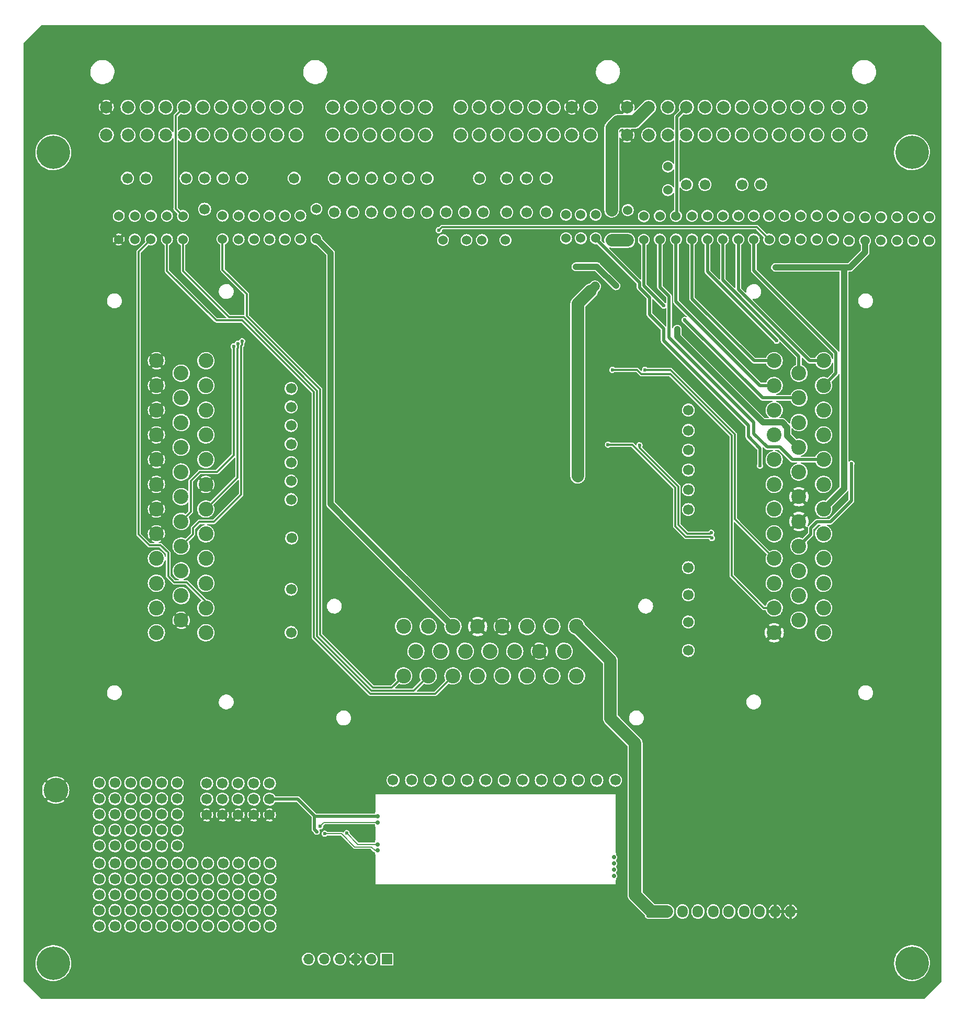
<source format=gbl>
G04 #@! TF.GenerationSoftware,KiCad,Pcbnew,(5.99.0-13086-gffd1139cfe)*
G04 #@! TF.CreationDate,2021-12-30T00:07:05+03:00*
G04 #@! TF.ProjectId,proteus-mitsubishi76-adapter,70726f74-6575-4732-9d6d-697473756269,rev?*
G04 #@! TF.SameCoordinates,PX88c1c40PYce16ca0*
G04 #@! TF.FileFunction,Copper,L2,Bot*
G04 #@! TF.FilePolarity,Positive*
%FSLAX46Y46*%
G04 Gerber Fmt 4.6, Leading zero omitted, Abs format (unit mm)*
G04 Created by KiCad (PCBNEW (5.99.0-13086-gffd1139cfe)) date 2021-12-30 00:07:05*
%MOMM*%
%LPD*%
G01*
G04 APERTURE LIST*
G04 #@! TA.AperFunction,ComponentPad*
%ADD10C,2.400000*%
G04 #@! TD*
G04 #@! TA.AperFunction,ComponentPad*
%ADD11C,1.700000*%
G04 #@! TD*
G04 #@! TA.AperFunction,ComponentPad*
%ADD12C,1.524000*%
G04 #@! TD*
G04 #@! TA.AperFunction,ComponentPad*
%ADD13C,0.599999*%
G04 #@! TD*
G04 #@! TA.AperFunction,ComponentPad*
%ADD14C,5.400000*%
G04 #@! TD*
G04 #@! TA.AperFunction,ComponentPad*
%ADD15R,1.700000X1.700000*%
G04 #@! TD*
G04 #@! TA.AperFunction,ComponentPad*
%ADD16O,1.700000X1.700000*%
G04 #@! TD*
G04 #@! TA.AperFunction,ComponentPad*
%ADD17C,0.700000*%
G04 #@! TD*
G04 #@! TA.AperFunction,SMDPad,CuDef*
%ADD18R,0.250000X5.050000*%
G04 #@! TD*
G04 #@! TA.AperFunction,SMDPad,CuDef*
%ADD19R,0.250000X9.750000*%
G04 #@! TD*
G04 #@! TA.AperFunction,SMDPad,CuDef*
%ADD20R,0.250000X2.250000*%
G04 #@! TD*
G04 #@! TA.AperFunction,SMDPad,CuDef*
%ADD21R,39.250000X0.250000*%
G04 #@! TD*
G04 #@! TA.AperFunction,SMDPad,CuDef*
%ADD22R,0.250000X3.100000*%
G04 #@! TD*
G04 #@! TA.AperFunction,SMDPad,CuDef*
%ADD23R,0.250000X0.950000*%
G04 #@! TD*
G04 #@! TA.AperFunction,ComponentPad*
%ADD24O,1.700000X1.950000*%
G04 #@! TD*
G04 #@! TA.AperFunction,ComponentPad*
%ADD25C,2.000000*%
G04 #@! TD*
G04 #@! TA.AperFunction,SMDPad,CuDef*
%ADD26C,4.000000*%
G04 #@! TD*
G04 #@! TA.AperFunction,ViaPad*
%ADD27C,0.600000*%
G04 #@! TD*
G04 #@! TA.AperFunction,ViaPad*
%ADD28C,0.800000*%
G04 #@! TD*
G04 #@! TA.AperFunction,Conductor*
%ADD29C,1.000000*%
G04 #@! TD*
G04 #@! TA.AperFunction,Conductor*
%ADD30C,0.500000*%
G04 #@! TD*
G04 #@! TA.AperFunction,Conductor*
%ADD31C,0.300000*%
G04 #@! TD*
G04 #@! TA.AperFunction,Conductor*
%ADD32C,2.000000*%
G04 #@! TD*
G04 #@! TA.AperFunction,Conductor*
%ADD33C,1.500000*%
G04 #@! TD*
G04 #@! TA.AperFunction,Conductor*
%ADD34C,0.200000*%
G04 #@! TD*
G04 APERTURE END LIST*
D10*
G04 #@! TO.P,BRD1,A1(12),HS2*
G04 #@! TO.N,Net-(BRD1-PadA1(12))*
X129700000Y59475001D03*
G04 #@! TO.P,BRD1,A2(11),HS1*
G04 #@! TO.N,Net-(BRD1-PadA2(11))*
X129700000Y63475001D03*
G04 #@! TO.P,BRD1,A3(10),LS1(INJ1)*
G04 #@! TO.N,/OUT_INJ1*
X129700000Y67475001D03*
G04 #@! TO.P,BRD1,A4(9),LS3(INJ3)*
G04 #@! TO.N,/OUT_INJ3*
X129700000Y71475001D03*
G04 #@! TO.P,BRD1,A5(8),LS5(INJ5)*
G04 #@! TO.N,/OUT_INJ5{slash}FUEL_PRESS_SOLENOID*
X129700000Y75475001D03*
G04 #@! TO.P,BRD1,A6(7),LS6(INJ6)*
G04 #@! TO.N,/OUT_INJ6{slash}TURBOCHRG_WG_SOLEOID*
X129700000Y79475001D03*
G04 #@! TO.P,BRD1,A7(6),LS7(INJ7)*
G04 #@! TO.N,/MAGNETIC_CLUTCH_RELAY{slash}FUEL_PUMP_RELAY*
X129700000Y83475001D03*
G04 #@! TO.P,BRD1,A8(5),LS9(INJ9)*
G04 #@! TO.N,/OUT_WG_SOLENOID*
X129700000Y87475001D03*
G04 #@! TO.P,BRD1,A9(4),LS11(INJ11)*
G04 #@! TO.N,/OUT_CHECK_ENGINE*
X129700000Y91475001D03*
G04 #@! TO.P,BRD1,A10(3),LS13(MAIN)*
G04 #@! TO.N,/OUT_MAIN_RELAY*
X129700000Y95475001D03*
G04 #@! TO.P,BRD1,A11(2),LS14*
G04 #@! TO.N,/OUT_FAN_RELAY_HI*
X129700000Y99475001D03*
G04 #@! TO.P,BRD1,A12(1),LS15(FAN)*
G04 #@! TO.N,/OUT_FAN_RELAY_LOW{slash}AC*
X129700000Y103475001D03*
G04 #@! TO.P,BRD1,A13(23),HS3*
G04 #@! TO.N,Net-(BRD1-PadA13(23))*
X125700000Y61475001D03*
G04 #@! TO.P,BRD1,A14(22),HS4*
G04 #@! TO.N,Net-(BRD1-PadA14(22))*
X125700000Y65475001D03*
G04 #@! TO.P,BRD1,A15(21),LS2(INJ2)*
G04 #@! TO.N,/OUT_INJ2*
X125700000Y69475001D03*
G04 #@! TO.P,BRD1,A16(20),LS4(INJ4)*
G04 #@! TO.N,/OUT_INJ4*
X125700000Y73475001D03*
G04 #@! TO.P,BRD1,A17(19),GND*
G04 #@! TO.N,GND*
X125700000Y77475001D03*
G04 #@! TO.P,BRD1,A18(18),GND*
X125700000Y81475001D03*
G04 #@! TO.P,BRD1,A19(17),LS8(INJ8)*
G04 #@! TO.N,/OUT_FUEL_PUMP_HI{slash}LO_RELAY*
X125700000Y85475001D03*
G04 #@! TO.P,BRD1,A20(16),LS10(INJ10)*
G04 #@! TO.N,/OUT_TURBOCHRG_WG_SOLENOID{slash}AC*
X125700000Y89475001D03*
G04 #@! TO.P,BRD1,A21(15),LS12(INJ12)*
G04 #@! TO.N,Net-(BRD1-PadA21(15))*
X125700000Y93475001D03*
G04 #@! TO.P,BRD1,A22(14),IGN3*
G04 #@! TO.N,/OUT_IGN3*
X125700000Y97475001D03*
G04 #@! TO.P,BRD1,A23(13),LS16(FUEL)*
G04 #@! TO.N,/OUT_FUEL_PUMP_RELAY{slash}AC*
X125700000Y101475001D03*
G04 #@! TO.P,BRD1,A24(35),GND*
G04 #@! TO.N,GND*
X121700000Y59475001D03*
G04 #@! TO.P,BRD1,A25(34),IGN12*
G04 #@! TO.N,/IDLE4*
X121700000Y63475001D03*
G04 #@! TO.P,BRD1,A26(33),IGN11*
G04 #@! TO.N,/IDLE3*
X121700000Y67475001D03*
G04 #@! TO.P,BRD1,A27(32),IGN10*
G04 #@! TO.N,/IDLE2*
X121700000Y71475001D03*
G04 #@! TO.P,BRD1,A28(31),IGN9*
G04 #@! TO.N,/IDLE1*
X121700000Y75475001D03*
G04 #@! TO.P,BRD1,A29(30),IGN8*
G04 #@! TO.N,Net-(BRD1-PadA29(30))*
X121700000Y79475001D03*
G04 #@! TO.P,BRD1,A30(29),IGN7*
G04 #@! TO.N,Net-(BRD1-PadA30(29))*
X121700000Y83475001D03*
G04 #@! TO.P,BRD1,A31(28),IGN6*
G04 #@! TO.N,Net-(BRD1-PadA31(28))*
X121700000Y87475001D03*
G04 #@! TO.P,BRD1,A32(27),IGN5*
G04 #@! TO.N,Net-(BRD1-PadA32(27))*
X121700000Y91475001D03*
G04 #@! TO.P,BRD1,A33(26),IGN4*
G04 #@! TO.N,Net-(BRD1-PadA33(26))*
X121700000Y95475001D03*
G04 #@! TO.P,BRD1,A34(25),IGN2*
G04 #@! TO.N,/OUT_IGN2*
X121700000Y99475001D03*
G04 #@! TO.P,BRD1,A35(24),IGN1*
G04 #@! TO.N,/OUT_IGN1*
X121700000Y103475001D03*
G04 #@! TO.P,BRD1,B1(8),D2*
G04 #@! TO.N,/IN_VSS*
X61700000Y52475001D03*
G04 #@! TO.P,BRD1,B2(7),D3*
G04 #@! TO.N,/IN_CAM*
X65700000Y52475001D03*
G04 #@! TO.P,BRD1,B3(6),D4*
G04 #@! TO.N,/IN_CRANK*
X69700000Y52475001D03*
G04 #@! TO.P,BRD1,B4(5),VR2+*
G04 #@! TO.N,Net-(BRD1-PadB4(5))*
X73700000Y52475001D03*
G04 #@! TO.P,BRD1,B5(4),VR1+*
G04 #@! TO.N,Net-(BRD1-PadB5(4))*
X77700000Y52475001D03*
G04 #@! TO.P,BRD1,B6(3),ETB1-*
G04 #@! TO.N,Net-(BRD1-PadB6(3))*
X81700000Y52475001D03*
G04 #@! TO.P,BRD1,B7(2),ETB1+*
G04 #@! TO.N,Net-(BRD1-PadB7(2))*
X85700000Y52475001D03*
G04 #@! TO.P,BRD1,B8(1),ETB2-*
G04 #@! TO.N,Net-(BRD1-PadB8(1))*
X89700000Y52475001D03*
G04 #@! TO.P,BRD1,B9(15),D5*
G04 #@! TO.N,Net-(BRD1-PadB9(15))*
X63700000Y56475001D03*
G04 #@! TO.P,BRD1,B10(14),D1*
G04 #@! TO.N,Net-(BRD1-PadB10(14))*
X67700000Y56475001D03*
G04 #@! TO.P,BRD1,B11(13),D6*
G04 #@! TO.N,Net-(BRD1-PadB11(13))*
X71700000Y56475001D03*
G04 #@! TO.P,BRD1,B12(12),VR2-*
G04 #@! TO.N,Net-(BRD1-PadB12(12))*
X75700000Y56475001D03*
G04 #@! TO.P,BRD1,B13(11),VR1-*
G04 #@! TO.N,Net-(BRD1-PadB13(11))*
X79700000Y56475001D03*
G04 #@! TO.P,BRD1,B14(10),GND*
G04 #@! TO.N,GND*
X83700000Y56475001D03*
G04 #@! TO.P,BRD1,B15(9),ETB2+*
G04 #@! TO.N,Net-(BRD1-PadB15(9))*
X87700000Y56475001D03*
G04 #@! TO.P,BRD1,B16(23),CAN-*
G04 #@! TO.N,/CAN_L*
X61700000Y60475001D03*
G04 #@! TO.P,BRD1,B17(22),CAN+*
G04 #@! TO.N,/CAN_H*
X65700000Y60475001D03*
G04 #@! TO.P,BRD1,B18(21),12V_IGN*
G04 #@! TO.N,/12V_IGN*
X69700000Y60475001D03*
G04 #@! TO.P,BRD1,B19(20),GND*
G04 #@! TO.N,GND*
X73700000Y60475001D03*
G04 #@! TO.P,BRD1,B20(19),GND*
X77700000Y60475001D03*
G04 #@! TO.P,BRD1,B21(18),CAN2-*
G04 #@! TO.N,Net-(BRD1-PadB21(18))*
X81700000Y60475001D03*
G04 #@! TO.P,BRD1,B22(17),CAN2+*
G04 #@! TO.N,Net-(BRD1-PadB22(17))*
X85700000Y60475001D03*
G04 #@! TO.P,BRD1,B23(16),12V_MR*
G04 #@! TO.N,/12V_MR*
X89700000Y60475001D03*
G04 #@! TO.P,BRD1,C1(12),GND_SENS*
G04 #@! TO.N,GND*
X21700000Y103475001D03*
G04 #@! TO.P,BRD1,C2(11),GND_SENS*
X21700000Y99475001D03*
G04 #@! TO.P,BRD1,C3(10),GND_SENS*
X21700000Y95475001D03*
G04 #@! TO.P,BRD1,C4(9),GND_SENS*
X21700000Y91475001D03*
G04 #@! TO.P,BRD1,C5(8),GND_SENS*
X21700000Y87475001D03*
G04 #@! TO.P,BRD1,C6(7),GND_SENS*
X21700000Y83475001D03*
G04 #@! TO.P,BRD1,C7(6),GND_SENS*
X21700000Y79475001D03*
G04 #@! TO.P,BRD1,C8(5),GND_SENS*
X21700000Y75475001D03*
G04 #@! TO.P,BRD1,C9(4),5V_1*
G04 #@! TO.N,+5VA*
X21700000Y71475001D03*
G04 #@! TO.P,BRD1,C10(3),5V_2*
G04 #@! TO.N,Net-(BRD1-PadC10(3))*
X21700000Y67475001D03*
G04 #@! TO.P,BRD1,C11(2),12V_PROT*
G04 #@! TO.N,/12V_PROT*
X21700000Y63475001D03*
G04 #@! TO.P,BRD1,C12(1),12V_PROT*
X21700000Y59475001D03*
G04 #@! TO.P,BRD1,C13(23),AV1(MAP)*
G04 #@! TO.N,/IN_MAP*
X25700000Y101475001D03*
G04 #@! TO.P,BRD1,C14(22),AV3*
G04 #@! TO.N,/IN_MAF*
X25700000Y97475001D03*
G04 #@! TO.P,BRD1,C15(21),AV5*
G04 #@! TO.N,Net-(BRD1-PadC15(21))*
X25700000Y93475001D03*
G04 #@! TO.P,BRD1,C16(20),AV7*
G04 #@! TO.N,Net-(BRD1-PadC16(20))*
X25700000Y89475001D03*
G04 #@! TO.P,BRD1,C17(19),AV9*
G04 #@! TO.N,Net-(BRD1-PadC17(19))*
X25700000Y85475001D03*
G04 #@! TO.P,BRD1,C18(18),AV11*
G04 #@! TO.N,Net-(BRD1-PadC18(18))*
X25700000Y81475001D03*
G04 #@! TO.P,BRD1,C19(17),AT1*
G04 #@! TO.N,/IN_EGR_TEMP{slash}MANIFOLD_FIFF_PRESSURE*
X25700000Y77475001D03*
G04 #@! TO.P,BRD1,C20(16),AT3(CLT)*
G04 #@! TO.N,/IN_CLT*
X25700000Y73475001D03*
G04 #@! TO.P,BRD1,C21(15),5V_1*
G04 #@! TO.N,+5VA*
X25700000Y69475001D03*
G04 #@! TO.P,BRD1,C22(14),5V_2*
G04 #@! TO.N,Net-(BRD1-PadC10(3))*
X25700000Y65475001D03*
G04 #@! TO.P,BRD1,C23(13),GND_SENS*
G04 #@! TO.N,GND*
X25700000Y61475001D03*
G04 #@! TO.P,BRD1,C24(35),AV2(TPS)*
G04 #@! TO.N,/IN_TPS*
X29700000Y103475001D03*
G04 #@! TO.P,BRD1,C25(34),AV4*
G04 #@! TO.N,/IN_VAF*
X29700000Y99475001D03*
G04 #@! TO.P,BRD1,C26(33),AV6*
G04 #@! TO.N,Net-(BRD1-PadC26(33))*
X29700000Y95475001D03*
G04 #@! TO.P,BRD1,C27(32),AV8*
G04 #@! TO.N,Net-(BRD1-PadC27(32))*
X29700000Y91475001D03*
G04 #@! TO.P,BRD1,C28(31),AV10*
G04 #@! TO.N,Net-(BRD1-PadC28(31))*
X29700000Y87475001D03*
G04 #@! TO.P,BRD1,C29(30),GND_SENS*
G04 #@! TO.N,GND*
X29700000Y83475001D03*
G04 #@! TO.P,BRD1,C30(29),AT2(IAT)*
G04 #@! TO.N,/IN_IAT*
X29700000Y79475001D03*
G04 #@! TO.P,BRD1,C31(28),AT4*
G04 #@! TO.N,Net-(BRD1-PadC31(28))*
X29700000Y75475001D03*
G04 #@! TO.P,BRD1,C32(27),5V_1*
G04 #@! TO.N,+5VA*
X29700000Y71475001D03*
G04 #@! TO.P,BRD1,C33(26),5V_2*
G04 #@! TO.N,Net-(BRD1-PadC10(3))*
X29700000Y67475001D03*
G04 #@! TO.P,BRD1,C34(25),KNOCK1*
G04 #@! TO.N,/IN_KNOCK*
X29700000Y63475001D03*
G04 #@! TO.P,BRD1,C35(24),KNOCK2*
G04 #@! TO.N,Net-(BRD1-PadC35(24))*
X29700000Y59475001D03*
G04 #@! TD*
D11*
G04 #@! TO.P,P26,1,Pin_1*
G04 #@! TO.N,Net-(J2-Pad62)*
X50500000Y127500000D03*
G04 #@! TD*
G04 #@! TO.P,P27,1,Pin_1*
G04 #@! TO.N,Net-(J2-Pad71)*
X44000000Y133000000D03*
G04 #@! TD*
G04 #@! TO.P,P10,1,Pin_1*
G04 #@! TO.N,Net-(J2-Pad42)*
X81600000Y127500000D03*
G04 #@! TD*
G04 #@! TO.P,P44,1,Pin_1*
G04 #@! TO.N,Net-(BRD1-PadA33(26))*
X107800000Y95500000D03*
G04 #@! TD*
D12*
G04 #@! TO.P,R28,1,1*
G04 #@! TO.N,Net-(J2-Pad88)*
X26000000Y126905000D03*
G04 #@! TO.P,R28,2,2*
G04 #@! TO.N,/IN_CAM*
X26000000Y123095000D03*
G04 #@! TD*
G04 #@! TO.P,R9,1,1*
G04 #@! TO.N,Net-(J2-Pad14)*
X146800000Y126705000D03*
G04 #@! TO.P,R9,2,2*
G04 #@! TO.N,/OUT_INJ2*
X146800000Y122895000D03*
G04 #@! TD*
D13*
G04 #@! TO.P,M2,V1,V5*
G04 #@! TO.N,+5VA*
X47656662Y27262501D03*
G04 #@! TO.P,M2,V2,CAN_VIO*
G04 #@! TO.N,Net-(M1-PadW2)*
X48181662Y28137503D03*
G04 #@! TO.P,M2,V5,CAN_TX*
G04 #@! TO.N,Net-(M1-PadW4)*
X48931660Y26962499D03*
G04 #@! TO.P,M2,V6,CAN_RX*
G04 #@! TO.N,Net-(M1-PadW3)*
X52481661Y27037502D03*
G04 #@! TD*
D12*
G04 #@! TO.P,R3,1,1*
G04 #@! TO.N,Net-(J2-Pad3)*
X133800000Y126705000D03*
G04 #@! TO.P,R3,2,2*
G04 #@! TO.N,/OUT_INJ5{slash}FUEL_PRESS_SOLENOID*
X133800000Y122895000D03*
G04 #@! TD*
D11*
G04 #@! TO.P,P19,1,Pin_1*
G04 #@! TO.N,Net-(J2-Pad55)*
X53500000Y133000000D03*
G04 #@! TD*
G04 #@! TO.P,P57,1,Pin_1*
G04 #@! TO.N,Net-(BRD1-PadB22(17))*
X87000000Y35600000D03*
G04 #@! TD*
G04 #@! TO.P,P53,1,Pin_1*
G04 #@! TO.N,Net-(BRD1-PadB7(2))*
X90000000Y35600000D03*
G04 #@! TD*
D12*
G04 #@! TO.P,R17,1,1*
G04 #@! TO.N,Net-(J2-Pad22)*
X110900000Y126905000D03*
G04 #@! TO.P,R17,2,2*
G04 #@! TO.N,/MAGNETIC_CLUTCH_RELAY{slash}FUEL_PUMP_RELAY*
X110900000Y123095000D03*
G04 #@! TD*
G04 #@! TO.P,R35,1,1*
G04 #@! TO.N,Net-(J2-Pad31)*
X90400000Y127105000D03*
G04 #@! TO.P,R35,2,2*
G04 #@! TO.N,/OUT_FUEL_PUMP_HI{slash}LO_RELAY*
X90400000Y123295000D03*
G04 #@! TD*
D11*
G04 #@! TO.P,P61,1,Pin_1*
G04 #@! TO.N,Net-(BRD1-PadC16(20))*
X43500000Y90000000D03*
G04 #@! TD*
D12*
G04 #@! TO.P,R15,1,1*
G04 #@! TO.N,Net-(J2-Pad20)*
X118400000Y126905000D03*
G04 #@! TO.P,R15,2,2*
G04 #@! TO.N,/OUT_FAN_RELAY_HI*
X118400000Y123095000D03*
G04 #@! TD*
D11*
G04 #@! TO.P,P25,1,Pin_1*
G04 #@! TO.N,Net-(J2-Pad61)*
X53500000Y127500000D03*
G04 #@! TD*
G04 #@! TO.P,P3,1,Pin_1*
G04 #@! TO.N,Net-(J2-Pad9)*
X110500000Y132000000D03*
G04 #@! TD*
G04 #@! TO.P,P67,1,Pin_1*
G04 #@! TO.N,Net-(BRD1-PadC35(24))*
X43500000Y59500000D03*
G04 #@! TD*
D12*
G04 #@! TO.P,R11,1,1*
G04 #@! TO.N,Net-(J2-Pad16)*
X136400000Y126705000D03*
G04 #@! TO.P,R11,2,2*
G04 #@! TO.N,/OUT_INJ6{slash}TURBOCHRG_WG_SOLEOID*
X136400000Y122895000D03*
G04 #@! TD*
D11*
G04 #@! TO.P,G8,1*
G04 #@! TO.N,Net-(G8-Pad1)*
X20000000Y12000000D03*
G04 #@! TO.P,G8,2*
G04 #@! TO.N,Net-(G8-Pad12)*
X20000000Y14540000D03*
G04 #@! TO.P,G8,3*
G04 #@! TO.N,Net-(G8-Pad13)*
X20000000Y17080000D03*
G04 #@! TO.P,G8,4*
G04 #@! TO.N,Net-(G8-Pad14)*
X20000000Y19620000D03*
G04 #@! TO.P,G8,5*
G04 #@! TO.N,Net-(G8-Pad10)*
X20000000Y22160000D03*
G04 #@! TO.P,G8,6*
G04 #@! TO.N,Net-(G8-Pad1)*
X22540000Y12000000D03*
G04 #@! TO.P,G8,7*
G04 #@! TO.N,Net-(G8-Pad12)*
X22540000Y14540000D03*
G04 #@! TO.P,G8,8*
G04 #@! TO.N,Net-(G8-Pad13)*
X22540000Y17080000D03*
G04 #@! TO.P,G8,9*
G04 #@! TO.N,Net-(G8-Pad14)*
X22540000Y19620000D03*
G04 #@! TO.P,G8,10*
G04 #@! TO.N,Net-(G8-Pad10)*
X22540000Y22160000D03*
G04 #@! TO.P,G8,11*
G04 #@! TO.N,Net-(G8-Pad1)*
X25080000Y12000000D03*
G04 #@! TO.P,G8,12*
G04 #@! TO.N,Net-(G8-Pad12)*
X25080000Y14540000D03*
G04 #@! TO.P,G8,13*
G04 #@! TO.N,Net-(G8-Pad13)*
X25080000Y17080000D03*
G04 #@! TO.P,G8,14*
G04 #@! TO.N,Net-(G8-Pad14)*
X25080000Y19620000D03*
G04 #@! TO.P,G8,15*
G04 #@! TO.N,Net-(G8-Pad10)*
X25080000Y22160000D03*
G04 #@! TD*
G04 #@! TO.P,P35,1,Pin_1*
G04 #@! TO.N,Net-(BRD1-PadA21(15))*
X107800000Y92200000D03*
G04 #@! TD*
G04 #@! TO.P,P24,1,Pin_1*
G04 #@! TO.N,Net-(J2-Pad60)*
X56500000Y127500000D03*
G04 #@! TD*
G04 #@! TO.P,G2,1*
G04 #@! TO.N,Net-(G2-Pad1)*
X12460000Y25000000D03*
G04 #@! TO.P,G2,2*
G04 #@! TO.N,Net-(G2-Pad12)*
X12460000Y27540000D03*
G04 #@! TO.P,G2,3*
G04 #@! TO.N,Net-(G2-Pad13)*
X12460000Y30080000D03*
G04 #@! TO.P,G2,4*
G04 #@! TO.N,Net-(G2-Pad14)*
X12460000Y32620000D03*
G04 #@! TO.P,G2,5*
G04 #@! TO.N,Net-(G2-Pad10)*
X12460000Y35160000D03*
G04 #@! TO.P,G2,6*
G04 #@! TO.N,Net-(G2-Pad1)*
X15000000Y25000000D03*
G04 #@! TO.P,G2,7*
G04 #@! TO.N,Net-(G2-Pad12)*
X15000000Y27540000D03*
G04 #@! TO.P,G2,8*
G04 #@! TO.N,Net-(G2-Pad13)*
X15000000Y30080000D03*
G04 #@! TO.P,G2,9*
G04 #@! TO.N,Net-(G2-Pad14)*
X15000000Y32620000D03*
G04 #@! TO.P,G2,10*
G04 #@! TO.N,Net-(G2-Pad10)*
X15000000Y35160000D03*
G04 #@! TO.P,G2,11*
G04 #@! TO.N,Net-(G2-Pad1)*
X17540000Y25000000D03*
G04 #@! TO.P,G2,12*
G04 #@! TO.N,Net-(G2-Pad12)*
X17540000Y27540000D03*
G04 #@! TO.P,G2,13*
G04 #@! TO.N,Net-(G2-Pad13)*
X17540000Y30080000D03*
G04 #@! TO.P,G2,14*
G04 #@! TO.N,Net-(G2-Pad14)*
X17540000Y32620000D03*
G04 #@! TO.P,G2,15*
G04 #@! TO.N,Net-(G2-Pad10)*
X17540000Y35160000D03*
G04 #@! TD*
G04 #@! TO.P,P51,1,Pin_1*
G04 #@! TO.N,Net-(BRD1-PadB4(5))*
X69000000Y35600000D03*
G04 #@! TD*
D14*
G04 #@! TO.P,H2,1*
G04 #@! TO.N,N/C*
X5000000Y6000000D03*
G04 #@! TD*
D11*
G04 #@! TO.P,P18,1,Pin_1*
G04 #@! TO.N,Net-(J2-Pad54)*
X56500000Y133000000D03*
G04 #@! TD*
D12*
G04 #@! TO.P,R5,1,1*
G04 #@! TO.N,Net-(J2-Pad5)*
X123400000Y126905000D03*
G04 #@! TO.P,R5,2,2*
G04 #@! TO.N,/OUT_IDLE2*
X123400000Y123095000D03*
G04 #@! TD*
D11*
G04 #@! TO.P,P55,1,Pin_1*
G04 #@! TO.N,Net-(BRD1-PadB15(9))*
X93000000Y35600000D03*
G04 #@! TD*
D12*
G04 #@! TO.P,R32,1,1*
G04 #@! TO.N,Net-(J2-Pad84)*
X37500000Y126905000D03*
G04 #@! TO.P,R32,2,2*
G04 #@! TO.N,/IN_TPS*
X37500000Y123095000D03*
G04 #@! TD*
G04 #@! TO.P,F1,1,1*
G04 #@! TO.N,Net-(F1-Pad1)*
X98000000Y127850000D03*
G04 #@! TO.P,F1,2,2*
G04 #@! TO.N,/12V_MR*
X98000000Y122950000D03*
G04 #@! TD*
G04 #@! TO.P,R4,1,1*
G04 #@! TO.N,Net-(J2-Pad4)*
X128600000Y126905000D03*
G04 #@! TO.P,R4,2,2*
G04 #@! TO.N,/OUT_IDLE1*
X128600000Y123095000D03*
G04 #@! TD*
D11*
G04 #@! TO.P,P65,1,Pin_1*
G04 #@! TO.N,Net-(BRD1-PadC18(18))*
X43500000Y81000000D03*
G04 #@! TD*
D12*
G04 #@! TO.P,R25,1,1*
G04 #@! TO.N,Net-(J2-Pad83)*
X45000000Y126954999D03*
G04 #@! TO.P,R25,2,2*
G04 #@! TO.N,/IN_CLT*
X45000000Y123144999D03*
G04 #@! TD*
D11*
G04 #@! TO.P,P21,1,Pin_1*
G04 #@! TO.N,Net-(J2-Pad57)*
X65500000Y127500000D03*
G04 #@! TD*
G04 #@! TO.P,P64,1,Pin_1*
G04 #@! TO.N,Net-(BRD1-PadC28(31))*
X43500000Y87000000D03*
G04 #@! TD*
G04 #@! TO.P,P28,1,Pin_1*
G04 #@! TO.N,Net-(J2-Pad74)*
X35500000Y133000000D03*
G04 #@! TD*
G04 #@! TO.P,G5,1*
G04 #@! TO.N,Net-(G5-Pad1)*
X35000000Y12000000D03*
G04 #@! TO.P,G5,2*
G04 #@! TO.N,Net-(G5-Pad12)*
X35000000Y14540000D03*
G04 #@! TO.P,G5,3*
G04 #@! TO.N,Net-(G5-Pad13)*
X35000000Y17080000D03*
G04 #@! TO.P,G5,4*
G04 #@! TO.N,Net-(G5-Pad14)*
X35000000Y19620000D03*
G04 #@! TO.P,G5,5*
G04 #@! TO.N,Net-(G5-Pad10)*
X35000000Y22160000D03*
G04 #@! TO.P,G5,6*
G04 #@! TO.N,Net-(G5-Pad1)*
X37540000Y12000000D03*
G04 #@! TO.P,G5,7*
G04 #@! TO.N,Net-(G5-Pad12)*
X37540000Y14540000D03*
G04 #@! TO.P,G5,8*
G04 #@! TO.N,Net-(G5-Pad13)*
X37540000Y17080000D03*
G04 #@! TO.P,G5,9*
G04 #@! TO.N,Net-(G5-Pad14)*
X37540000Y19620000D03*
G04 #@! TO.P,G5,10*
G04 #@! TO.N,Net-(G5-Pad10)*
X37540000Y22160000D03*
G04 #@! TO.P,G5,11*
G04 #@! TO.N,Net-(G5-Pad1)*
X40080000Y12000000D03*
G04 #@! TO.P,G5,12*
G04 #@! TO.N,Net-(G5-Pad12)*
X40080000Y14540000D03*
G04 #@! TO.P,G5,13*
G04 #@! TO.N,Net-(G5-Pad13)*
X40080000Y17080000D03*
G04 #@! TO.P,G5,14*
G04 #@! TO.N,Net-(G5-Pad14)*
X40080000Y19620000D03*
G04 #@! TO.P,G5,15*
G04 #@! TO.N,Net-(G5-Pad10)*
X40080000Y22160000D03*
G04 #@! TD*
D15*
G04 #@! TO.P,J4,1,Pin_1*
G04 #@! TO.N,Net-(J4-Pad1)*
X59000000Y6650000D03*
D16*
G04 #@! TO.P,J4,2,Pin_2*
G04 #@! TO.N,Net-(J4-Pad2)*
X56460000Y6650000D03*
G04 #@! TO.P,J4,3,Pin_3*
G04 #@! TO.N,GND*
X53920000Y6650000D03*
G04 #@! TO.P,J4,4,Pin_4*
G04 #@! TO.N,Net-(J4-Pad4)*
X51380000Y6650000D03*
G04 #@! TO.P,J4,5,Pin_5*
G04 #@! TO.N,Net-(J4-Pad5)*
X48840000Y6650000D03*
G04 #@! TO.P,J4,6,Pin_6*
G04 #@! TO.N,unconnected-(J4-Pad6)*
X46300000Y6650000D03*
G04 #@! TD*
D11*
G04 #@! TO.P,P45,1,Pin_1*
G04 #@! TO.N,Net-(BRD1-PadA32(27))*
X107800000Y89000000D03*
G04 #@! TD*
G04 #@! TO.P,P5,1,Pin_1*
G04 #@! TO.N,Net-(J2-Pad33)*
X84800000Y133000000D03*
G04 #@! TD*
G04 #@! TO.P,G7,1*
G04 #@! TO.N,Net-(G7-Pad1)*
X20000000Y25000000D03*
G04 #@! TO.P,G7,2*
G04 #@! TO.N,Net-(G7-Pad12)*
X20000000Y27540000D03*
G04 #@! TO.P,G7,3*
G04 #@! TO.N,Net-(G7-Pad13)*
X20000000Y30080000D03*
G04 #@! TO.P,G7,4*
G04 #@! TO.N,Net-(G7-Pad14)*
X20000000Y32620000D03*
G04 #@! TO.P,G7,5*
G04 #@! TO.N,Net-(G7-Pad10)*
X20000000Y35160000D03*
G04 #@! TO.P,G7,6*
G04 #@! TO.N,Net-(G7-Pad1)*
X22540000Y25000000D03*
G04 #@! TO.P,G7,7*
G04 #@! TO.N,Net-(G7-Pad12)*
X22540000Y27540000D03*
G04 #@! TO.P,G7,8*
G04 #@! TO.N,Net-(G7-Pad13)*
X22540000Y30080000D03*
G04 #@! TO.P,G7,9*
G04 #@! TO.N,Net-(G7-Pad14)*
X22540000Y32620000D03*
G04 #@! TO.P,G7,10*
G04 #@! TO.N,Net-(G7-Pad10)*
X22540000Y35160000D03*
G04 #@! TO.P,G7,11*
G04 #@! TO.N,Net-(G7-Pad1)*
X25080000Y25000000D03*
G04 #@! TO.P,G7,12*
G04 #@! TO.N,Net-(G7-Pad12)*
X25080000Y27540000D03*
G04 #@! TO.P,G7,13*
G04 #@! TO.N,Net-(G7-Pad13)*
X25080000Y30080000D03*
G04 #@! TO.P,G7,14*
G04 #@! TO.N,Net-(G7-Pad14)*
X25080000Y32620000D03*
G04 #@! TO.P,G7,15*
G04 #@! TO.N,Net-(G7-Pad10)*
X25080000Y35160000D03*
G04 #@! TD*
D12*
G04 #@! TO.P,R20,1,1*
G04 #@! TO.N,Net-(J2-Pad36)*
X78205000Y123000000D03*
G04 #@! TO.P,R20,2,2*
G04 #@! TO.N,/OUT_CHECK_ENGINE*
X74395000Y123000000D03*
G04 #@! TD*
D11*
G04 #@! TO.P,P59,1,Pin_1*
G04 #@! TO.N,Net-(BRD1-PadC15(21))*
X43500000Y96000000D03*
G04 #@! TD*
D12*
G04 #@! TO.P,R27,1,1*
G04 #@! TO.N,Net-(J2-Pad86)*
X32400000Y126954999D03*
G04 #@! TO.P,R27,2,2*
G04 #@! TO.N,/IN_VSS*
X32400000Y123144999D03*
G04 #@! TD*
G04 #@! TO.P,R7,1,1*
G04 #@! TO.N,Net-(J2-Pad10)*
X108400000Y126905000D03*
G04 #@! TO.P,R7,2,2*
G04 #@! TO.N,/OUT_IGN1*
X108400000Y123095000D03*
G04 #@! TD*
D14*
G04 #@! TO.P,H1,1*
G04 #@! TO.N,N/C*
X144000000Y137200000D03*
G04 #@! TD*
G04 #@! TO.P,H4,1*
G04 #@! TO.N,N/C*
X144000000Y6000000D03*
G04 #@! TD*
D11*
G04 #@! TO.P,P17,1,Pin_1*
G04 #@! TO.N,Net-(J2-Pad53)*
X59500000Y132990001D03*
G04 #@! TD*
G04 #@! TO.P,P2,1,Pin_1*
G04 #@! TO.N,Net-(J2-Pad7)*
X116500000Y132000000D03*
G04 #@! TD*
G04 #@! TO.P,P30,1,Pin_1*
G04 #@! TO.N,Net-(J2-Pad76)*
X29500000Y133000000D03*
G04 #@! TD*
G04 #@! TO.P,P34,1,Pin_1*
G04 #@! TO.N,Net-(J2-Pad87)*
X29500000Y128000000D03*
G04 #@! TD*
G04 #@! TO.P,P56,1,Pin_1*
G04 #@! TO.N,Net-(BRD1-PadB8(1))*
X96000000Y35600000D03*
G04 #@! TD*
G04 #@! TO.P,P31,1,Pin_1*
G04 #@! TO.N,Net-(J2-Pad77)*
X26500000Y133000000D03*
G04 #@! TD*
G04 #@! TO.P,P4,1,Pin_1*
G04 #@! TO.N,Net-(J2-Pad24)*
X107500000Y132000000D03*
G04 #@! TD*
G04 #@! TO.P,P40,1,Pin_1*
G04 #@! TO.N,Net-(BRD1-PadA2(11))*
X107800000Y65600000D03*
G04 #@! TD*
G04 #@! TO.P,P12,1,Pin_1*
G04 #@! TO.N,Net-(J2-Pad44)*
X74600000Y127500000D03*
G04 #@! TD*
G04 #@! TO.P,P23,1,Pin_1*
G04 #@! TO.N,Net-(J2-Pad59)*
X59500000Y127500000D03*
G04 #@! TD*
D12*
G04 #@! TO.P,R23,1,1*
G04 #@! TO.N,Net-(J2-Pad73)*
X40000000Y126905000D03*
G04 #@! TO.P,R23,2,2*
G04 #@! TO.N,/IN_EGR_TEMP{slash}MANIFOLD_FIFF_PRESSURE*
X40000000Y123095000D03*
G04 #@! TD*
G04 #@! TO.P,R1,1,1*
G04 #@! TO.N,Net-(J2-Pad1)*
X144200000Y126705000D03*
G04 #@! TO.P,R1,2,2*
G04 #@! TO.N,/OUT_INJ1*
X144200000Y122895000D03*
G04 #@! TD*
D11*
G04 #@! TO.P,P36,1,Pin_1*
G04 #@! TO.N,Net-(BRD1-PadB10(14))*
X63000000Y35600000D03*
G04 #@! TD*
G04 #@! TO.P,P14,1,Pin_1*
G04 #@! TO.N,Net-(J2-Pad46)*
X68600000Y127500000D03*
G04 #@! TD*
G04 #@! TO.P,P41,1,Pin_1*
G04 #@! TO.N,Net-(BRD1-PadA1(12))*
X107800000Y56600000D03*
G04 #@! TD*
G04 #@! TO.P,P13,1,Pin_1*
G04 #@! TO.N,Net-(J2-Pad45)*
X71600000Y127500000D03*
G04 #@! TD*
D12*
G04 #@! TO.P,R31,1,1*
G04 #@! TO.N,Net-(J2-Pad91)*
X15600000Y126905000D03*
G04 #@! TO.P,R31,2,2*
G04 #@! TO.N,GND*
X15600000Y123095000D03*
G04 #@! TD*
G04 #@! TO.P,R34,1,1*
G04 #@! TO.N,Net-(R33-Pad1)*
X103200000Y126905000D03*
G04 #@! TO.P,R34,2,2*
G04 #@! TO.N,/OUT_WG_SOLENOID*
X103200000Y123095000D03*
G04 #@! TD*
D11*
G04 #@! TO.P,G6,1*
G04 #@! TO.N,GND*
X40000000Y30000000D03*
G04 #@! TO.P,G6,2*
X37460000Y30000000D03*
G04 #@! TO.P,G6,3*
X34920000Y30000000D03*
G04 #@! TO.P,G6,4*
X32380000Y30000000D03*
G04 #@! TO.P,G6,5*
X29840000Y30000000D03*
G04 #@! TO.P,G6,6*
G04 #@! TO.N,+5VA*
X40000000Y32540000D03*
G04 #@! TO.P,G6,7*
X37460000Y32540000D03*
G04 #@! TO.P,G6,8*
X34920000Y32540000D03*
G04 #@! TO.P,G6,9*
X32380000Y32540000D03*
G04 #@! TO.P,G6,10*
X29840000Y32540000D03*
G04 #@! TO.P,G6,11*
G04 #@! TO.N,/12V_PROT*
X40000000Y35080000D03*
G04 #@! TO.P,G6,12*
X37460000Y35080000D03*
G04 #@! TO.P,G6,13*
X34920000Y35080000D03*
G04 #@! TO.P,G6,14*
X32380000Y35080000D03*
G04 #@! TO.P,G6,15*
X29840000Y35080000D03*
G04 #@! TD*
D12*
G04 #@! TO.P,R16,1,1*
G04 #@! TO.N,Net-(J2-Pad21)*
X115900000Y126905000D03*
G04 #@! TO.P,R16,2,2*
G04 #@! TO.N,/OUT_FAN_RELAY_LOW{slash}AC*
X115900000Y123095000D03*
G04 #@! TD*
D11*
G04 #@! TO.P,P58,1,Pin_1*
G04 #@! TO.N,Net-(BRD1-PadB21(18))*
X81000000Y35600000D03*
G04 #@! TD*
G04 #@! TO.P,P50,1,Pin_1*
G04 #@! TO.N,Net-(BRD1-PadB13(11))*
X78000000Y35600000D03*
G04 #@! TD*
G04 #@! TO.P,P7,1,Pin_1*
G04 #@! TO.N,Net-(J2-Pad35)*
X78400000Y133000000D03*
G04 #@! TD*
D14*
G04 #@! TO.P,H3,1*
G04 #@! TO.N,N/C*
X5000000Y137200000D03*
G04 #@! TD*
D11*
G04 #@! TO.P,P29,1,Pin_1*
G04 #@! TO.N,Net-(J2-Pad75)*
X32500000Y133000000D03*
G04 #@! TD*
G04 #@! TO.P,P32,1,Pin_1*
G04 #@! TO.N,Net-(J2-Pad79)*
X20000000Y133000000D03*
G04 #@! TD*
G04 #@! TO.P,P48,1,Pin_1*
G04 #@! TO.N,Net-(BRD1-PadA29(30))*
X107800000Y79400000D03*
G04 #@! TD*
D12*
G04 #@! TO.P,R33,1,1*
G04 #@! TO.N,Net-(R33-Pad1)*
X100600000Y126855021D03*
G04 #@! TO.P,R33,2,2*
G04 #@! TO.N,/OUT_IGN3*
X100600000Y123045021D03*
G04 #@! TD*
D11*
G04 #@! TO.P,P66,1,Pin_1*
G04 #@! TO.N,Net-(BRD1-PadC31(28))*
X43600000Y74800000D03*
G04 #@! TD*
G04 #@! TO.P,P33,1,Pin_1*
G04 #@! TO.N,Net-(J2-Pad80)*
X17000000Y133000000D03*
G04 #@! TD*
D12*
G04 #@! TO.P,R21,1,1*
G04 #@! TO.N,Net-(J2-Pad38)*
X68095000Y123000000D03*
G04 #@! TO.P,R21,2,2*
G04 #@! TO.N,/OUT_MAIN_RELAY*
X71905000Y123000000D03*
G04 #@! TD*
D11*
G04 #@! TO.P,P37,1,Pin_1*
G04 #@! TO.N,Net-(BRD1-PadB9(15))*
X60000000Y35600000D03*
G04 #@! TD*
D12*
G04 #@! TO.P,F2,1,1*
G04 #@! TO.N,Net-(F2-Pad1)*
X95400000Y127850000D03*
G04 #@! TO.P,F2,2,2*
G04 #@! TO.N,/12V_MR*
X95400000Y122950000D03*
G04 #@! TD*
D11*
G04 #@! TO.P,P8,1,Pin_1*
G04 #@! TO.N,Net-(J2-Pad37)*
X74000000Y133000000D03*
G04 #@! TD*
G04 #@! TO.P,G3,1*
G04 #@! TO.N,Net-(G3-Pad1)*
X12460000Y12000000D03*
G04 #@! TO.P,G3,2*
G04 #@! TO.N,Net-(G3-Pad12)*
X12460000Y14540000D03*
G04 #@! TO.P,G3,3*
G04 #@! TO.N,Net-(G3-Pad13)*
X12460000Y17080000D03*
G04 #@! TO.P,G3,4*
G04 #@! TO.N,Net-(G3-Pad14)*
X12460000Y19620000D03*
G04 #@! TO.P,G3,5*
G04 #@! TO.N,Net-(G3-Pad10)*
X12460000Y22160000D03*
G04 #@! TO.P,G3,6*
G04 #@! TO.N,Net-(G3-Pad1)*
X15000000Y12000000D03*
G04 #@! TO.P,G3,7*
G04 #@! TO.N,Net-(G3-Pad12)*
X15000000Y14540000D03*
G04 #@! TO.P,G3,8*
G04 #@! TO.N,Net-(G3-Pad13)*
X15000000Y17080000D03*
G04 #@! TO.P,G3,9*
G04 #@! TO.N,Net-(G3-Pad14)*
X15000000Y19620000D03*
G04 #@! TO.P,G3,10*
G04 #@! TO.N,Net-(G3-Pad10)*
X15000000Y22160000D03*
G04 #@! TO.P,G3,11*
G04 #@! TO.N,Net-(G3-Pad1)*
X17540000Y12000000D03*
G04 #@! TO.P,G3,12*
G04 #@! TO.N,Net-(G3-Pad12)*
X17540000Y14540000D03*
G04 #@! TO.P,G3,13*
G04 #@! TO.N,Net-(G3-Pad13)*
X17540000Y17080000D03*
G04 #@! TO.P,G3,14*
G04 #@! TO.N,Net-(G3-Pad14)*
X17540000Y19620000D03*
G04 #@! TO.P,G3,15*
G04 #@! TO.N,Net-(G3-Pad10)*
X17540000Y22160000D03*
G04 #@! TD*
D12*
G04 #@! TO.P,R26,1,1*
G04 #@! TO.N,Net-(J2-Pad85)*
X35000000Y126905000D03*
G04 #@! TO.P,R26,2,2*
G04 #@! TO.N,/IN_MAP*
X35000000Y123095000D03*
G04 #@! TD*
G04 #@! TO.P,R6,1,1*
G04 #@! TO.N,Net-(J2-Pad8)*
X113400000Y126905000D03*
G04 #@! TO.P,R6,2,2*
G04 #@! TO.N,/OUT_FUEL_PUMP_RELAY{slash}AC*
X113400000Y123095000D03*
G04 #@! TD*
D11*
G04 #@! TO.P,P9,1,Pin_1*
G04 #@! TO.N,Net-(J2-Pad41)*
X84800000Y127500000D03*
G04 #@! TD*
G04 #@! TO.P,P60,1,Pin_1*
G04 #@! TO.N,Net-(BRD1-PadC26(33))*
X43500000Y99000000D03*
G04 #@! TD*
G04 #@! TO.P,P54,1,Pin_1*
G04 #@! TO.N,Net-(BRD1-PadB6(3))*
X84000000Y35600000D03*
G04 #@! TD*
D17*
G04 #@! TO.P,M1,E1,LSU_Un*
G04 #@! TO.N,/WBO_Vs*
X95750000Y20125000D03*
G04 #@! TO.P,M1,E2,LSU_Vm*
G04 #@! TO.N,/WBO_Vs{slash}Ip*
X95750000Y21125000D03*
G04 #@! TO.P,M1,E3,LSU_Ip*
G04 #@! TO.N,/WBO_Ip*
X95750000Y22125000D03*
G04 #@! TO.P,M1,E4,LSU_Rtrim*
G04 #@! TO.N,/WBO_R_Trim*
X95750000Y23125000D03*
D18*
G04 #@! TO.P,M1,G,GND*
G04 #@! TO.N,GND*
X57125000Y21050000D03*
D19*
X96125000Y28650000D03*
D20*
X57125000Y27000000D03*
D21*
X76625000Y18650000D03*
D22*
X57125000Y31975000D03*
D21*
X76625000Y33400000D03*
D23*
X96125000Y19000000D03*
D17*
G04 #@! TO.P,M1,W1,V5_IN*
G04 #@! TO.N,+5VA*
X57500000Y29775000D03*
G04 #@! TO.P,M1,W2,CAN_VIO*
G04 #@! TO.N,Net-(M1-PadW2)*
X57500000Y28775000D03*
G04 #@! TO.P,M1,W3,CAN_RX*
G04 #@! TO.N,Net-(M1-PadW3)*
X57500000Y25225000D03*
G04 #@! TO.P,M1,W4,CAN_TX*
G04 #@! TO.N,Net-(M1-PadW4)*
X57500000Y24225000D03*
G04 #@! TD*
D12*
G04 #@! TO.P,R18,1,1*
G04 #@! TO.N,Net-(J2-Pad23)*
X105800000Y126905000D03*
G04 #@! TO.P,R18,2,2*
G04 #@! TO.N,/OUT_IGN2*
X105800000Y123095000D03*
G04 #@! TD*
D11*
G04 #@! TO.P,P22,1,Pin_1*
G04 #@! TO.N,Net-(J2-Pad58)*
X62500000Y127500000D03*
G04 #@! TD*
D12*
G04 #@! TO.P,F3,1,1*
G04 #@! TO.N,Net-(F3-Pad1)*
X47600000Y128050000D03*
G04 #@! TO.P,F3,2,2*
G04 #@! TO.N,/12V_IGN*
X47600000Y123150000D03*
G04 #@! TD*
D11*
G04 #@! TO.P,P47,1,Pin_1*
G04 #@! TO.N,Net-(BRD1-PadA30(29))*
X107800000Y82600000D03*
G04 #@! TD*
G04 #@! TO.P,P38,1,Pin_1*
G04 #@! TO.N,Net-(BRD1-PadB11(13))*
X66000000Y35600000D03*
G04 #@! TD*
G04 #@! TO.P,J1,1,Pin_1*
G04 #@! TO.N,/12V_MR*
G04 #@! TA.AperFunction,ComponentPad*
G36*
G01*
X101000000Y13625000D02*
X101000000Y15075000D01*
G75*
G02*
X101250000Y15325000I250000J0D01*
G01*
X102450000Y15325000D01*
G75*
G02*
X102700000Y15075000I0J-250000D01*
G01*
X102700000Y13625000D01*
G75*
G02*
X102450000Y13375000I-250000J0D01*
G01*
X101250000Y13375000D01*
G75*
G02*
X101000000Y13625000I0J250000D01*
G01*
G37*
G04 #@! TD.AperFunction*
D24*
G04 #@! TO.P,J1,2,Pin_2*
X104350000Y14350000D03*
G04 #@! TO.P,J1,3,Pin_3*
G04 #@! TO.N,/WBO_Vs*
X106850000Y14350000D03*
G04 #@! TO.P,J1,4,Pin_4*
G04 #@! TO.N,/WBO_Vs{slash}Ip*
X109350000Y14350000D03*
G04 #@! TO.P,J1,5,Pin_5*
G04 #@! TO.N,/WBO_Ip*
X111850000Y14350000D03*
G04 #@! TO.P,J1,6,Pin_6*
G04 #@! TO.N,/WBO_R_Trim*
X114350000Y14350000D03*
G04 #@! TO.P,J1,7,Pin_7*
G04 #@! TO.N,/WBO_H-*
X116850000Y14350000D03*
G04 #@! TO.P,J1,8,Pin_8*
X119350000Y14350000D03*
G04 #@! TO.P,J1,9,Pin_9*
G04 #@! TO.N,GND*
X121850000Y14350000D03*
G04 #@! TO.P,J1,10,Pin_10*
X124350000Y14350000D03*
G04 #@! TD*
D11*
G04 #@! TO.P,P43,1,Pin_1*
G04 #@! TO.N,Net-(BRD1-PadA14(22))*
X107800000Y70000000D03*
G04 #@! TD*
D12*
G04 #@! TO.P,R24,1,1*
G04 #@! TO.N,Net-(J2-Pad78)*
X20800000Y126905000D03*
G04 #@! TO.P,R24,2,2*
G04 #@! TO.N,/IN_KNOCK*
X20800000Y123095000D03*
G04 #@! TD*
G04 #@! TO.P,R29,1,1*
G04 #@! TO.N,Net-(J2-Pad89)*
X23400000Y126905000D03*
G04 #@! TO.P,R29,2,2*
G04 #@! TO.N,/IN_CRANK*
X23400000Y123095000D03*
G04 #@! TD*
D11*
G04 #@! TO.P,P52,1,Pin_1*
G04 #@! TO.N,Net-(BRD1-PadB12(12))*
X72000000Y35600000D03*
G04 #@! TD*
G04 #@! TO.P,P49,1,Pin_1*
G04 #@! TO.N,Net-(BRD1-PadB5(4))*
X75000000Y35600000D03*
G04 #@! TD*
G04 #@! TO.P,P11,1,Pin_1*
G04 #@! TO.N,Net-(J2-Pad43)*
X78400000Y127500000D03*
G04 #@! TD*
G04 #@! TO.P,P62,1,Pin_1*
G04 #@! TO.N,Net-(BRD1-PadC27(32))*
X43500000Y93000000D03*
G04 #@! TD*
G04 #@! TO.P,P1,1,Pin_1*
G04 #@! TO.N,Net-(J2-Pad6)*
X119500000Y132000000D03*
G04 #@! TD*
D12*
G04 #@! TO.P,R22,1,1*
G04 #@! TO.N,Net-(J2-Pad72)*
X42500000Y126905000D03*
G04 #@! TO.P,R22,2,2*
G04 #@! TO.N,/IN_IAT*
X42500000Y123095000D03*
G04 #@! TD*
D25*
G04 #@! TO.P,J2,1,1*
G04 #@! TO.N,Net-(J2-Pad1)*
X135600000Y140000000D03*
G04 #@! TO.P,J2,2,2*
G04 #@! TO.N,Net-(J2-Pad2)*
X132100000Y140000000D03*
G04 #@! TO.P,J2,3,3*
G04 #@! TO.N,Net-(J2-Pad3)*
X128600000Y140000000D03*
G04 #@! TO.P,J2,4,4*
G04 #@! TO.N,Net-(J2-Pad4)*
X125500000Y140000000D03*
G04 #@! TO.P,J2,5,5*
G04 #@! TO.N,Net-(J2-Pad5)*
X122500000Y140000000D03*
G04 #@! TO.P,J2,6,6*
G04 #@! TO.N,Net-(J2-Pad6)*
X119500000Y140000000D03*
G04 #@! TO.P,J2,7,7*
G04 #@! TO.N,Net-(J2-Pad7)*
X116500000Y140000000D03*
G04 #@! TO.P,J2,8,8*
G04 #@! TO.N,Net-(J2-Pad8)*
X113500000Y140000000D03*
G04 #@! TO.P,J2,9,9*
G04 #@! TO.N,Net-(J2-Pad9)*
X110500000Y140000000D03*
G04 #@! TO.P,J2,10,10*
G04 #@! TO.N,Net-(J2-Pad10)*
X107500000Y140000000D03*
G04 #@! TO.P,J2,11,11*
G04 #@! TO.N,Net-(J2-Pad11)*
X104500000Y140000000D03*
G04 #@! TO.P,J2,12,12*
G04 #@! TO.N,Net-(F1-Pad1)*
X101400000Y140000000D03*
G04 #@! TO.P,J2,13,13*
G04 #@! TO.N,GND*
X97900000Y140000000D03*
G04 #@! TO.P,J2,14,14*
G04 #@! TO.N,Net-(J2-Pad14)*
X135600000Y144500000D03*
G04 #@! TO.P,J2,15,15*
G04 #@! TO.N,Net-(J2-Pad15)*
X132100000Y144500000D03*
G04 #@! TO.P,J2,16,16*
G04 #@! TO.N,Net-(J2-Pad16)*
X128600000Y144500000D03*
G04 #@! TO.P,J2,17,17*
G04 #@! TO.N,Net-(J2-Pad17)*
X125500000Y144500000D03*
G04 #@! TO.P,J2,18,18*
G04 #@! TO.N,Net-(J2-Pad18)*
X122500000Y144500000D03*
G04 #@! TO.P,J2,19,19*
G04 #@! TO.N,Net-(J2-Pad19)*
X119500000Y144500000D03*
G04 #@! TO.P,J2,20,20*
G04 #@! TO.N,Net-(J2-Pad20)*
X116500000Y144500000D03*
G04 #@! TO.P,J2,21,21*
G04 #@! TO.N,Net-(J2-Pad21)*
X113500000Y144500000D03*
G04 #@! TO.P,J2,22,22*
G04 #@! TO.N,Net-(J2-Pad22)*
X110500000Y144500000D03*
G04 #@! TO.P,J2,23,23*
G04 #@! TO.N,Net-(J2-Pad23)*
X107500000Y144500000D03*
G04 #@! TO.P,J2,24,24*
G04 #@! TO.N,Net-(J2-Pad24)*
X104500000Y144500000D03*
G04 #@! TO.P,J2,25,25*
G04 #@! TO.N,Net-(F2-Pad1)*
X101400000Y144500000D03*
G04 #@! TO.P,J2,26,26*
G04 #@! TO.N,GND*
X97900000Y144500000D03*
G04 #@! TO.P,J2,31,31*
G04 #@! TO.N,Net-(J2-Pad31)*
X91950000Y140000000D03*
G04 #@! TO.P,J2,32,32*
G04 #@! TO.N,Net-(J2-Pad32)*
X88950000Y140000000D03*
G04 #@! TO.P,J2,33,33*
G04 #@! TO.N,Net-(J2-Pad33)*
X85950000Y140000000D03*
G04 #@! TO.P,J2,34,34*
G04 #@! TO.N,Net-(J2-Pad34)*
X82950000Y140000000D03*
G04 #@! TO.P,J2,35,35*
G04 #@! TO.N,Net-(J2-Pad35)*
X79950000Y140000000D03*
G04 #@! TO.P,J2,36,36*
G04 #@! TO.N,Net-(J2-Pad36)*
X76950000Y140000000D03*
G04 #@! TO.P,J2,37,37*
G04 #@! TO.N,Net-(J2-Pad37)*
X73950000Y140000000D03*
G04 #@! TO.P,J2,38,38*
G04 #@! TO.N,Net-(J2-Pad38)*
X70950000Y140000000D03*
G04 #@! TO.P,J2,39,39*
G04 #@! TO.N,Net-(J2-Pad39)*
X91950000Y144500000D03*
G04 #@! TO.P,J2,40,40*
G04 #@! TO.N,GND*
X88950000Y144500000D03*
G04 #@! TO.P,J2,41,41*
G04 #@! TO.N,Net-(J2-Pad41)*
X85950000Y144500000D03*
G04 #@! TO.P,J2,42,42*
G04 #@! TO.N,Net-(J2-Pad42)*
X82950000Y144500000D03*
G04 #@! TO.P,J2,43,43*
G04 #@! TO.N,Net-(J2-Pad43)*
X79950000Y144500000D03*
G04 #@! TO.P,J2,44,44*
G04 #@! TO.N,Net-(J2-Pad44)*
X76950000Y144500000D03*
G04 #@! TO.P,J2,45,45*
G04 #@! TO.N,Net-(J2-Pad45)*
X73950000Y144500000D03*
G04 #@! TO.P,J2,46,46*
G04 #@! TO.N,Net-(J2-Pad46)*
X70950000Y144500000D03*
G04 #@! TO.P,J2,51,51*
G04 #@! TO.N,Net-(J2-Pad51)*
X65250000Y140000000D03*
G04 #@! TO.P,J2,52,52*
G04 #@! TO.N,Net-(J2-Pad52)*
X62250000Y140000000D03*
G04 #@! TO.P,J2,53,53*
G04 #@! TO.N,Net-(J2-Pad53)*
X59250000Y140000000D03*
G04 #@! TO.P,J2,54,54*
G04 #@! TO.N,Net-(J2-Pad54)*
X56250000Y140000000D03*
G04 #@! TO.P,J2,55,55*
G04 #@! TO.N,Net-(J2-Pad55)*
X53250000Y140000000D03*
G04 #@! TO.P,J2,56,56*
G04 #@! TO.N,Net-(J2-Pad56)*
X50250000Y140000000D03*
G04 #@! TO.P,J2,57,57*
G04 #@! TO.N,Net-(J2-Pad57)*
X65250000Y144500000D03*
G04 #@! TO.P,J2,58,58*
G04 #@! TO.N,Net-(J2-Pad58)*
X62250000Y144500000D03*
G04 #@! TO.P,J2,59,59*
G04 #@! TO.N,Net-(J2-Pad59)*
X59250000Y144500000D03*
G04 #@! TO.P,J2,60,60*
G04 #@! TO.N,Net-(J2-Pad60)*
X56250000Y144500000D03*
G04 #@! TO.P,J2,61,61*
G04 #@! TO.N,Net-(J2-Pad61)*
X53250000Y144500000D03*
G04 #@! TO.P,J2,62,62*
G04 #@! TO.N,Net-(J2-Pad62)*
X50250000Y144500000D03*
G04 #@! TO.P,J2,71,71*
G04 #@! TO.N,Net-(J2-Pad71)*
X44300000Y140000000D03*
G04 #@! TO.P,J2,72,72*
G04 #@! TO.N,Net-(J2-Pad72)*
X41200000Y140000000D03*
G04 #@! TO.P,J2,73,73*
G04 #@! TO.N,Net-(J2-Pad73)*
X38200000Y140000000D03*
G04 #@! TO.P,J2,74,74*
G04 #@! TO.N,Net-(J2-Pad74)*
X35200000Y140000000D03*
G04 #@! TO.P,J2,75,75*
G04 #@! TO.N,Net-(J2-Pad75)*
X32200000Y140000000D03*
G04 #@! TO.P,J2,76,76*
G04 #@! TO.N,Net-(J2-Pad76)*
X29200000Y140000000D03*
G04 #@! TO.P,J2,77,77*
G04 #@! TO.N,Net-(J2-Pad77)*
X26200000Y140000000D03*
G04 #@! TO.P,J2,78,78*
G04 #@! TO.N,Net-(J2-Pad78)*
X23200000Y140000000D03*
G04 #@! TO.P,J2,79,79*
G04 #@! TO.N,Net-(J2-Pad79)*
X20200000Y140000000D03*
G04 #@! TO.P,J2,80,80*
G04 #@! TO.N,Net-(J2-Pad80)*
X17100000Y140000000D03*
G04 #@! TO.P,J2,81,81*
G04 #@! TO.N,+5VA*
X13600000Y140000000D03*
G04 #@! TO.P,J2,82,82*
G04 #@! TO.N,Net-(F3-Pad1)*
X44300000Y144500000D03*
G04 #@! TO.P,J2,83,83*
G04 #@! TO.N,Net-(J2-Pad83)*
X41200000Y144500000D03*
G04 #@! TO.P,J2,84,84*
G04 #@! TO.N,Net-(J2-Pad84)*
X38200000Y144500000D03*
G04 #@! TO.P,J2,85,85*
G04 #@! TO.N,Net-(J2-Pad85)*
X35200000Y144500000D03*
G04 #@! TO.P,J2,86,86*
G04 #@! TO.N,Net-(J2-Pad86)*
X32200000Y144500000D03*
G04 #@! TO.P,J2,87,87*
G04 #@! TO.N,Net-(J2-Pad87)*
X29200000Y144500000D03*
G04 #@! TO.P,J2,88,88*
G04 #@! TO.N,Net-(J2-Pad88)*
X26200000Y144500000D03*
G04 #@! TO.P,J2,89,89*
G04 #@! TO.N,Net-(J2-Pad89)*
X23200000Y144500000D03*
G04 #@! TO.P,J2,90,90*
G04 #@! TO.N,Net-(J2-Pad90)*
X20200000Y144500000D03*
G04 #@! TO.P,J2,91,91*
G04 #@! TO.N,Net-(J2-Pad91)*
X17100000Y144500000D03*
G04 #@! TO.P,J2,92,92*
G04 #@! TO.N,GND*
X13600000Y144500000D03*
G04 #@! TD*
D11*
G04 #@! TO.P,P63,1,Pin_1*
G04 #@! TO.N,Net-(BRD1-PadC17(19))*
X43500000Y84000000D03*
G04 #@! TD*
D12*
G04 #@! TO.P,R8,1,1*
G04 #@! TO.N,Net-(J2-Pad11)*
X104500000Y134905000D03*
G04 #@! TO.P,R8,2,2*
G04 #@! TO.N,Net-(R33-Pad1)*
X104500000Y131095000D03*
G04 #@! TD*
G04 #@! TO.P,R14,1,1*
G04 #@! TO.N,Net-(J2-Pad19)*
X120900000Y126905000D03*
G04 #@! TO.P,R14,2,2*
G04 #@! TO.N,/IN_VAF*
X120900000Y123095000D03*
G04 #@! TD*
G04 #@! TO.P,R13,1,1*
G04 #@! TO.N,Net-(J2-Pad18)*
X126000000Y126905000D03*
G04 #@! TO.P,R13,2,2*
G04 #@! TO.N,/OUT_IDLE4*
X126000000Y123095000D03*
G04 #@! TD*
G04 #@! TO.P,R2,1,1*
G04 #@! TO.N,Net-(J2-Pad2)*
X139000000Y126705000D03*
G04 #@! TO.P,R2,2,2*
G04 #@! TO.N,/OUT_INJ3*
X139000000Y122895000D03*
G04 #@! TD*
D11*
G04 #@! TO.P,P6,1,Pin_1*
G04 #@! TO.N,Net-(J2-Pad34)*
X81600000Y133000000D03*
G04 #@! TD*
D12*
G04 #@! TO.P,R19,1,1*
G04 #@! TO.N,Net-(J2-Pad32)*
X88000000Y127105000D03*
G04 #@! TO.P,R19,2,2*
G04 #@! TO.N,/OUT_TURBOCHRG_WG_SOLENOID{slash}AC*
X88000000Y123295000D03*
G04 #@! TD*
G04 #@! TO.P,R10,1,1*
G04 #@! TO.N,Net-(J2-Pad15)*
X141600000Y126705000D03*
G04 #@! TO.P,R10,2,2*
G04 #@! TO.N,/OUT_INJ4*
X141600000Y122895000D03*
G04 #@! TD*
D11*
G04 #@! TO.P,G4,1*
G04 #@! TO.N,Net-(G4-Pad1)*
X27460000Y12000000D03*
G04 #@! TO.P,G4,2*
G04 #@! TO.N,Net-(G4-Pad12)*
X27460000Y14540000D03*
G04 #@! TO.P,G4,3*
G04 #@! TO.N,Net-(G4-Pad13)*
X27460000Y17080000D03*
G04 #@! TO.P,G4,4*
G04 #@! TO.N,Net-(G4-Pad14)*
X27460000Y19620000D03*
G04 #@! TO.P,G4,5*
G04 #@! TO.N,Net-(G4-Pad10)*
X27460000Y22160000D03*
G04 #@! TO.P,G4,6*
G04 #@! TO.N,Net-(G4-Pad1)*
X30000000Y12000000D03*
G04 #@! TO.P,G4,7*
G04 #@! TO.N,Net-(G4-Pad12)*
X30000000Y14540000D03*
G04 #@! TO.P,G4,8*
G04 #@! TO.N,Net-(G4-Pad13)*
X30000000Y17080000D03*
G04 #@! TO.P,G4,9*
G04 #@! TO.N,Net-(G4-Pad14)*
X30000000Y19620000D03*
G04 #@! TO.P,G4,10*
G04 #@! TO.N,Net-(G4-Pad10)*
X30000000Y22160000D03*
G04 #@! TO.P,G4,11*
G04 #@! TO.N,Net-(G4-Pad1)*
X32540000Y12000000D03*
G04 #@! TO.P,G4,12*
G04 #@! TO.N,Net-(G4-Pad12)*
X32540000Y14540000D03*
G04 #@! TO.P,G4,13*
G04 #@! TO.N,Net-(G4-Pad13)*
X32540000Y17080000D03*
G04 #@! TO.P,G4,14*
G04 #@! TO.N,Net-(G4-Pad14)*
X32540000Y19620000D03*
G04 #@! TO.P,G4,15*
G04 #@! TO.N,Net-(G4-Pad10)*
X32540000Y22160000D03*
G04 #@! TD*
G04 #@! TO.P,P39,1,Pin_1*
G04 #@! TO.N,Net-(BRD1-PadC10(3))*
X43500000Y66500000D03*
G04 #@! TD*
G04 #@! TO.P,P42,1,Pin_1*
G04 #@! TO.N,Net-(BRD1-PadA13(23))*
X107800000Y61200000D03*
G04 #@! TD*
G04 #@! TO.P,P46,1,Pin_1*
G04 #@! TO.N,Net-(BRD1-PadA31(28))*
X107800000Y85800000D03*
G04 #@! TD*
G04 #@! TO.P,P20,1,Pin_1*
G04 #@! TO.N,Net-(J2-Pad56)*
X50500000Y133000000D03*
G04 #@! TD*
G04 #@! TO.P,P16,1,Pin_1*
G04 #@! TO.N,Net-(J2-Pad52)*
X62500000Y133000000D03*
G04 #@! TD*
D12*
G04 #@! TO.P,R12,1,1*
G04 #@! TO.N,Net-(J2-Pad17)*
X131200000Y126905000D03*
G04 #@! TO.P,R12,2,2*
G04 #@! TO.N,/OUT_IDLE3*
X131200000Y123095000D03*
G04 #@! TD*
G04 #@! TO.P,R30,1,1*
G04 #@! TO.N,Net-(J2-Pad90)*
X18200000Y126905000D03*
G04 #@! TO.P,R30,2,2*
G04 #@! TO.N,/IN_MAF*
X18200000Y123095000D03*
G04 #@! TD*
D11*
G04 #@! TO.P,P15,1,Pin_1*
G04 #@! TO.N,Net-(J2-Pad51)*
X65500000Y133000000D03*
G04 #@! TD*
D12*
G04 #@! TO.P,R36,1,1*
G04 #@! TO.N,Net-(J2-Pad39)*
X92800000Y127105000D03*
G04 #@! TO.P,R36,2,2*
G04 #@! TO.N,/OUT_FUEL_PUMP_HI{slash}LO_RELAY*
X92800000Y123295000D03*
G04 #@! TD*
D26*
G04 #@! TO.P,J5,1,Pin_1*
G04 #@! TO.N,GND*
X5400000Y34000000D03*
G04 #@! TD*
D27*
G04 #@! TO.N,/OUT_INJ6{slash}TURBOCHRG_WG_SOLEOID*
X121900000Y118600000D03*
G04 #@! TO.N,/MAGNETIC_CLUTCH_RELAY{slash}FUEL_PUMP_RELAY*
X122100000Y106700000D03*
G04 #@! TO.N,/OUT_INJ4*
X134200000Y86800000D03*
G04 #@! TO.N,GND*
X66000000Y5000000D03*
X21400000Y119100000D03*
X130400000Y93500000D03*
X122000000Y117000000D03*
X25000000Y5000000D03*
X102500000Y108400000D03*
X52800000Y117900000D03*
X53200000Y141700000D03*
X36000000Y41000000D03*
X56400000Y26900000D03*
X99400000Y84100000D03*
X5000000Y154000000D03*
X105000000Y50000000D03*
X97000000Y23874500D03*
X132400000Y76800000D03*
X50300000Y141700000D03*
X93400000Y46800000D03*
X87400000Y139000000D03*
X37800000Y26000000D03*
X101300000Y104800000D03*
X37300000Y111800000D03*
X47100000Y52600000D03*
X54000000Y34000000D03*
X91700000Y121900000D03*
X101200000Y42000000D03*
X33800000Y118200000D03*
X76700000Y49500000D03*
X85900000Y113000000D03*
X81200000Y101000000D03*
X17800000Y141500000D03*
X124500000Y67300000D03*
D28*
X45600000Y78200000D03*
D27*
X114100000Y111300000D03*
X139100000Y119000000D03*
X45400000Y22800000D03*
X90500000Y139000000D03*
X129500000Y101500000D03*
D28*
X40600000Y96700000D03*
D27*
X56200000Y141700000D03*
X140000000Y80000000D03*
X83300000Y125900000D03*
X60000000Y61400000D03*
X5000000Y60000000D03*
D28*
X1300000Y12700000D03*
D27*
X49600000Y130900000D03*
X5000000Y40000000D03*
X37500000Y141600000D03*
X145000000Y115000000D03*
X47000000Y154000000D03*
X74600000Y141500000D03*
X114100000Y141500000D03*
D28*
X44800000Y63000000D03*
D27*
X107100000Y122000000D03*
X30800000Y114800000D03*
D28*
X2300000Y155500000D03*
D27*
X99700000Y121900000D03*
X145000000Y85000000D03*
X145000000Y95000000D03*
X125000000Y154000000D03*
X126200000Y112000000D03*
X112100000Y127900000D03*
X78700000Y44100000D03*
X119000000Y105000000D03*
X73900000Y44300000D03*
X100000000Y75000000D03*
X85000000Y85000000D03*
X29900000Y141500000D03*
X33200000Y112500000D03*
X20500000Y43900000D03*
X130000000Y50000000D03*
X65000000Y150000000D03*
X33300000Y98600000D03*
X33700000Y122100000D03*
X93600000Y60000000D03*
X97000000Y30600000D03*
X84500000Y50600000D03*
X36000000Y54000000D03*
X5000000Y110000000D03*
X115000000Y50000000D03*
X113400000Y73300000D03*
X117000000Y70000000D03*
X43900000Y108900000D03*
X109400000Y73800000D03*
X55000000Y65000000D03*
X118000000Y86600000D03*
X120000000Y25000000D03*
X40100000Y109300000D03*
X101200000Y94500000D03*
X127800000Y69800000D03*
X53800000Y22600000D03*
D28*
X36300000Y78000000D03*
X33800000Y86400000D03*
D27*
X115000000Y55000000D03*
X95000000Y75000000D03*
X70000000Y154000000D03*
X83600000Y141500000D03*
X98900000Y114300000D03*
X128200000Y78300000D03*
X49900000Y75600000D03*
X5000000Y90000000D03*
X5000000Y130000000D03*
X78300000Y17500000D03*
X41000000Y114800000D03*
X48400000Y35600000D03*
X36300000Y122000000D03*
X80100000Y125800000D03*
X79200000Y59100000D03*
X10900000Y112900000D03*
X54000000Y31000000D03*
X117100000Y141500000D03*
X15600000Y120800000D03*
X124500000Y117500000D03*
X105700000Y110300000D03*
X18300000Y71500000D03*
X68000000Y44400000D03*
X145000000Y75000000D03*
X77000000Y54600000D03*
X124700000Y120800000D03*
X119400000Y101800000D03*
X137800000Y127700000D03*
D28*
X32300000Y80100000D03*
D27*
X21300000Y110100000D03*
X49300000Y125700000D03*
X40000000Y150000000D03*
X101200000Y34900000D03*
X49800000Y48500000D03*
X106000000Y20800000D03*
X13000000Y41000000D03*
X100000000Y93900000D03*
X5000000Y50000000D03*
X80600000Y141500000D03*
X65800000Y125600000D03*
X112500000Y117500000D03*
X16900000Y79800000D03*
X113500000Y67700000D03*
X63800000Y11000000D03*
X126100000Y141500000D03*
X125100000Y108800000D03*
X58300000Y51700000D03*
X94800000Y64900000D03*
X128000000Y96600000D03*
X128400000Y89700000D03*
X51500000Y122100000D03*
X48500000Y114100000D03*
X65000000Y85000000D03*
X90800000Y49500000D03*
X113500000Y90400000D03*
X24700000Y122000000D03*
X123500000Y87100000D03*
X97300000Y39500000D03*
X105600000Y99000000D03*
X20500000Y61700000D03*
X89200000Y127900000D03*
X101200000Y23900000D03*
D28*
X33100000Y88500000D03*
D27*
X46400000Y122000000D03*
X118000000Y82000000D03*
D28*
X10200000Y1600000D03*
D27*
X52000000Y35600000D03*
X86500000Y54700000D03*
X72100000Y17500000D03*
X54600000Y54600000D03*
X9800000Y129600000D03*
X92600000Y52100000D03*
X76400000Y43500000D03*
X90900000Y116400000D03*
D28*
X33100000Y92500000D03*
D27*
X60000000Y141500000D03*
X100100000Y103400000D03*
X120200000Y141500000D03*
X94500000Y102900000D03*
X75000000Y65000000D03*
X89100000Y58000000D03*
X110200000Y94300000D03*
X5000000Y20000000D03*
X20400000Y57900000D03*
X93900000Y96200000D03*
X63000000Y141500000D03*
X99700000Y118200000D03*
X120000000Y35000000D03*
X30900000Y26000000D03*
X127400000Y127800000D03*
X36800000Y106500000D03*
X81900000Y124000000D03*
X97000000Y33600000D03*
X95200000Y83600000D03*
D28*
X40600000Y93800000D03*
D27*
X145000000Y45000000D03*
X49700000Y136500000D03*
X78600000Y49400000D03*
X36300000Y115800000D03*
X131700000Y106000000D03*
X129900000Y120900000D03*
X10000000Y150000000D03*
X74800000Y49500000D03*
X65700000Y56100000D03*
X103000000Y93300000D03*
X105900000Y3000000D03*
X101900000Y121900000D03*
X50200000Y22600000D03*
X117000000Y74000000D03*
X117400000Y117100000D03*
X11400000Y78300000D03*
X91500000Y42800000D03*
X120000000Y64600000D03*
X65000000Y95000000D03*
X110300000Y98500000D03*
X73500000Y54600000D03*
X91600000Y127900000D03*
X135000000Y109400000D03*
X112300000Y92400000D03*
X17200000Y84800000D03*
X127900000Y74500000D03*
D28*
X34400000Y83000000D03*
D27*
X115200000Y100500000D03*
X86700000Y106300000D03*
X107200000Y127900000D03*
X145000000Y55000000D03*
X130000000Y35000000D03*
X75000000Y150000000D03*
X45900000Y137800000D03*
X75800000Y111700000D03*
X102400000Y133100000D03*
X53200000Y17800000D03*
X25000000Y154000000D03*
X110400000Y116900000D03*
X5000000Y30000000D03*
X85000000Y150000000D03*
X140000000Y35000000D03*
X33000000Y141500000D03*
X23700000Y63600000D03*
X95000000Y5000000D03*
X45400000Y29800000D03*
X100000000Y150000000D03*
X93400000Y17500000D03*
X105000000Y154000000D03*
D28*
X137000000Y1600000D03*
D27*
X94900000Y114000000D03*
X45900000Y131700000D03*
X108100000Y100500000D03*
X60000000Y154000000D03*
X113100000Y84500000D03*
X101200000Y27300000D03*
X100300000Y111300000D03*
D28*
X44200000Y113600000D03*
D27*
X21700000Y77500000D03*
X122200000Y127800000D03*
X114000000Y94700000D03*
X130000000Y150000000D03*
X107700000Y108500000D03*
X96500000Y116800000D03*
X113300000Y59500000D03*
X62800000Y50900000D03*
X94400000Y42800000D03*
X85000000Y65000000D03*
X38700000Y119200000D03*
X93600000Y92300000D03*
X20600000Y53000000D03*
X131900000Y64700000D03*
X140000000Y154000000D03*
X55000000Y105000000D03*
X69400000Y11000000D03*
X101100000Y19000000D03*
X102900000Y94800000D03*
X82500000Y57900000D03*
X27400000Y25900000D03*
X38700000Y121900000D03*
X117000000Y78300000D03*
X113100000Y81400000D03*
X131800000Y80100000D03*
X29500000Y125900000D03*
X55000000Y95000000D03*
X57700000Y34400000D03*
X5000000Y100000000D03*
X49800000Y54300000D03*
X65000000Y75000000D03*
X55100000Y125500000D03*
X56400000Y17700000D03*
X116400000Y90400000D03*
X117200000Y127800000D03*
X94400000Y99900000D03*
X48100000Y101900000D03*
X114600000Y116900000D03*
X75000000Y75000000D03*
X113400000Y63400000D03*
X130000000Y5000000D03*
X64700000Y63400000D03*
X128000000Y64700000D03*
X102200000Y83900000D03*
X97000000Y19000000D03*
D28*
X39900000Y101600000D03*
D27*
X54100000Y28000000D03*
X87900000Y92500000D03*
X66700000Y50800000D03*
X23800000Y67000000D03*
X27000000Y141500000D03*
X45600000Y32800000D03*
X87600000Y100900000D03*
D28*
X88500000Y34300000D03*
D27*
X71600000Y141500000D03*
X70400000Y43800000D03*
X15000000Y110000000D03*
X42000000Y141500000D03*
X105000000Y129600000D03*
X64700000Y43900000D03*
X124400000Y75800000D03*
X13000000Y55000000D03*
X69600000Y56000000D03*
X114500000Y2900000D03*
D28*
X64500000Y34300000D03*
D27*
X9000000Y26000000D03*
X109600000Y120700000D03*
X140000000Y60000000D03*
X140000000Y90000000D03*
X117200000Y120700000D03*
X78000000Y90300000D03*
X140000000Y50000000D03*
X39800000Y138900000D03*
X92200000Y102900000D03*
X43100000Y49100000D03*
X55000000Y45000000D03*
X80000000Y154000000D03*
X140000000Y110000000D03*
X17200000Y107000000D03*
X112300000Y96200000D03*
D28*
X41000000Y88500000D03*
D27*
X73000000Y97700000D03*
X135100000Y117700000D03*
X132700000Y72400000D03*
X65000000Y70000000D03*
X23600000Y73600000D03*
X72000000Y5000000D03*
X115900000Y92600000D03*
X5000000Y80000000D03*
X73000000Y118000000D03*
X35000000Y154000000D03*
X101200000Y92400000D03*
X145000000Y150000000D03*
X43700000Y116800000D03*
X31600000Y105600000D03*
X104200000Y20000000D03*
X13000000Y65000000D03*
X131200000Y82500000D03*
X55200000Y37600000D03*
X69400000Y49600000D03*
X109400000Y76900000D03*
X84900000Y17500000D03*
X10900000Y89600000D03*
X65000000Y115000000D03*
X61100000Y17500000D03*
X89600000Y11200000D03*
X130000000Y15000000D03*
X140000000Y25000000D03*
X100300000Y130000000D03*
X105400000Y86200000D03*
X85700000Y123800000D03*
X139300000Y116600000D03*
X145000000Y65000000D03*
X97200000Y41200000D03*
X110000000Y35000000D03*
X97300000Y46700000D03*
X15000000Y5000000D03*
X77300000Y114400000D03*
X30000000Y150000000D03*
X145000000Y105000000D03*
D28*
X33100000Y90500000D03*
D27*
X125000000Y20000000D03*
X5000000Y70000000D03*
X111100000Y109200000D03*
X132600000Y127700000D03*
X25000000Y110000000D03*
X33300000Y103500000D03*
X10700000Y99600000D03*
X130000000Y25000000D03*
X85000000Y75000000D03*
D28*
X147100000Y154800000D03*
D27*
X63600000Y59400000D03*
X48300000Y37600000D03*
X118100000Y64100000D03*
X45000000Y15000000D03*
D28*
X44300000Y70900000D03*
D27*
X82700000Y46500000D03*
D28*
X76500000Y34400000D03*
D27*
X8700000Y15300000D03*
X65000000Y105000000D03*
X108000000Y112400000D03*
X17200000Y97300000D03*
X21800000Y141500000D03*
X29600000Y109400000D03*
X48000000Y118000000D03*
X27300000Y30600000D03*
X41300000Y122000000D03*
X109100000Y141300000D03*
X35800000Y141500000D03*
X102500000Y19000000D03*
X77600000Y141500000D03*
X45400000Y26000000D03*
X113000000Y77200000D03*
X140000000Y100000000D03*
X129200000Y141500000D03*
X87900000Y104850000D03*
X52000000Y51600000D03*
X29400000Y118200000D03*
X81800000Y11000000D03*
X73700000Y106800000D03*
X75000000Y85000000D03*
X42800000Y37700000D03*
X32400000Y83800000D03*
X81500000Y112900000D03*
X86500000Y57900000D03*
X78000000Y5000000D03*
X22000000Y69400000D03*
X80600000Y48200000D03*
D28*
X33100000Y94500000D03*
D27*
X45000000Y105000000D03*
X5000000Y120000000D03*
X102400000Y112400000D03*
X55000000Y150000000D03*
X118000000Y84600000D03*
X43800000Y122000000D03*
X90000000Y154000000D03*
X127300000Y105000000D03*
X86700000Y94000000D03*
X58300000Y57300000D03*
X92600000Y53800000D03*
X85600000Y42800000D03*
X140000000Y15000000D03*
X20000000Y150000000D03*
X140000000Y70000000D03*
X87000000Y50600000D03*
X110000000Y150000000D03*
X25500000Y117100000D03*
X103600000Y104800000D03*
X107600000Y21700000D03*
X31500000Y111300000D03*
X120000000Y150000000D03*
X106000000Y89200000D03*
X75600000Y11000000D03*
X115000000Y154000000D03*
X111700000Y113700000D03*
X100000000Y55000000D03*
D28*
X40900000Y91100000D03*
D27*
X85500000Y116800000D03*
X105000000Y30000000D03*
X132900000Y141500000D03*
X52200000Y57400000D03*
X85000000Y5000000D03*
X56400000Y31500000D03*
D28*
X147600000Y13200000D03*
D27*
X101800000Y99700000D03*
X131400000Y98100000D03*
X82900000Y50600000D03*
X135000000Y20000000D03*
X88300000Y42800000D03*
X145000000Y20000000D03*
X55000000Y85000000D03*
X128400000Y85800000D03*
X66200000Y17400000D03*
X16900000Y73600000D03*
X29400000Y122100000D03*
X55000000Y115000000D03*
X127300000Y120800000D03*
X114700000Y120700000D03*
X104200000Y88300000D03*
D28*
X148000000Y142000000D03*
D27*
X120800000Y120800000D03*
X27300000Y103400000D03*
X97000000Y27200000D03*
X61000000Y125700000D03*
X130700000Y116100000D03*
X35000000Y5000000D03*
X113100000Y86500000D03*
X134000000Y120800000D03*
X121800000Y2800000D03*
X112100000Y120700000D03*
X104600000Y121900000D03*
D28*
X147300000Y131100000D03*
D27*
X105100000Y16300000D03*
X47900000Y45700000D03*
X118300000Y66700000D03*
X72500000Y49700000D03*
X56400000Y21400000D03*
X127100000Y88300000D03*
X19700000Y116200000D03*
G04 #@! TO.N,/OUT_FUEL_PUMP_HI{slash}LO_RELAY*
X119400000Y86500000D03*
G04 #@! TO.N,/OUT_TURBOCHRG_WG_SOLENOID{slash}AC*
X89600000Y118700000D03*
X96100000Y115600000D03*
X106000000Y108600000D03*
G04 #@! TO.N,/OUT_IGN3*
X107200000Y110100000D03*
X103800000Y112400000D03*
G04 #@! TO.N,/IDLE4*
X95500000Y102000000D03*
G04 #@! TO.N,/IDLE3*
X94800000Y89900000D03*
X111600000Y74800000D03*
G04 #@! TO.N,/IDLE2*
X100800000Y102000000D03*
G04 #@! TO.N,/IDLE1*
X111500000Y75649980D03*
X99900000Y89800000D03*
D28*
G04 #@! TO.N,/12V_MR*
X89900000Y86400000D03*
X92700000Y115500000D03*
X89900000Y99100000D03*
X92000000Y114800000D03*
X89900000Y98200000D03*
X89900000Y84800000D03*
D27*
G04 #@! TO.N,/IN_EGR_TEMP{slash}MANIFOLD_FIFF_PRESSURE*
X34200000Y105800000D03*
G04 #@! TO.N,/IN_CLT*
X35566085Y106628192D03*
G04 #@! TO.N,/IN_VAF*
X67400000Y124600000D03*
G04 #@! TO.N,/IN_IAT*
X34865226Y106243484D03*
G04 #@! TD*
D29*
G04 #@! TO.N,/OUT_INJ6{slash}TURBOCHRG_WG_SOLEOID*
X136400000Y121000000D02*
X136400000Y122895000D01*
X133000000Y118400000D02*
X133200000Y118600000D01*
X133000000Y82775001D02*
X133000000Y118400000D01*
X121900000Y118600000D02*
X133200000Y118600000D01*
X134000000Y118600000D02*
X136400000Y121000000D01*
X133200000Y118600000D02*
X134000000Y118600000D01*
X129700000Y79475001D02*
X133000000Y82775001D01*
D30*
G04 #@! TO.N,/MAGNETIC_CLUTCH_RELAY{slash}FUEL_PUMP_RELAY*
X122100000Y106700000D02*
X110900000Y117900000D01*
X110900000Y117900000D02*
X110900000Y123095000D01*
G04 #@! TO.N,/OUT_WG_SOLENOID*
X122600000Y89500000D02*
X120600000Y89500000D01*
X104700000Y113900000D02*
X103200000Y115400000D01*
X103200000Y115400000D02*
X103200000Y123095000D01*
X118400000Y91700000D02*
X118400000Y93500000D01*
X124624999Y87475001D02*
X122600000Y89500000D01*
X129700000Y87475001D02*
X124624999Y87475001D01*
X104700000Y107200000D02*
X104700000Y113900000D01*
X120600000Y89500000D02*
X118400000Y91700000D01*
X118400000Y93500000D02*
X104700000Y107200000D01*
G04 #@! TO.N,/OUT_FAN_RELAY_HI*
X118400000Y118100000D02*
X131700000Y104800000D01*
X131700000Y101475001D02*
X129700000Y99475001D01*
X118400000Y123095000D02*
X118400000Y118100000D01*
D31*
X118400000Y118100000D02*
X118400000Y120900000D01*
X131700000Y104800000D02*
X119750000Y116750000D01*
X118400000Y120900000D02*
X118400000Y123095000D01*
D30*
X131700000Y104800000D02*
X131700000Y101475001D01*
D31*
X119750000Y116750000D02*
X118400000Y118100000D01*
D30*
G04 #@! TO.N,/OUT_FAN_RELAY_LOW{slash}AC*
X127424999Y103475001D02*
X115900000Y115000000D01*
X129700000Y103475001D02*
X127424999Y103475001D01*
X115900000Y115000000D02*
X115900000Y123095000D01*
G04 #@! TO.N,/OUT_INJ4*
X127600000Y75375001D02*
X125700000Y73475001D01*
X134200000Y80800000D02*
X130800000Y77400000D01*
X134200000Y86800000D02*
X134200000Y80800000D01*
X130800000Y77400000D02*
X128600000Y77400000D01*
X128600000Y77400000D02*
X127600000Y76400000D01*
X127600000Y76400000D02*
X127600000Y75375001D01*
G04 #@! TO.N,/OUT_FUEL_PUMP_HI{slash}LO_RELAY*
X92800000Y123200000D02*
X99900480Y116099520D01*
X101500000Y113710730D02*
X101500000Y111000000D01*
X101500000Y111000000D02*
X103800000Y108700000D01*
X117500000Y93000000D02*
X117500000Y91200000D01*
X99900480Y116099520D02*
X99900481Y115310249D01*
X92800000Y123295000D02*
X92800000Y123200000D01*
X119400000Y89300000D02*
X119400000Y86500000D01*
X99900481Y115310249D02*
X101500000Y113710730D01*
X103800000Y108700000D02*
X103800000Y106700000D01*
X117500000Y91200000D02*
X119400000Y89300000D01*
X103800000Y106700000D02*
X117500000Y93000000D01*
D29*
G04 #@! TO.N,/OUT_TURBOCHRG_WG_SOLENOID{slash}AC*
X106000000Y107400000D02*
X106000000Y108600000D01*
X93000000Y118700000D02*
X89600000Y118700000D01*
X119900000Y93500000D02*
X106000000Y107400000D01*
X122999511Y93500000D02*
X119900000Y93500000D01*
X96100000Y115600000D02*
X93000000Y118700000D01*
X123800000Y91300000D02*
X123800000Y92699511D01*
X125700000Y89475001D02*
X125624999Y89475001D01*
X123800000Y92699511D02*
X122999511Y93500000D01*
X125624999Y89475001D02*
X123800000Y91300000D01*
D30*
G04 #@! TO.N,/OUT_IGN3*
X119784969Y97475001D02*
X125700000Y97475001D01*
X107200000Y110100000D02*
X107200000Y110059970D01*
X107200000Y110059970D02*
X119784969Y97475001D01*
X100600000Y115600000D02*
X103800000Y112400000D01*
X100600000Y123045021D02*
X100600000Y115600000D01*
G04 #@! TO.N,/OUT_FUEL_PUMP_RELAY{slash}AC*
X113400000Y123095000D02*
X113400000Y116510730D01*
X113400000Y116510730D02*
X125700000Y104210730D01*
X125700000Y104210730D02*
X125700000Y101475001D01*
D31*
G04 #@! TO.N,/IDLE4*
X95500000Y102000000D02*
X99500000Y102000000D01*
X120024999Y63475001D02*
X121700000Y63475001D01*
X104900000Y101300000D02*
X114800480Y91399520D01*
X114800480Y91399520D02*
X114800480Y68699520D01*
X99500000Y102000000D02*
X100200000Y101300000D01*
X114800480Y68699520D02*
X120024999Y63475001D01*
X100200000Y101300000D02*
X104900000Y101300000D01*
G04 #@! TO.N,/IDLE3*
X111600000Y74800000D02*
X111399520Y75000480D01*
X105700000Y82900000D02*
X98700000Y89900000D01*
X107399520Y75000480D02*
X105700000Y76700000D01*
X111399520Y75000480D02*
X107399520Y75000480D01*
X98700000Y89900000D02*
X94800000Y89900000D01*
X105700000Y76700000D02*
X105700000Y82900000D01*
G04 #@! TO.N,/IDLE2*
X100800000Y102000000D02*
X104906428Y102000000D01*
X104906428Y102000000D02*
X115299999Y91606429D01*
X115299999Y77875002D02*
X121700000Y71475001D01*
X115299999Y91606429D02*
X115299999Y77875002D01*
G04 #@! TO.N,/IDLE1*
X99900000Y89406428D02*
X99900000Y89800000D01*
X111350020Y75500000D02*
X107606428Y75500000D01*
X111500000Y75649980D02*
X111350020Y75500000D01*
X107606428Y75500000D02*
X106200000Y76906428D01*
X106200000Y76906428D02*
X106200000Y83106428D01*
X106200000Y83106428D02*
X99900000Y89406428D01*
D30*
G04 #@! TO.N,/OUT_IGN2*
X119384969Y99475001D02*
X105800000Y113059970D01*
X121700000Y99475001D02*
X119384969Y99475001D01*
X105800000Y113059970D02*
X105800000Y123095000D01*
G04 #@! TO.N,/OUT_IGN1*
X108400000Y113540030D02*
X108400000Y123095000D01*
X121700000Y103475001D02*
X118465029Y103475001D01*
X118465029Y103475001D02*
X108400000Y113540030D01*
D31*
G04 #@! TO.N,/IN_VSS*
X32400000Y123144999D02*
X32400000Y118200000D01*
X56706428Y50600000D02*
X59824999Y50600000D01*
X36306429Y110706426D02*
X48199040Y98813814D01*
X48199040Y59107388D02*
X56706428Y50600000D01*
X59824999Y50600000D02*
X61700000Y52475001D01*
X36306429Y114293571D02*
X36306429Y110706426D01*
X32400000Y118200000D02*
X36306429Y114293571D01*
X48199040Y98813814D02*
X48199040Y59107388D01*
G04 #@! TO.N,/IN_CAM*
X26000000Y123095000D02*
X26000000Y118000000D01*
X47699520Y98606907D02*
X47699521Y58900479D01*
X33500480Y110499520D02*
X35806909Y110499519D01*
X56499521Y50100480D02*
X63325479Y50100480D01*
X26000000Y118000000D02*
X33500480Y110499520D01*
X63325479Y50100480D02*
X65700000Y52475001D01*
X47699521Y58900479D02*
X56499521Y50100480D01*
X35806909Y110499519D02*
X47699520Y98606907D01*
G04 #@! TO.N,/IN_CRANK*
X23400000Y118000000D02*
X31400000Y110000000D01*
X31400000Y110000000D02*
X35600000Y110000000D01*
X35600000Y110000000D02*
X47200000Y98400000D01*
X47200002Y58693570D02*
X56292614Y49600960D01*
X56292614Y49600960D02*
X66825959Y49600960D01*
X66825959Y49600960D02*
X69700000Y52475001D01*
X47200000Y98400000D02*
X47200002Y58693570D01*
X23400000Y123095000D02*
X23400000Y118000000D01*
D29*
G04 #@! TO.N,/12V_IGN*
X49900000Y120850000D02*
X49900000Y80275001D01*
X53400000Y76775001D02*
X49900000Y80275001D01*
X69700000Y60475001D02*
X53400000Y76775001D01*
X47600000Y123150000D02*
X49900000Y120850000D01*
D32*
G04 #@! TO.N,/12V_MR*
X95200000Y45600000D02*
X95200000Y54975001D01*
X89900000Y112300000D02*
X89900000Y99100000D01*
X92000000Y114800000D02*
X89900000Y112700000D01*
D33*
X92700000Y115500000D02*
X92000000Y114800000D01*
D32*
X99200000Y41600000D02*
X95200000Y45600000D01*
X89900000Y112700000D02*
X89900000Y112300000D01*
X101850000Y14350000D02*
X104350000Y14350000D01*
X98000000Y122950000D02*
X95400000Y122950000D01*
X89900000Y86400000D02*
X89900000Y99100000D01*
X95200000Y54975001D02*
X89700000Y60475001D01*
X89900000Y99100000D02*
X89900000Y98200000D01*
X89900000Y84800000D02*
X89900000Y87949520D01*
X99200000Y17000000D02*
X99200000Y41600000D01*
X101850000Y14350000D02*
X99200000Y17000000D01*
D30*
G04 #@! TO.N,+5VA*
X47656662Y27262501D02*
X47300000Y27619163D01*
X47300000Y27619163D02*
X47300000Y29635696D01*
X57500000Y29775000D02*
X47439304Y29775000D01*
X47432152Y29767848D02*
X47332152Y29767848D01*
X47300000Y29635696D02*
X47432152Y29767848D01*
X47439304Y29775000D02*
X47432152Y29767848D01*
X44560000Y32540000D02*
X40000000Y32540000D01*
X47332152Y29767848D02*
X44560000Y32540000D01*
D31*
G04 #@! TO.N,/IN_EGR_TEMP{slash}MANIFOLD_FIFF_PRESSURE*
X28700000Y85500000D02*
X31500000Y85500000D01*
X27249511Y84049511D02*
X28700000Y85500000D01*
X27249511Y79024512D02*
X27249511Y84049511D01*
X34200000Y88200000D02*
X34200000Y105800000D01*
X31500000Y85500000D02*
X34200000Y88200000D01*
X25700000Y77475001D02*
X27249511Y79024512D01*
G04 #@! TO.N,/IN_CLT*
X28600000Y77400000D02*
X27600000Y76400000D01*
X35566085Y106025795D02*
X35400000Y105859710D01*
X27600000Y75375001D02*
X25700000Y73475001D01*
X35400000Y105859710D02*
X35400000Y81800000D01*
X27600000Y76400000D02*
X27600000Y75375001D01*
X31000000Y77400000D02*
X28600000Y77400000D01*
X35566085Y106628192D02*
X35566085Y106025795D01*
X35400000Y81800000D02*
X31000000Y77400000D01*
G04 #@! TO.N,/IN_VAF*
X67400000Y124600000D02*
X67900000Y125100000D01*
X118895000Y125100000D02*
X120900000Y123095000D01*
X67900000Y125100000D02*
X118895000Y125100000D01*
G04 #@! TO.N,/IN_IAT*
X34865226Y105546678D02*
X34800000Y105481452D01*
X34865226Y106243484D02*
X34865226Y105546678D01*
X34800000Y105481452D02*
X34800000Y84575001D01*
X34800000Y84575001D02*
X29700000Y79475001D01*
G04 #@! TO.N,/IN_KNOCK*
X22400000Y73600000D02*
X20600000Y73600000D01*
X23600000Y72400000D02*
X22400000Y73600000D01*
X29700000Y64500000D02*
X26600000Y67600000D01*
X20600000Y73600000D02*
X18800000Y75400000D01*
X18800000Y121095000D02*
X20800000Y123095000D01*
X26600000Y67600000D02*
X24600000Y67600000D01*
X18800000Y75400000D02*
X18800000Y121095000D01*
X23600000Y68600000D02*
X23600000Y72400000D01*
X24600000Y67600000D02*
X23600000Y68600000D01*
X29700000Y63475001D02*
X29700000Y64500000D01*
D32*
G04 #@! TO.N,Net-(F2-Pad1)*
X96400000Y142200000D02*
X95400000Y141200000D01*
X101400000Y144500000D02*
X99100000Y142200000D01*
X99100000Y142200000D02*
X96400000Y142200000D01*
X95400000Y141200000D02*
X95400000Y127850000D01*
D30*
G04 #@! TO.N,Net-(J2-Pad23)*
X105949511Y142949511D02*
X105949511Y127054511D01*
X107500000Y144500000D02*
X105949511Y142949511D01*
X105949511Y127054511D02*
X105800000Y126905000D01*
D31*
G04 #@! TO.N,Net-(J2-Pad88)*
X24800000Y128105000D02*
X26000000Y126905000D01*
X26200000Y144500000D02*
X24800000Y143100000D01*
X24800000Y143100000D02*
X24800000Y128105000D01*
D34*
G04 #@! TO.N,Net-(M1-PadW2)*
X48819159Y28775000D02*
X48181662Y28137503D01*
X57500000Y28775000D02*
X48819159Y28775000D01*
G04 #@! TO.N,Net-(M1-PadW3)*
X57500000Y25225000D02*
X54294163Y25225000D01*
X54294163Y25225000D02*
X52481661Y27037502D01*
G04 #@! TO.N,Net-(M1-PadW4)*
X48931660Y26962499D02*
X51637501Y26962499D01*
X56500000Y24800000D02*
X57075000Y24225000D01*
X57075000Y24225000D02*
X57500000Y24225000D01*
X51637501Y26962499D02*
X53800000Y24800000D01*
X53800000Y24800000D02*
X56500000Y24800000D01*
G04 #@! TD*
G04 #@! TA.AperFunction,Conductor*
G04 #@! TO.N,GND*
G36*
X145934340Y157781093D02*
G01*
X145946153Y157771004D01*
X148771004Y154946153D01*
X148798781Y154891636D01*
X148800000Y154876149D01*
X148800000Y3123851D01*
X148781093Y3065660D01*
X148771004Y3053847D01*
X145946153Y228996D01*
X145891636Y201219D01*
X145876149Y200000D01*
X3123851Y200000D01*
X3065660Y218907D01*
X3053847Y228996D01*
X228996Y3053847D01*
X201219Y3108364D01*
X200000Y3123851D01*
X200000Y6091261D01*
X2096018Y6091261D01*
X2104774Y5756881D01*
X2125428Y5611756D01*
X2143792Y5482724D01*
X2151904Y5425723D01*
X2236785Y5102177D01*
X2316254Y4898350D01*
X2335576Y4848793D01*
X2358291Y4790531D01*
X2514811Y4494916D01*
X2704271Y4219250D01*
X2924160Y3967187D01*
X3171562Y3742068D01*
X3173878Y3740404D01*
X3173879Y3740403D01*
X3440881Y3548542D01*
X3440885Y3548539D01*
X3443200Y3546876D01*
X3735473Y3384199D01*
X3738113Y3383105D01*
X3738114Y3383105D01*
X3996765Y3275969D01*
X4044506Y3256194D01*
X4366203Y3164556D01*
X4539723Y3136141D01*
X4693491Y3110960D01*
X4693494Y3110960D01*
X4696301Y3110500D01*
X5030425Y3094743D01*
X5033270Y3094937D01*
X5033274Y3094937D01*
X5268302Y3110960D01*
X5364145Y3117494D01*
X5693039Y3178451D01*
X5695755Y3179286D01*
X5695761Y3179288D01*
X5852893Y3227628D01*
X6012747Y3276806D01*
X6093355Y3312190D01*
X6316426Y3410111D01*
X6316433Y3410115D01*
X6319031Y3411255D01*
X6321484Y3412688D01*
X6321493Y3412693D01*
X6605374Y3578580D01*
X6605375Y3578581D01*
X6607833Y3580017D01*
X6875323Y3780855D01*
X7071676Y3967187D01*
X7115889Y4009143D01*
X7115894Y4009148D01*
X7117957Y4011106D01*
X7119785Y4013292D01*
X7330691Y4265532D01*
X7330696Y4265539D01*
X7332519Y4267719D01*
X7516164Y4547292D01*
X7517438Y4549825D01*
X7517442Y4549832D01*
X7665183Y4843583D01*
X7666459Y4846120D01*
X7781411Y5160242D01*
X7782077Y5163015D01*
X7858833Y5482724D01*
X7858834Y5482728D01*
X7859498Y5485495D01*
X7872777Y5595222D01*
X7892339Y5756881D01*
X7899683Y5817567D01*
X7905416Y6000000D01*
X7903022Y6041528D01*
X7886325Y6331094D01*
X7886161Y6333940D01*
X7877114Y6385778D01*
X7829143Y6660643D01*
X7829141Y6660650D01*
X7828652Y6663454D01*
X7828272Y6664738D01*
X45244520Y6664738D01*
X45261759Y6459447D01*
X45263092Y6454799D01*
X45263092Y6454798D01*
X45298564Y6331094D01*
X45318544Y6261414D01*
X45412712Y6078182D01*
X45540677Y5916730D01*
X45544357Y5913598D01*
X45544359Y5913596D01*
X45654603Y5819772D01*
X45697564Y5783209D01*
X45701787Y5780849D01*
X45701791Y5780846D01*
X45790383Y5731334D01*
X45877398Y5682703D01*
X45881996Y5681209D01*
X46068724Y5620537D01*
X46068726Y5620536D01*
X46073329Y5619041D01*
X46277894Y5594649D01*
X46282716Y5595020D01*
X46282719Y5595020D01*
X46353259Y5600448D01*
X46483300Y5610454D01*
X46681725Y5665855D01*
X46686038Y5668034D01*
X46686044Y5668036D01*
X46861289Y5756559D01*
X46861291Y5756560D01*
X46865610Y5758742D01*
X46893902Y5780846D01*
X47024135Y5882594D01*
X47024139Y5882598D01*
X47027951Y5885576D01*
X47031433Y5889609D01*
X47128624Y6002208D01*
X47162564Y6041528D01*
X47181385Y6074659D01*
X47261934Y6216450D01*
X47261935Y6216453D01*
X47264323Y6220656D01*
X47265920Y6225454D01*
X47327824Y6411546D01*
X47327824Y6411548D01*
X47329351Y6416137D01*
X47330752Y6427223D01*
X47354823Y6617772D01*
X47355171Y6620526D01*
X47355583Y6650000D01*
X47354611Y6659918D01*
X47354138Y6664738D01*
X47784520Y6664738D01*
X47801759Y6459447D01*
X47803092Y6454799D01*
X47803092Y6454798D01*
X47838564Y6331094D01*
X47858544Y6261414D01*
X47952712Y6078182D01*
X48080677Y5916730D01*
X48084357Y5913598D01*
X48084359Y5913596D01*
X48194603Y5819772D01*
X48237564Y5783209D01*
X48241787Y5780849D01*
X48241791Y5780846D01*
X48330383Y5731334D01*
X48417398Y5682703D01*
X48421996Y5681209D01*
X48608724Y5620537D01*
X48608726Y5620536D01*
X48613329Y5619041D01*
X48817894Y5594649D01*
X48822716Y5595020D01*
X48822719Y5595020D01*
X48893259Y5600448D01*
X49023300Y5610454D01*
X49221725Y5665855D01*
X49226038Y5668034D01*
X49226044Y5668036D01*
X49401289Y5756559D01*
X49401291Y5756560D01*
X49405610Y5758742D01*
X49433902Y5780846D01*
X49564135Y5882594D01*
X49564139Y5882598D01*
X49567951Y5885576D01*
X49571433Y5889609D01*
X49668624Y6002208D01*
X49702564Y6041528D01*
X49721385Y6074659D01*
X49801934Y6216450D01*
X49801935Y6216453D01*
X49804323Y6220656D01*
X49805920Y6225454D01*
X49867824Y6411546D01*
X49867824Y6411548D01*
X49869351Y6416137D01*
X49870752Y6427223D01*
X49894823Y6617772D01*
X49895171Y6620526D01*
X49895583Y6650000D01*
X49894611Y6659918D01*
X49894138Y6664738D01*
X50324520Y6664738D01*
X50341759Y6459447D01*
X50343092Y6454799D01*
X50343092Y6454798D01*
X50378564Y6331094D01*
X50398544Y6261414D01*
X50492712Y6078182D01*
X50620677Y5916730D01*
X50624357Y5913598D01*
X50624359Y5913596D01*
X50734603Y5819772D01*
X50777564Y5783209D01*
X50781787Y5780849D01*
X50781791Y5780846D01*
X50870383Y5731334D01*
X50957398Y5682703D01*
X50961996Y5681209D01*
X51148724Y5620537D01*
X51148726Y5620536D01*
X51153329Y5619041D01*
X51357894Y5594649D01*
X51362716Y5595020D01*
X51362719Y5595020D01*
X51433259Y5600448D01*
X51563300Y5610454D01*
X51761725Y5665855D01*
X51766038Y5668034D01*
X51766044Y5668036D01*
X51941289Y5756559D01*
X51941291Y5756560D01*
X51945610Y5758742D01*
X51973902Y5780846D01*
X52104135Y5882594D01*
X52104139Y5882598D01*
X52107951Y5885576D01*
X52111433Y5889609D01*
X52208624Y6002208D01*
X52242564Y6041528D01*
X52261385Y6074659D01*
X52341934Y6216450D01*
X52341935Y6216453D01*
X52344323Y6220656D01*
X52345920Y6225454D01*
X52399252Y6385778D01*
X52903402Y6385778D01*
X52937674Y6266257D01*
X52941225Y6257289D01*
X53030919Y6082764D01*
X53036142Y6074659D01*
X53158037Y5920866D01*
X53164720Y5913945D01*
X53314164Y5786759D01*
X53322078Y5781258D01*
X53493373Y5685525D01*
X53502201Y5681668D01*
X53655088Y5631992D01*
X53666479Y5631992D01*
X53670000Y5642827D01*
X53670000Y5645275D01*
X54170000Y5645275D01*
X54173747Y5633742D01*
X54184079Y5633526D01*
X54296882Y5665022D01*
X54305862Y5668504D01*
X54481020Y5756983D01*
X54489155Y5762146D01*
X54643787Y5882958D01*
X54650771Y5889609D01*
X54778990Y6038152D01*
X54784546Y6046027D01*
X54881471Y6216647D01*
X54885392Y6225454D01*
X54938507Y6385121D01*
X54938586Y6396388D01*
X54927599Y6400000D01*
X54185680Y6400000D01*
X54172995Y6395878D01*
X54170000Y6391757D01*
X54170000Y5645275D01*
X53670000Y5645275D01*
X53670000Y6384320D01*
X53665878Y6397005D01*
X53661757Y6400000D01*
X52915004Y6400000D01*
X52903586Y6396290D01*
X52903402Y6385778D01*
X52399252Y6385778D01*
X52407824Y6411546D01*
X52407824Y6411548D01*
X52409351Y6416137D01*
X52410752Y6427223D01*
X52434823Y6617772D01*
X52435171Y6620526D01*
X52435583Y6650000D01*
X52434611Y6659918D01*
X52434138Y6664738D01*
X55404520Y6664738D01*
X55421759Y6459447D01*
X55423092Y6454799D01*
X55423092Y6454798D01*
X55458564Y6331094D01*
X55478544Y6261414D01*
X55572712Y6078182D01*
X55700677Y5916730D01*
X55704357Y5913598D01*
X55704359Y5913596D01*
X55814603Y5819772D01*
X55857564Y5783209D01*
X55861787Y5780849D01*
X55861791Y5780846D01*
X55950383Y5731334D01*
X56037398Y5682703D01*
X56041996Y5681209D01*
X56228724Y5620537D01*
X56228726Y5620536D01*
X56233329Y5619041D01*
X56437894Y5594649D01*
X56442716Y5595020D01*
X56442719Y5595020D01*
X56513259Y5600448D01*
X56643300Y5610454D01*
X56841725Y5665855D01*
X56846038Y5668034D01*
X56846044Y5668036D01*
X57021289Y5756559D01*
X57021291Y5756560D01*
X57025610Y5758742D01*
X57053142Y5780252D01*
X57949500Y5780252D01*
X57961133Y5721769D01*
X58005448Y5655448D01*
X58071769Y5611133D01*
X58081332Y5609231D01*
X58081334Y5609230D01*
X58104005Y5604721D01*
X58130252Y5599500D01*
X59869748Y5599500D01*
X59895995Y5604721D01*
X59918666Y5609230D01*
X59918668Y5609231D01*
X59928231Y5611133D01*
X59994552Y5655448D01*
X60038867Y5721769D01*
X60050500Y5780252D01*
X60050500Y6091261D01*
X141096018Y6091261D01*
X141104774Y5756881D01*
X141125428Y5611756D01*
X141143792Y5482724D01*
X141151904Y5425723D01*
X141236785Y5102177D01*
X141316254Y4898350D01*
X141335576Y4848793D01*
X141358291Y4790531D01*
X141514811Y4494916D01*
X141704271Y4219250D01*
X141924160Y3967187D01*
X142171562Y3742068D01*
X142173878Y3740404D01*
X142173879Y3740403D01*
X142440881Y3548542D01*
X142440885Y3548539D01*
X142443200Y3546876D01*
X142735473Y3384199D01*
X142738113Y3383105D01*
X142738114Y3383105D01*
X142996765Y3275969D01*
X143044506Y3256194D01*
X143366203Y3164556D01*
X143539723Y3136141D01*
X143693491Y3110960D01*
X143693494Y3110960D01*
X143696301Y3110500D01*
X144030425Y3094743D01*
X144033270Y3094937D01*
X144033274Y3094937D01*
X144268302Y3110960D01*
X144364145Y3117494D01*
X144693039Y3178451D01*
X144695755Y3179286D01*
X144695761Y3179288D01*
X144852893Y3227628D01*
X145012747Y3276806D01*
X145093355Y3312190D01*
X145316426Y3410111D01*
X145316433Y3410115D01*
X145319031Y3411255D01*
X145321484Y3412688D01*
X145321493Y3412693D01*
X145605374Y3578580D01*
X145605375Y3578581D01*
X145607833Y3580017D01*
X145875323Y3780855D01*
X146071676Y3967187D01*
X146115889Y4009143D01*
X146115894Y4009148D01*
X146117957Y4011106D01*
X146119785Y4013292D01*
X146330691Y4265532D01*
X146330696Y4265539D01*
X146332519Y4267719D01*
X146516164Y4547292D01*
X146517438Y4549825D01*
X146517442Y4549832D01*
X146665183Y4843583D01*
X146666459Y4846120D01*
X146781411Y5160242D01*
X146782077Y5163015D01*
X146858833Y5482724D01*
X146858834Y5482728D01*
X146859498Y5485495D01*
X146872777Y5595222D01*
X146892339Y5756881D01*
X146899683Y5817567D01*
X146905416Y6000000D01*
X146903022Y6041528D01*
X146886325Y6331094D01*
X146886161Y6333940D01*
X146877114Y6385778D01*
X146829143Y6660643D01*
X146829141Y6660650D01*
X146828652Y6663454D01*
X146733650Y6984175D01*
X146732531Y6986797D01*
X146732528Y6986807D01*
X146625544Y7237624D01*
X146602415Y7291850D01*
X146557631Y7370366D01*
X146438097Y7579931D01*
X146436687Y7582403D01*
X146435005Y7584692D01*
X146435001Y7584699D01*
X146240346Y7849689D01*
X146238662Y7851982D01*
X146236731Y7854060D01*
X146236726Y7854066D01*
X146012904Y8094926D01*
X146010964Y8097014D01*
X146008800Y8098862D01*
X146008795Y8098867D01*
X145758790Y8312391D01*
X145758788Y8312392D01*
X145756612Y8314251D01*
X145478977Y8500814D01*
X145181739Y8654230D01*
X145179075Y8655236D01*
X145179072Y8655238D01*
X145055282Y8702014D01*
X144868838Y8772465D01*
X144866073Y8773160D01*
X144866065Y8773162D01*
X144649947Y8827447D01*
X144544421Y8853953D01*
X144350016Y8879547D01*
X144215615Y8897241D01*
X144215610Y8897241D01*
X144212787Y8897613D01*
X144209941Y8897658D01*
X144209937Y8897658D01*
X144080988Y8899683D01*
X143878334Y8902867D01*
X143875509Y8902585D01*
X143875508Y8902585D01*
X143826145Y8897658D01*
X143545493Y8869646D01*
X143542700Y8869037D01*
X143221464Y8798996D01*
X143221462Y8798995D01*
X143218676Y8798388D01*
X142902215Y8690039D01*
X142600305Y8546035D01*
X142597892Y8544521D01*
X142597886Y8544518D01*
X142530303Y8502123D01*
X142316947Y8368285D01*
X142055897Y8159145D01*
X141820615Y7921386D01*
X141614220Y7658160D01*
X141612722Y7655715D01*
X141612721Y7655714D01*
X141452220Y7393800D01*
X141439447Y7372957D01*
X141438246Y7370370D01*
X141438244Y7370366D01*
X141372903Y7229599D01*
X141298613Y7069555D01*
X141193584Y6751977D01*
X141125752Y6424432D01*
X141117927Y6336748D01*
X141107191Y6216450D01*
X141096018Y6091261D01*
X60050500Y6091261D01*
X60050500Y7519748D01*
X60038867Y7578231D01*
X59994552Y7644552D01*
X59928231Y7688867D01*
X59918668Y7690769D01*
X59918666Y7690770D01*
X59895995Y7695279D01*
X59869748Y7700500D01*
X58130252Y7700500D01*
X58104005Y7695279D01*
X58081334Y7690770D01*
X58081332Y7690769D01*
X58071769Y7688867D01*
X58005448Y7644552D01*
X57961133Y7578231D01*
X57949500Y7519748D01*
X57949500Y5780252D01*
X57053142Y5780252D01*
X57053902Y5780846D01*
X57184135Y5882594D01*
X57184139Y5882598D01*
X57187951Y5885576D01*
X57191433Y5889609D01*
X57288624Y6002208D01*
X57322564Y6041528D01*
X57341385Y6074659D01*
X57421934Y6216450D01*
X57421935Y6216453D01*
X57424323Y6220656D01*
X57425920Y6225454D01*
X57487824Y6411546D01*
X57487824Y6411548D01*
X57489351Y6416137D01*
X57490752Y6427223D01*
X57514823Y6617772D01*
X57515171Y6620526D01*
X57515583Y6650000D01*
X57514611Y6659918D01*
X57495952Y6850220D01*
X57495951Y6850224D01*
X57495480Y6855030D01*
X57480999Y6902995D01*
X57457315Y6981436D01*
X57435935Y7052251D01*
X57339218Y7234151D01*
X57209011Y7393800D01*
X57062639Y7514890D01*
X57054002Y7522035D01*
X57054000Y7522036D01*
X57050275Y7525118D01*
X56869055Y7623103D01*
X56799764Y7644552D01*
X56676875Y7682593D01*
X56676871Y7682594D01*
X56672254Y7684023D01*
X56667446Y7684528D01*
X56667443Y7684529D01*
X56472185Y7705051D01*
X56472183Y7705051D01*
X56467369Y7705557D01*
X56411800Y7700500D01*
X56267022Y7687325D01*
X56267017Y7687324D01*
X56262203Y7686886D01*
X56064572Y7628720D01*
X56060288Y7626481D01*
X56060287Y7626480D01*
X55992528Y7591056D01*
X55882002Y7533274D01*
X55878231Y7530242D01*
X55725220Y7407219D01*
X55725217Y7407217D01*
X55721447Y7404185D01*
X55718333Y7400474D01*
X55718332Y7400473D01*
X55697287Y7375392D01*
X55589024Y7246370D01*
X55586689Y7242122D01*
X55586688Y7242121D01*
X55579955Y7229874D01*
X55489776Y7065838D01*
X55488313Y7061225D01*
X55488311Y7061221D01*
X55485466Y7052251D01*
X55427484Y6869468D01*
X55426944Y6864656D01*
X55426944Y6864655D01*
X55414609Y6754680D01*
X55404520Y6664738D01*
X52434138Y6664738D01*
X52415952Y6850220D01*
X52415951Y6850224D01*
X52415480Y6855030D01*
X52400999Y6902995D01*
X52397390Y6914947D01*
X52902434Y6914947D01*
X52902515Y6903430D01*
X52913197Y6900000D01*
X53654320Y6900000D01*
X53667005Y6904122D01*
X53670000Y6908243D01*
X53670000Y6915680D01*
X54170000Y6915680D01*
X54174122Y6902995D01*
X54178243Y6900000D01*
X54925701Y6900000D01*
X54936889Y6903635D01*
X54937002Y6914503D01*
X54896870Y7047428D01*
X54893199Y7056332D01*
X54801072Y7229599D01*
X54795740Y7237624D01*
X54671716Y7389693D01*
X54664922Y7396534D01*
X54513721Y7521619D01*
X54505738Y7527003D01*
X54333114Y7620340D01*
X54324243Y7624069D01*
X54184977Y7667179D01*
X54173340Y7667016D01*
X54170000Y7656488D01*
X54170000Y6915680D01*
X53670000Y6915680D01*
X53670000Y7655321D01*
X53666327Y7666625D01*
X53655638Y7666774D01*
X53529407Y7629622D01*
X53520466Y7626009D01*
X53346573Y7535101D01*
X53338497Y7529816D01*
X53185571Y7406860D01*
X53178687Y7400119D01*
X53052551Y7249795D01*
X53047104Y7241841D01*
X52952573Y7069889D01*
X52948773Y7061024D01*
X52902434Y6914947D01*
X52397390Y6914947D01*
X52377315Y6981436D01*
X52355935Y7052251D01*
X52259218Y7234151D01*
X52129011Y7393800D01*
X51982639Y7514890D01*
X51974002Y7522035D01*
X51974000Y7522036D01*
X51970275Y7525118D01*
X51789055Y7623103D01*
X51719764Y7644552D01*
X51596875Y7682593D01*
X51596871Y7682594D01*
X51592254Y7684023D01*
X51587446Y7684528D01*
X51587443Y7684529D01*
X51392185Y7705051D01*
X51392183Y7705051D01*
X51387369Y7705557D01*
X51331800Y7700500D01*
X51187022Y7687325D01*
X51187017Y7687324D01*
X51182203Y7686886D01*
X50984572Y7628720D01*
X50980288Y7626481D01*
X50980287Y7626480D01*
X50912528Y7591056D01*
X50802002Y7533274D01*
X50798231Y7530242D01*
X50645220Y7407219D01*
X50645217Y7407217D01*
X50641447Y7404185D01*
X50638333Y7400474D01*
X50638332Y7400473D01*
X50617287Y7375392D01*
X50509024Y7246370D01*
X50506689Y7242122D01*
X50506688Y7242121D01*
X50499955Y7229874D01*
X50409776Y7065838D01*
X50408313Y7061225D01*
X50408311Y7061221D01*
X50405466Y7052251D01*
X50347484Y6869468D01*
X50346944Y6864656D01*
X50346944Y6864655D01*
X50334609Y6754680D01*
X50324520Y6664738D01*
X49894138Y6664738D01*
X49875952Y6850220D01*
X49875951Y6850224D01*
X49875480Y6855030D01*
X49860999Y6902995D01*
X49837315Y6981436D01*
X49815935Y7052251D01*
X49719218Y7234151D01*
X49589011Y7393800D01*
X49442639Y7514890D01*
X49434002Y7522035D01*
X49434000Y7522036D01*
X49430275Y7525118D01*
X49249055Y7623103D01*
X49179764Y7644552D01*
X49056875Y7682593D01*
X49056871Y7682594D01*
X49052254Y7684023D01*
X49047446Y7684528D01*
X49047443Y7684529D01*
X48852185Y7705051D01*
X48852183Y7705051D01*
X48847369Y7705557D01*
X48791800Y7700500D01*
X48647022Y7687325D01*
X48647017Y7687324D01*
X48642203Y7686886D01*
X48444572Y7628720D01*
X48440288Y7626481D01*
X48440287Y7626480D01*
X48372528Y7591056D01*
X48262002Y7533274D01*
X48258231Y7530242D01*
X48105220Y7407219D01*
X48105217Y7407217D01*
X48101447Y7404185D01*
X48098333Y7400474D01*
X48098332Y7400473D01*
X48077287Y7375392D01*
X47969024Y7246370D01*
X47966689Y7242122D01*
X47966688Y7242121D01*
X47959955Y7229874D01*
X47869776Y7065838D01*
X47868313Y7061225D01*
X47868311Y7061221D01*
X47865466Y7052251D01*
X47807484Y6869468D01*
X47806944Y6864656D01*
X47806944Y6864655D01*
X47794609Y6754680D01*
X47784520Y6664738D01*
X47354138Y6664738D01*
X47335952Y6850220D01*
X47335951Y6850224D01*
X47335480Y6855030D01*
X47320999Y6902995D01*
X47297315Y6981436D01*
X47275935Y7052251D01*
X47179218Y7234151D01*
X47049011Y7393800D01*
X46902639Y7514890D01*
X46894002Y7522035D01*
X46894000Y7522036D01*
X46890275Y7525118D01*
X46709055Y7623103D01*
X46639764Y7644552D01*
X46516875Y7682593D01*
X46516871Y7682594D01*
X46512254Y7684023D01*
X46507446Y7684528D01*
X46507443Y7684529D01*
X46312185Y7705051D01*
X46312183Y7705051D01*
X46307369Y7705557D01*
X46251800Y7700500D01*
X46107022Y7687325D01*
X46107017Y7687324D01*
X46102203Y7686886D01*
X45904572Y7628720D01*
X45900288Y7626481D01*
X45900287Y7626480D01*
X45832528Y7591056D01*
X45722002Y7533274D01*
X45718231Y7530242D01*
X45565220Y7407219D01*
X45565217Y7407217D01*
X45561447Y7404185D01*
X45558333Y7400474D01*
X45558332Y7400473D01*
X45537287Y7375392D01*
X45429024Y7246370D01*
X45426689Y7242122D01*
X45426688Y7242121D01*
X45419955Y7229874D01*
X45329776Y7065838D01*
X45328313Y7061225D01*
X45328311Y7061221D01*
X45325466Y7052251D01*
X45267484Y6869468D01*
X45266944Y6864656D01*
X45266944Y6864655D01*
X45254609Y6754680D01*
X45244520Y6664738D01*
X7828272Y6664738D01*
X7733650Y6984175D01*
X7732531Y6986797D01*
X7732528Y6986807D01*
X7625544Y7237624D01*
X7602415Y7291850D01*
X7557631Y7370366D01*
X7438097Y7579931D01*
X7436687Y7582403D01*
X7435005Y7584692D01*
X7435001Y7584699D01*
X7240346Y7849689D01*
X7238662Y7851982D01*
X7236731Y7854060D01*
X7236726Y7854066D01*
X7012904Y8094926D01*
X7010964Y8097014D01*
X7008800Y8098862D01*
X7008795Y8098867D01*
X6758790Y8312391D01*
X6758788Y8312392D01*
X6756612Y8314251D01*
X6478977Y8500814D01*
X6181739Y8654230D01*
X6179075Y8655236D01*
X6179072Y8655238D01*
X6055282Y8702014D01*
X5868838Y8772465D01*
X5866073Y8773160D01*
X5866065Y8773162D01*
X5649947Y8827447D01*
X5544421Y8853953D01*
X5350016Y8879547D01*
X5215615Y8897241D01*
X5215610Y8897241D01*
X5212787Y8897613D01*
X5209941Y8897658D01*
X5209937Y8897658D01*
X5080988Y8899683D01*
X4878334Y8902867D01*
X4875509Y8902585D01*
X4875508Y8902585D01*
X4826145Y8897658D01*
X4545493Y8869646D01*
X4542700Y8869037D01*
X4221464Y8798996D01*
X4221462Y8798995D01*
X4218676Y8798388D01*
X3902215Y8690039D01*
X3600305Y8546035D01*
X3597892Y8544521D01*
X3597886Y8544518D01*
X3530303Y8502123D01*
X3316947Y8368285D01*
X3055897Y8159145D01*
X2820615Y7921386D01*
X2614220Y7658160D01*
X2612722Y7655715D01*
X2612721Y7655714D01*
X2452220Y7393800D01*
X2439447Y7372957D01*
X2438246Y7370370D01*
X2438244Y7370366D01*
X2372903Y7229599D01*
X2298613Y7069555D01*
X2193584Y6751977D01*
X2125752Y6424432D01*
X2117927Y6336748D01*
X2107191Y6216450D01*
X2096018Y6091261D01*
X200000Y6091261D01*
X200000Y12014738D01*
X11404520Y12014738D01*
X11421759Y11809447D01*
X11478544Y11611414D01*
X11572712Y11428182D01*
X11700677Y11266730D01*
X11704357Y11263598D01*
X11704359Y11263596D01*
X11817017Y11167717D01*
X11857564Y11133209D01*
X11861787Y11130849D01*
X11861791Y11130846D01*
X11901342Y11108742D01*
X12037398Y11032703D01*
X12041996Y11031209D01*
X12228724Y10970537D01*
X12228726Y10970536D01*
X12233329Y10969041D01*
X12437894Y10944649D01*
X12442716Y10945020D01*
X12442719Y10945020D01*
X12510541Y10950239D01*
X12643300Y10960454D01*
X12841725Y11015855D01*
X12846038Y11018034D01*
X12846044Y11018036D01*
X13021289Y11106559D01*
X13021291Y11106560D01*
X13025610Y11108742D01*
X13060943Y11136347D01*
X13184135Y11232594D01*
X13184139Y11232598D01*
X13187951Y11235576D01*
X13322564Y11391528D01*
X13341231Y11424387D01*
X13421934Y11566450D01*
X13421935Y11566453D01*
X13424323Y11570656D01*
X13437882Y11611414D01*
X13487824Y11761546D01*
X13487824Y11761548D01*
X13489351Y11766137D01*
X13515171Y11970526D01*
X13515583Y12000000D01*
X13514138Y12014738D01*
X13944520Y12014738D01*
X13961759Y11809447D01*
X14018544Y11611414D01*
X14112712Y11428182D01*
X14240677Y11266730D01*
X14244357Y11263598D01*
X14244359Y11263596D01*
X14357017Y11167717D01*
X14397564Y11133209D01*
X14401787Y11130849D01*
X14401791Y11130846D01*
X14441342Y11108742D01*
X14577398Y11032703D01*
X14581996Y11031209D01*
X14768724Y10970537D01*
X14768726Y10970536D01*
X14773329Y10969041D01*
X14977894Y10944649D01*
X14982716Y10945020D01*
X14982719Y10945020D01*
X15050541Y10950239D01*
X15183300Y10960454D01*
X15381725Y11015855D01*
X15386038Y11018034D01*
X15386044Y11018036D01*
X15561289Y11106559D01*
X15561291Y11106560D01*
X15565610Y11108742D01*
X15600943Y11136347D01*
X15724135Y11232594D01*
X15724139Y11232598D01*
X15727951Y11235576D01*
X15862564Y11391528D01*
X15881231Y11424387D01*
X15961934Y11566450D01*
X15961935Y11566453D01*
X15964323Y11570656D01*
X15977882Y11611414D01*
X16027824Y11761546D01*
X16027824Y11761548D01*
X16029351Y11766137D01*
X16055171Y11970526D01*
X16055583Y12000000D01*
X16054138Y12014738D01*
X16484520Y12014738D01*
X16501759Y11809447D01*
X16558544Y11611414D01*
X16652712Y11428182D01*
X16780677Y11266730D01*
X16784357Y11263598D01*
X16784359Y11263596D01*
X16897017Y11167717D01*
X16937564Y11133209D01*
X16941787Y11130849D01*
X16941791Y11130846D01*
X16981342Y11108742D01*
X17117398Y11032703D01*
X17121996Y11031209D01*
X17308724Y10970537D01*
X17308726Y10970536D01*
X17313329Y10969041D01*
X17517894Y10944649D01*
X17522716Y10945020D01*
X17522719Y10945020D01*
X17590541Y10950239D01*
X17723300Y10960454D01*
X17921725Y11015855D01*
X17926038Y11018034D01*
X17926044Y11018036D01*
X18101289Y11106559D01*
X18101291Y11106560D01*
X18105610Y11108742D01*
X18140943Y11136347D01*
X18264135Y11232594D01*
X18264139Y11232598D01*
X18267951Y11235576D01*
X18402564Y11391528D01*
X18421231Y11424387D01*
X18501934Y11566450D01*
X18501935Y11566453D01*
X18504323Y11570656D01*
X18517882Y11611414D01*
X18567824Y11761546D01*
X18567824Y11761548D01*
X18569351Y11766137D01*
X18595171Y11970526D01*
X18595583Y12000000D01*
X18594138Y12014738D01*
X18944520Y12014738D01*
X18961759Y11809447D01*
X19018544Y11611414D01*
X19112712Y11428182D01*
X19240677Y11266730D01*
X19244357Y11263598D01*
X19244359Y11263596D01*
X19357017Y11167717D01*
X19397564Y11133209D01*
X19401787Y11130849D01*
X19401791Y11130846D01*
X19441342Y11108742D01*
X19577398Y11032703D01*
X19581996Y11031209D01*
X19768724Y10970537D01*
X19768726Y10970536D01*
X19773329Y10969041D01*
X19977894Y10944649D01*
X19982716Y10945020D01*
X19982719Y10945020D01*
X20050541Y10950239D01*
X20183300Y10960454D01*
X20381725Y11015855D01*
X20386038Y11018034D01*
X20386044Y11018036D01*
X20561289Y11106559D01*
X20561291Y11106560D01*
X20565610Y11108742D01*
X20600943Y11136347D01*
X20724135Y11232594D01*
X20724139Y11232598D01*
X20727951Y11235576D01*
X20862564Y11391528D01*
X20881231Y11424387D01*
X20961934Y11566450D01*
X20961935Y11566453D01*
X20964323Y11570656D01*
X20977882Y11611414D01*
X21027824Y11761546D01*
X21027824Y11761548D01*
X21029351Y11766137D01*
X21055171Y11970526D01*
X21055583Y12000000D01*
X21054138Y12014738D01*
X21484520Y12014738D01*
X21501759Y11809447D01*
X21558544Y11611414D01*
X21652712Y11428182D01*
X21780677Y11266730D01*
X21784357Y11263598D01*
X21784359Y11263596D01*
X21897017Y11167717D01*
X21937564Y11133209D01*
X21941787Y11130849D01*
X21941791Y11130846D01*
X21981342Y11108742D01*
X22117398Y11032703D01*
X22121996Y11031209D01*
X22308724Y10970537D01*
X22308726Y10970536D01*
X22313329Y10969041D01*
X22517894Y10944649D01*
X22522716Y10945020D01*
X22522719Y10945020D01*
X22590541Y10950239D01*
X22723300Y10960454D01*
X22921725Y11015855D01*
X22926038Y11018034D01*
X22926044Y11018036D01*
X23101289Y11106559D01*
X23101291Y11106560D01*
X23105610Y11108742D01*
X23140943Y11136347D01*
X23264135Y11232594D01*
X23264139Y11232598D01*
X23267951Y11235576D01*
X23402564Y11391528D01*
X23421231Y11424387D01*
X23501934Y11566450D01*
X23501935Y11566453D01*
X23504323Y11570656D01*
X23517882Y11611414D01*
X23567824Y11761546D01*
X23567824Y11761548D01*
X23569351Y11766137D01*
X23595171Y11970526D01*
X23595583Y12000000D01*
X23594138Y12014738D01*
X24024520Y12014738D01*
X24041759Y11809447D01*
X24098544Y11611414D01*
X24192712Y11428182D01*
X24320677Y11266730D01*
X24324357Y11263598D01*
X24324359Y11263596D01*
X24437017Y11167717D01*
X24477564Y11133209D01*
X24481787Y11130849D01*
X24481791Y11130846D01*
X24521342Y11108742D01*
X24657398Y11032703D01*
X24661996Y11031209D01*
X24848724Y10970537D01*
X24848726Y10970536D01*
X24853329Y10969041D01*
X25057894Y10944649D01*
X25062716Y10945020D01*
X25062719Y10945020D01*
X25130541Y10950239D01*
X25263300Y10960454D01*
X25461725Y11015855D01*
X25466038Y11018034D01*
X25466044Y11018036D01*
X25641289Y11106559D01*
X25641291Y11106560D01*
X25645610Y11108742D01*
X25680943Y11136347D01*
X25804135Y11232594D01*
X25804139Y11232598D01*
X25807951Y11235576D01*
X25942564Y11391528D01*
X25961231Y11424387D01*
X26041934Y11566450D01*
X26041935Y11566453D01*
X26044323Y11570656D01*
X26057882Y11611414D01*
X26107824Y11761546D01*
X26107824Y11761548D01*
X26109351Y11766137D01*
X26135171Y11970526D01*
X26135583Y12000000D01*
X26134138Y12014738D01*
X26404520Y12014738D01*
X26421759Y11809447D01*
X26478544Y11611414D01*
X26572712Y11428182D01*
X26700677Y11266730D01*
X26704357Y11263598D01*
X26704359Y11263596D01*
X26817017Y11167717D01*
X26857564Y11133209D01*
X26861787Y11130849D01*
X26861791Y11130846D01*
X26901342Y11108742D01*
X27037398Y11032703D01*
X27041996Y11031209D01*
X27228724Y10970537D01*
X27228726Y10970536D01*
X27233329Y10969041D01*
X27437894Y10944649D01*
X27442716Y10945020D01*
X27442719Y10945020D01*
X27510541Y10950239D01*
X27643300Y10960454D01*
X27841725Y11015855D01*
X27846038Y11018034D01*
X27846044Y11018036D01*
X28021289Y11106559D01*
X28021291Y11106560D01*
X28025610Y11108742D01*
X28060943Y11136347D01*
X28184135Y11232594D01*
X28184139Y11232598D01*
X28187951Y11235576D01*
X28322564Y11391528D01*
X28341231Y11424387D01*
X28421934Y11566450D01*
X28421935Y11566453D01*
X28424323Y11570656D01*
X28437882Y11611414D01*
X28487824Y11761546D01*
X28487824Y11761548D01*
X28489351Y11766137D01*
X28515171Y11970526D01*
X28515583Y12000000D01*
X28514138Y12014738D01*
X28944520Y12014738D01*
X28961759Y11809447D01*
X29018544Y11611414D01*
X29112712Y11428182D01*
X29240677Y11266730D01*
X29244357Y11263598D01*
X29244359Y11263596D01*
X29357017Y11167717D01*
X29397564Y11133209D01*
X29401787Y11130849D01*
X29401791Y11130846D01*
X29441342Y11108742D01*
X29577398Y11032703D01*
X29581996Y11031209D01*
X29768724Y10970537D01*
X29768726Y10970536D01*
X29773329Y10969041D01*
X29977894Y10944649D01*
X29982716Y10945020D01*
X29982719Y10945020D01*
X30050541Y10950239D01*
X30183300Y10960454D01*
X30381725Y11015855D01*
X30386038Y11018034D01*
X30386044Y11018036D01*
X30561289Y11106559D01*
X30561291Y11106560D01*
X30565610Y11108742D01*
X30600943Y11136347D01*
X30724135Y11232594D01*
X30724139Y11232598D01*
X30727951Y11235576D01*
X30862564Y11391528D01*
X30881231Y11424387D01*
X30961934Y11566450D01*
X30961935Y11566453D01*
X30964323Y11570656D01*
X30977882Y11611414D01*
X31027824Y11761546D01*
X31027824Y11761548D01*
X31029351Y11766137D01*
X31055171Y11970526D01*
X31055583Y12000000D01*
X31054138Y12014738D01*
X31484520Y12014738D01*
X31501759Y11809447D01*
X31558544Y11611414D01*
X31652712Y11428182D01*
X31780677Y11266730D01*
X31784357Y11263598D01*
X31784359Y11263596D01*
X31897017Y11167717D01*
X31937564Y11133209D01*
X31941787Y11130849D01*
X31941791Y11130846D01*
X31981342Y11108742D01*
X32117398Y11032703D01*
X32121996Y11031209D01*
X32308724Y10970537D01*
X32308726Y10970536D01*
X32313329Y10969041D01*
X32517894Y10944649D01*
X32522716Y10945020D01*
X32522719Y10945020D01*
X32590541Y10950239D01*
X32723300Y10960454D01*
X32921725Y11015855D01*
X32926038Y11018034D01*
X32926044Y11018036D01*
X33101289Y11106559D01*
X33101291Y11106560D01*
X33105610Y11108742D01*
X33140943Y11136347D01*
X33264135Y11232594D01*
X33264139Y11232598D01*
X33267951Y11235576D01*
X33402564Y11391528D01*
X33421231Y11424387D01*
X33501934Y11566450D01*
X33501935Y11566453D01*
X33504323Y11570656D01*
X33517882Y11611414D01*
X33567824Y11761546D01*
X33567824Y11761548D01*
X33569351Y11766137D01*
X33595171Y11970526D01*
X33595583Y12000000D01*
X33594138Y12014738D01*
X33944520Y12014738D01*
X33961759Y11809447D01*
X34018544Y11611414D01*
X34112712Y11428182D01*
X34240677Y11266730D01*
X34244357Y11263598D01*
X34244359Y11263596D01*
X34357017Y11167717D01*
X34397564Y11133209D01*
X34401787Y11130849D01*
X34401791Y11130846D01*
X34441342Y11108742D01*
X34577398Y11032703D01*
X34581996Y11031209D01*
X34768724Y10970537D01*
X34768726Y10970536D01*
X34773329Y10969041D01*
X34977894Y10944649D01*
X34982716Y10945020D01*
X34982719Y10945020D01*
X35050541Y10950239D01*
X35183300Y10960454D01*
X35381725Y11015855D01*
X35386038Y11018034D01*
X35386044Y11018036D01*
X35561289Y11106559D01*
X35561291Y11106560D01*
X35565610Y11108742D01*
X35600943Y11136347D01*
X35724135Y11232594D01*
X35724139Y11232598D01*
X35727951Y11235576D01*
X35862564Y11391528D01*
X35881231Y11424387D01*
X35961934Y11566450D01*
X35961935Y11566453D01*
X35964323Y11570656D01*
X35977882Y11611414D01*
X36027824Y11761546D01*
X36027824Y11761548D01*
X36029351Y11766137D01*
X36055171Y11970526D01*
X36055583Y12000000D01*
X36054138Y12014738D01*
X36484520Y12014738D01*
X36501759Y11809447D01*
X36558544Y11611414D01*
X36652712Y11428182D01*
X36780677Y11266730D01*
X36784357Y11263598D01*
X36784359Y11263596D01*
X36897017Y11167717D01*
X36937564Y11133209D01*
X36941787Y11130849D01*
X36941791Y11130846D01*
X36981342Y11108742D01*
X37117398Y11032703D01*
X37121996Y11031209D01*
X37308724Y10970537D01*
X37308726Y10970536D01*
X37313329Y10969041D01*
X37517894Y10944649D01*
X37522716Y10945020D01*
X37522719Y10945020D01*
X37590541Y10950239D01*
X37723300Y10960454D01*
X37921725Y11015855D01*
X37926038Y11018034D01*
X37926044Y11018036D01*
X38101289Y11106559D01*
X38101291Y11106560D01*
X38105610Y11108742D01*
X38140943Y11136347D01*
X38264135Y11232594D01*
X38264139Y11232598D01*
X38267951Y11235576D01*
X38402564Y11391528D01*
X38421231Y11424387D01*
X38501934Y11566450D01*
X38501935Y11566453D01*
X38504323Y11570656D01*
X38517882Y11611414D01*
X38567824Y11761546D01*
X38567824Y11761548D01*
X38569351Y11766137D01*
X38595171Y11970526D01*
X38595583Y12000000D01*
X38594138Y12014738D01*
X39024520Y12014738D01*
X39041759Y11809447D01*
X39098544Y11611414D01*
X39192712Y11428182D01*
X39320677Y11266730D01*
X39324357Y11263598D01*
X39324359Y11263596D01*
X39437017Y11167717D01*
X39477564Y11133209D01*
X39481787Y11130849D01*
X39481791Y11130846D01*
X39521342Y11108742D01*
X39657398Y11032703D01*
X39661996Y11031209D01*
X39848724Y10970537D01*
X39848726Y10970536D01*
X39853329Y10969041D01*
X40057894Y10944649D01*
X40062716Y10945020D01*
X40062719Y10945020D01*
X40130541Y10950239D01*
X40263300Y10960454D01*
X40461725Y11015855D01*
X40466038Y11018034D01*
X40466044Y11018036D01*
X40641289Y11106559D01*
X40641291Y11106560D01*
X40645610Y11108742D01*
X40680943Y11136347D01*
X40804135Y11232594D01*
X40804139Y11232598D01*
X40807951Y11235576D01*
X40942564Y11391528D01*
X40961231Y11424387D01*
X41041934Y11566450D01*
X41041935Y11566453D01*
X41044323Y11570656D01*
X41057882Y11611414D01*
X41107824Y11761546D01*
X41107824Y11761548D01*
X41109351Y11766137D01*
X41135171Y11970526D01*
X41135583Y12000000D01*
X41115480Y12205030D01*
X41055935Y12402251D01*
X40959218Y12584151D01*
X40829011Y12743800D01*
X40670275Y12875118D01*
X40489055Y12973103D01*
X40425855Y12992667D01*
X40296875Y13032593D01*
X40296871Y13032594D01*
X40292254Y13034023D01*
X40287446Y13034528D01*
X40287443Y13034529D01*
X40092185Y13055051D01*
X40092183Y13055051D01*
X40087369Y13055557D01*
X40027354Y13050095D01*
X39887022Y13037325D01*
X39887017Y13037324D01*
X39882203Y13036886D01*
X39684572Y12978720D01*
X39680288Y12976481D01*
X39680287Y12976480D01*
X39669428Y12970803D01*
X39502002Y12883274D01*
X39498231Y12880242D01*
X39345220Y12757219D01*
X39345217Y12757217D01*
X39341447Y12754185D01*
X39338333Y12750474D01*
X39338332Y12750473D01*
X39329585Y12740048D01*
X39209024Y12596370D01*
X39206689Y12592122D01*
X39206688Y12592121D01*
X39199955Y12579874D01*
X39109776Y12415838D01*
X39047484Y12219468D01*
X39046944Y12214656D01*
X39046944Y12214655D01*
X39045865Y12205030D01*
X39024520Y12014738D01*
X38594138Y12014738D01*
X38575480Y12205030D01*
X38515935Y12402251D01*
X38419218Y12584151D01*
X38289011Y12743800D01*
X38130275Y12875118D01*
X37949055Y12973103D01*
X37885855Y12992667D01*
X37756875Y13032593D01*
X37756871Y13032594D01*
X37752254Y13034023D01*
X37747446Y13034528D01*
X37747443Y13034529D01*
X37552185Y13055051D01*
X37552183Y13055051D01*
X37547369Y13055557D01*
X37487354Y13050095D01*
X37347022Y13037325D01*
X37347017Y13037324D01*
X37342203Y13036886D01*
X37144572Y12978720D01*
X37140288Y12976481D01*
X37140287Y12976480D01*
X37129428Y12970803D01*
X36962002Y12883274D01*
X36958231Y12880242D01*
X36805220Y12757219D01*
X36805217Y12757217D01*
X36801447Y12754185D01*
X36798333Y12750474D01*
X36798332Y12750473D01*
X36789585Y12740048D01*
X36669024Y12596370D01*
X36666689Y12592122D01*
X36666688Y12592121D01*
X36659955Y12579874D01*
X36569776Y12415838D01*
X36507484Y12219468D01*
X36506944Y12214656D01*
X36506944Y12214655D01*
X36505865Y12205030D01*
X36484520Y12014738D01*
X36054138Y12014738D01*
X36035480Y12205030D01*
X35975935Y12402251D01*
X35879218Y12584151D01*
X35749011Y12743800D01*
X35590275Y12875118D01*
X35409055Y12973103D01*
X35345855Y12992667D01*
X35216875Y13032593D01*
X35216871Y13032594D01*
X35212254Y13034023D01*
X35207446Y13034528D01*
X35207443Y13034529D01*
X35012185Y13055051D01*
X35012183Y13055051D01*
X35007369Y13055557D01*
X34947354Y13050095D01*
X34807022Y13037325D01*
X34807017Y13037324D01*
X34802203Y13036886D01*
X34604572Y12978720D01*
X34600288Y12976481D01*
X34600287Y12976480D01*
X34589428Y12970803D01*
X34422002Y12883274D01*
X34418231Y12880242D01*
X34265220Y12757219D01*
X34265217Y12757217D01*
X34261447Y12754185D01*
X34258333Y12750474D01*
X34258332Y12750473D01*
X34249585Y12740048D01*
X34129024Y12596370D01*
X34126689Y12592122D01*
X34126688Y12592121D01*
X34119955Y12579874D01*
X34029776Y12415838D01*
X33967484Y12219468D01*
X33966944Y12214656D01*
X33966944Y12214655D01*
X33965865Y12205030D01*
X33944520Y12014738D01*
X33594138Y12014738D01*
X33575480Y12205030D01*
X33515935Y12402251D01*
X33419218Y12584151D01*
X33289011Y12743800D01*
X33130275Y12875118D01*
X32949055Y12973103D01*
X32885855Y12992667D01*
X32756875Y13032593D01*
X32756871Y13032594D01*
X32752254Y13034023D01*
X32747446Y13034528D01*
X32747443Y13034529D01*
X32552185Y13055051D01*
X32552183Y13055051D01*
X32547369Y13055557D01*
X32487354Y13050095D01*
X32347022Y13037325D01*
X32347017Y13037324D01*
X32342203Y13036886D01*
X32144572Y12978720D01*
X32140288Y12976481D01*
X32140287Y12976480D01*
X32129428Y12970803D01*
X31962002Y12883274D01*
X31958231Y12880242D01*
X31805220Y12757219D01*
X31805217Y12757217D01*
X31801447Y12754185D01*
X31798333Y12750474D01*
X31798332Y12750473D01*
X31789585Y12740048D01*
X31669024Y12596370D01*
X31666689Y12592122D01*
X31666688Y12592121D01*
X31659955Y12579874D01*
X31569776Y12415838D01*
X31507484Y12219468D01*
X31506944Y12214656D01*
X31506944Y12214655D01*
X31505865Y12205030D01*
X31484520Y12014738D01*
X31054138Y12014738D01*
X31035480Y12205030D01*
X30975935Y12402251D01*
X30879218Y12584151D01*
X30749011Y12743800D01*
X30590275Y12875118D01*
X30409055Y12973103D01*
X30345855Y12992667D01*
X30216875Y13032593D01*
X30216871Y13032594D01*
X30212254Y13034023D01*
X30207446Y13034528D01*
X30207443Y13034529D01*
X30012185Y13055051D01*
X30012183Y13055051D01*
X30007369Y13055557D01*
X29947354Y13050095D01*
X29807022Y13037325D01*
X29807017Y13037324D01*
X29802203Y13036886D01*
X29604572Y12978720D01*
X29600288Y12976481D01*
X29600287Y12976480D01*
X29589428Y12970803D01*
X29422002Y12883274D01*
X29418231Y12880242D01*
X29265220Y12757219D01*
X29265217Y12757217D01*
X29261447Y12754185D01*
X29258333Y12750474D01*
X29258332Y12750473D01*
X29249585Y12740048D01*
X29129024Y12596370D01*
X29126689Y12592122D01*
X29126688Y12592121D01*
X29119955Y12579874D01*
X29029776Y12415838D01*
X28967484Y12219468D01*
X28966944Y12214656D01*
X28966944Y12214655D01*
X28965865Y12205030D01*
X28944520Y12014738D01*
X28514138Y12014738D01*
X28495480Y12205030D01*
X28435935Y12402251D01*
X28339218Y12584151D01*
X28209011Y12743800D01*
X28050275Y12875118D01*
X27869055Y12973103D01*
X27805855Y12992667D01*
X27676875Y13032593D01*
X27676871Y13032594D01*
X27672254Y13034023D01*
X27667446Y13034528D01*
X27667443Y13034529D01*
X27472185Y13055051D01*
X27472183Y13055051D01*
X27467369Y13055557D01*
X27407354Y13050095D01*
X27267022Y13037325D01*
X27267017Y13037324D01*
X27262203Y13036886D01*
X27064572Y12978720D01*
X27060288Y12976481D01*
X27060287Y12976480D01*
X27049428Y12970803D01*
X26882002Y12883274D01*
X26878231Y12880242D01*
X26725220Y12757219D01*
X26725217Y12757217D01*
X26721447Y12754185D01*
X26718333Y12750474D01*
X26718332Y12750473D01*
X26709585Y12740048D01*
X26589024Y12596370D01*
X26586689Y12592122D01*
X26586688Y12592121D01*
X26579955Y12579874D01*
X26489776Y12415838D01*
X26427484Y12219468D01*
X26426944Y12214656D01*
X26426944Y12214655D01*
X26425865Y12205030D01*
X26404520Y12014738D01*
X26134138Y12014738D01*
X26115480Y12205030D01*
X26055935Y12402251D01*
X25959218Y12584151D01*
X25829011Y12743800D01*
X25670275Y12875118D01*
X25489055Y12973103D01*
X25425855Y12992667D01*
X25296875Y13032593D01*
X25296871Y13032594D01*
X25292254Y13034023D01*
X25287446Y13034528D01*
X25287443Y13034529D01*
X25092185Y13055051D01*
X25092183Y13055051D01*
X25087369Y13055557D01*
X25027354Y13050095D01*
X24887022Y13037325D01*
X24887017Y13037324D01*
X24882203Y13036886D01*
X24684572Y12978720D01*
X24680288Y12976481D01*
X24680287Y12976480D01*
X24669428Y12970803D01*
X24502002Y12883274D01*
X24498231Y12880242D01*
X24345220Y12757219D01*
X24345217Y12757217D01*
X24341447Y12754185D01*
X24338333Y12750474D01*
X24338332Y12750473D01*
X24329585Y12740048D01*
X24209024Y12596370D01*
X24206689Y12592122D01*
X24206688Y12592121D01*
X24199955Y12579874D01*
X24109776Y12415838D01*
X24047484Y12219468D01*
X24046944Y12214656D01*
X24046944Y12214655D01*
X24045865Y12205030D01*
X24024520Y12014738D01*
X23594138Y12014738D01*
X23575480Y12205030D01*
X23515935Y12402251D01*
X23419218Y12584151D01*
X23289011Y12743800D01*
X23130275Y12875118D01*
X22949055Y12973103D01*
X22885855Y12992667D01*
X22756875Y13032593D01*
X22756871Y13032594D01*
X22752254Y13034023D01*
X22747446Y13034528D01*
X22747443Y13034529D01*
X22552185Y13055051D01*
X22552183Y13055051D01*
X22547369Y13055557D01*
X22487354Y13050095D01*
X22347022Y13037325D01*
X22347017Y13037324D01*
X22342203Y13036886D01*
X22144572Y12978720D01*
X22140288Y12976481D01*
X22140287Y12976480D01*
X22129428Y12970803D01*
X21962002Y12883274D01*
X21958231Y12880242D01*
X21805220Y12757219D01*
X21805217Y12757217D01*
X21801447Y12754185D01*
X21798333Y12750474D01*
X21798332Y12750473D01*
X21789585Y12740048D01*
X21669024Y12596370D01*
X21666689Y12592122D01*
X21666688Y12592121D01*
X21659955Y12579874D01*
X21569776Y12415838D01*
X21507484Y12219468D01*
X21506944Y12214656D01*
X21506944Y12214655D01*
X21505865Y12205030D01*
X21484520Y12014738D01*
X21054138Y12014738D01*
X21035480Y12205030D01*
X20975935Y12402251D01*
X20879218Y12584151D01*
X20749011Y12743800D01*
X20590275Y12875118D01*
X20409055Y12973103D01*
X20345855Y12992667D01*
X20216875Y13032593D01*
X20216871Y13032594D01*
X20212254Y13034023D01*
X20207446Y13034528D01*
X20207443Y13034529D01*
X20012185Y13055051D01*
X20012183Y13055051D01*
X20007369Y13055557D01*
X19947354Y13050095D01*
X19807022Y13037325D01*
X19807017Y13037324D01*
X19802203Y13036886D01*
X19604572Y12978720D01*
X19600288Y12976481D01*
X19600287Y12976480D01*
X19589428Y12970803D01*
X19422002Y12883274D01*
X19418231Y12880242D01*
X19265220Y12757219D01*
X19265217Y12757217D01*
X19261447Y12754185D01*
X19258333Y12750474D01*
X19258332Y12750473D01*
X19249585Y12740048D01*
X19129024Y12596370D01*
X19126689Y12592122D01*
X19126688Y12592121D01*
X19119955Y12579874D01*
X19029776Y12415838D01*
X18967484Y12219468D01*
X18966944Y12214656D01*
X18966944Y12214655D01*
X18965865Y12205030D01*
X18944520Y12014738D01*
X18594138Y12014738D01*
X18575480Y12205030D01*
X18515935Y12402251D01*
X18419218Y12584151D01*
X18289011Y12743800D01*
X18130275Y12875118D01*
X17949055Y12973103D01*
X17885855Y12992667D01*
X17756875Y13032593D01*
X17756871Y13032594D01*
X17752254Y13034023D01*
X17747446Y13034528D01*
X17747443Y13034529D01*
X17552185Y13055051D01*
X17552183Y13055051D01*
X17547369Y13055557D01*
X17487354Y13050095D01*
X17347022Y13037325D01*
X17347017Y13037324D01*
X17342203Y13036886D01*
X17144572Y12978720D01*
X17140288Y12976481D01*
X17140287Y12976480D01*
X17129428Y12970803D01*
X16962002Y12883274D01*
X16958231Y12880242D01*
X16805220Y12757219D01*
X16805217Y12757217D01*
X16801447Y12754185D01*
X16798333Y12750474D01*
X16798332Y12750473D01*
X16789585Y12740048D01*
X16669024Y12596370D01*
X16666689Y12592122D01*
X16666688Y12592121D01*
X16659955Y12579874D01*
X16569776Y12415838D01*
X16507484Y12219468D01*
X16506944Y12214656D01*
X16506944Y12214655D01*
X16505865Y12205030D01*
X16484520Y12014738D01*
X16054138Y12014738D01*
X16035480Y12205030D01*
X15975935Y12402251D01*
X15879218Y12584151D01*
X15749011Y12743800D01*
X15590275Y12875118D01*
X15409055Y12973103D01*
X15345855Y12992667D01*
X15216875Y13032593D01*
X15216871Y13032594D01*
X15212254Y13034023D01*
X15207446Y13034528D01*
X15207443Y13034529D01*
X15012185Y13055051D01*
X15012183Y13055051D01*
X15007369Y13055557D01*
X14947354Y13050095D01*
X14807022Y13037325D01*
X14807017Y13037324D01*
X14802203Y13036886D01*
X14604572Y12978720D01*
X14600288Y12976481D01*
X14600287Y12976480D01*
X14589428Y12970803D01*
X14422002Y12883274D01*
X14418231Y12880242D01*
X14265220Y12757219D01*
X14265217Y12757217D01*
X14261447Y12754185D01*
X14258333Y12750474D01*
X14258332Y12750473D01*
X14249585Y12740048D01*
X14129024Y12596370D01*
X14126689Y12592122D01*
X14126688Y12592121D01*
X14119955Y12579874D01*
X14029776Y12415838D01*
X13967484Y12219468D01*
X13966944Y12214656D01*
X13966944Y12214655D01*
X13965865Y12205030D01*
X13944520Y12014738D01*
X13514138Y12014738D01*
X13495480Y12205030D01*
X13435935Y12402251D01*
X13339218Y12584151D01*
X13209011Y12743800D01*
X13050275Y12875118D01*
X12869055Y12973103D01*
X12805855Y12992667D01*
X12676875Y13032593D01*
X12676871Y13032594D01*
X12672254Y13034023D01*
X12667446Y13034528D01*
X12667443Y13034529D01*
X12472185Y13055051D01*
X12472183Y13055051D01*
X12467369Y13055557D01*
X12407354Y13050095D01*
X12267022Y13037325D01*
X12267017Y13037324D01*
X12262203Y13036886D01*
X12064572Y12978720D01*
X12060288Y12976481D01*
X12060287Y12976480D01*
X12049428Y12970803D01*
X11882002Y12883274D01*
X11878231Y12880242D01*
X11725220Y12757219D01*
X11725217Y12757217D01*
X11721447Y12754185D01*
X11718333Y12750474D01*
X11718332Y12750473D01*
X11709585Y12740048D01*
X11589024Y12596370D01*
X11586689Y12592122D01*
X11586688Y12592121D01*
X11579955Y12579874D01*
X11489776Y12415838D01*
X11427484Y12219468D01*
X11426944Y12214656D01*
X11426944Y12214655D01*
X11425865Y12205030D01*
X11404520Y12014738D01*
X200000Y12014738D01*
X200000Y14554738D01*
X11404520Y14554738D01*
X11421759Y14349447D01*
X11423092Y14344799D01*
X11423092Y14344798D01*
X11475191Y14163108D01*
X11478544Y14151414D01*
X11572712Y13968182D01*
X11700677Y13806730D01*
X11704357Y13803598D01*
X11704359Y13803596D01*
X11788798Y13731733D01*
X11857564Y13673209D01*
X11861787Y13670849D01*
X11861791Y13670846D01*
X11952974Y13619886D01*
X12037398Y13572703D01*
X12041996Y13571209D01*
X12228724Y13510537D01*
X12228726Y13510536D01*
X12233329Y13509041D01*
X12437894Y13484649D01*
X12442716Y13485020D01*
X12442719Y13485020D01*
X12510541Y13490239D01*
X12643300Y13500454D01*
X12841725Y13555855D01*
X12846038Y13558034D01*
X12846044Y13558036D01*
X13021289Y13646559D01*
X13021291Y13646560D01*
X13025610Y13648742D01*
X13060943Y13676347D01*
X13184135Y13772594D01*
X13184139Y13772598D01*
X13187951Y13775576D01*
X13208009Y13798813D01*
X13247313Y13844349D01*
X13322564Y13931528D01*
X13341231Y13964387D01*
X13421934Y14106450D01*
X13421935Y14106453D01*
X13424323Y14110656D01*
X13437882Y14151414D01*
X13487824Y14301546D01*
X13487824Y14301548D01*
X13489351Y14306137D01*
X13515171Y14510526D01*
X13515583Y14540000D01*
X13514138Y14554738D01*
X13944520Y14554738D01*
X13961759Y14349447D01*
X13963092Y14344799D01*
X13963092Y14344798D01*
X14015191Y14163108D01*
X14018544Y14151414D01*
X14112712Y13968182D01*
X14240677Y13806730D01*
X14244357Y13803598D01*
X14244359Y13803596D01*
X14328798Y13731733D01*
X14397564Y13673209D01*
X14401787Y13670849D01*
X14401791Y13670846D01*
X14492974Y13619886D01*
X14577398Y13572703D01*
X14581996Y13571209D01*
X14768724Y13510537D01*
X14768726Y13510536D01*
X14773329Y13509041D01*
X14977894Y13484649D01*
X14982716Y13485020D01*
X14982719Y13485020D01*
X15050541Y13490239D01*
X15183300Y13500454D01*
X15381725Y13555855D01*
X15386038Y13558034D01*
X15386044Y13558036D01*
X15561289Y13646559D01*
X15561291Y13646560D01*
X15565610Y13648742D01*
X15600943Y13676347D01*
X15724135Y13772594D01*
X15724139Y13772598D01*
X15727951Y13775576D01*
X15748009Y13798813D01*
X15787313Y13844349D01*
X15862564Y13931528D01*
X15881231Y13964387D01*
X15961934Y14106450D01*
X15961935Y14106453D01*
X15964323Y14110656D01*
X15977882Y14151414D01*
X16027824Y14301546D01*
X16027824Y14301548D01*
X16029351Y14306137D01*
X16055171Y14510526D01*
X16055583Y14540000D01*
X16054138Y14554738D01*
X16484520Y14554738D01*
X16501759Y14349447D01*
X16503092Y14344799D01*
X16503092Y14344798D01*
X16555191Y14163108D01*
X16558544Y14151414D01*
X16652712Y13968182D01*
X16780677Y13806730D01*
X16784357Y13803598D01*
X16784359Y13803596D01*
X16868798Y13731733D01*
X16937564Y13673209D01*
X16941787Y13670849D01*
X16941791Y13670846D01*
X17032974Y13619886D01*
X17117398Y13572703D01*
X17121996Y13571209D01*
X17308724Y13510537D01*
X17308726Y13510536D01*
X17313329Y13509041D01*
X17517894Y13484649D01*
X17522716Y13485020D01*
X17522719Y13485020D01*
X17590541Y13490239D01*
X17723300Y13500454D01*
X17921725Y13555855D01*
X17926038Y13558034D01*
X17926044Y13558036D01*
X18101289Y13646559D01*
X18101291Y13646560D01*
X18105610Y13648742D01*
X18140943Y13676347D01*
X18264135Y13772594D01*
X18264139Y13772598D01*
X18267951Y13775576D01*
X18288009Y13798813D01*
X18327313Y13844349D01*
X18402564Y13931528D01*
X18421231Y13964387D01*
X18501934Y14106450D01*
X18501935Y14106453D01*
X18504323Y14110656D01*
X18517882Y14151414D01*
X18567824Y14301546D01*
X18567824Y14301548D01*
X18569351Y14306137D01*
X18595171Y14510526D01*
X18595583Y14540000D01*
X18594138Y14554738D01*
X18944520Y14554738D01*
X18961759Y14349447D01*
X18963092Y14344799D01*
X18963092Y14344798D01*
X19015191Y14163108D01*
X19018544Y14151414D01*
X19112712Y13968182D01*
X19240677Y13806730D01*
X19244357Y13803598D01*
X19244359Y13803596D01*
X19328798Y13731733D01*
X19397564Y13673209D01*
X19401787Y13670849D01*
X19401791Y13670846D01*
X19492974Y13619886D01*
X19577398Y13572703D01*
X19581996Y13571209D01*
X19768724Y13510537D01*
X19768726Y13510536D01*
X19773329Y13509041D01*
X19977894Y13484649D01*
X19982716Y13485020D01*
X19982719Y13485020D01*
X20050541Y13490239D01*
X20183300Y13500454D01*
X20381725Y13555855D01*
X20386038Y13558034D01*
X20386044Y13558036D01*
X20561289Y13646559D01*
X20561291Y13646560D01*
X20565610Y13648742D01*
X20600943Y13676347D01*
X20724135Y13772594D01*
X20724139Y13772598D01*
X20727951Y13775576D01*
X20748009Y13798813D01*
X20787313Y13844349D01*
X20862564Y13931528D01*
X20881231Y13964387D01*
X20961934Y14106450D01*
X20961935Y14106453D01*
X20964323Y14110656D01*
X20977882Y14151414D01*
X21027824Y14301546D01*
X21027824Y14301548D01*
X21029351Y14306137D01*
X21055171Y14510526D01*
X21055583Y14540000D01*
X21054138Y14554738D01*
X21484520Y14554738D01*
X21501759Y14349447D01*
X21503092Y14344799D01*
X21503092Y14344798D01*
X21555191Y14163108D01*
X21558544Y14151414D01*
X21652712Y13968182D01*
X21780677Y13806730D01*
X21784357Y13803598D01*
X21784359Y13803596D01*
X21868798Y13731733D01*
X21937564Y13673209D01*
X21941787Y13670849D01*
X21941791Y13670846D01*
X22032974Y13619886D01*
X22117398Y13572703D01*
X22121996Y13571209D01*
X22308724Y13510537D01*
X22308726Y13510536D01*
X22313329Y13509041D01*
X22517894Y13484649D01*
X22522716Y13485020D01*
X22522719Y13485020D01*
X22590541Y13490239D01*
X22723300Y13500454D01*
X22921725Y13555855D01*
X22926038Y13558034D01*
X22926044Y13558036D01*
X23101289Y13646559D01*
X23101291Y13646560D01*
X23105610Y13648742D01*
X23140943Y13676347D01*
X23264135Y13772594D01*
X23264139Y13772598D01*
X23267951Y13775576D01*
X23288009Y13798813D01*
X23327313Y13844349D01*
X23402564Y13931528D01*
X23421231Y13964387D01*
X23501934Y14106450D01*
X23501935Y14106453D01*
X23504323Y14110656D01*
X23517882Y14151414D01*
X23567824Y14301546D01*
X23567824Y14301548D01*
X23569351Y14306137D01*
X23595171Y14510526D01*
X23595583Y14540000D01*
X23594138Y14554738D01*
X24024520Y14554738D01*
X24041759Y14349447D01*
X24043092Y14344799D01*
X24043092Y14344798D01*
X24095191Y14163108D01*
X24098544Y14151414D01*
X24192712Y13968182D01*
X24320677Y13806730D01*
X24324357Y13803598D01*
X24324359Y13803596D01*
X24408798Y13731733D01*
X24477564Y13673209D01*
X24481787Y13670849D01*
X24481791Y13670846D01*
X24572974Y13619886D01*
X24657398Y13572703D01*
X24661996Y13571209D01*
X24848724Y13510537D01*
X24848726Y13510536D01*
X24853329Y13509041D01*
X25057894Y13484649D01*
X25062716Y13485020D01*
X25062719Y13485020D01*
X25130541Y13490239D01*
X25263300Y13500454D01*
X25461725Y13555855D01*
X25466038Y13558034D01*
X25466044Y13558036D01*
X25641289Y13646559D01*
X25641291Y13646560D01*
X25645610Y13648742D01*
X25680943Y13676347D01*
X25804135Y13772594D01*
X25804139Y13772598D01*
X25807951Y13775576D01*
X25828009Y13798813D01*
X25867313Y13844349D01*
X25942564Y13931528D01*
X25961231Y13964387D01*
X26041934Y14106450D01*
X26041935Y14106453D01*
X26044323Y14110656D01*
X26057882Y14151414D01*
X26107824Y14301546D01*
X26107824Y14301548D01*
X26109351Y14306137D01*
X26135171Y14510526D01*
X26135583Y14540000D01*
X26134138Y14554738D01*
X26404520Y14554738D01*
X26421759Y14349447D01*
X26423092Y14344799D01*
X26423092Y14344798D01*
X26475191Y14163108D01*
X26478544Y14151414D01*
X26572712Y13968182D01*
X26700677Y13806730D01*
X26704357Y13803598D01*
X26704359Y13803596D01*
X26788798Y13731733D01*
X26857564Y13673209D01*
X26861787Y13670849D01*
X26861791Y13670846D01*
X26952974Y13619886D01*
X27037398Y13572703D01*
X27041996Y13571209D01*
X27228724Y13510537D01*
X27228726Y13510536D01*
X27233329Y13509041D01*
X27437894Y13484649D01*
X27442716Y13485020D01*
X27442719Y13485020D01*
X27510541Y13490239D01*
X27643300Y13500454D01*
X27841725Y13555855D01*
X27846038Y13558034D01*
X27846044Y13558036D01*
X28021289Y13646559D01*
X28021291Y13646560D01*
X28025610Y13648742D01*
X28060943Y13676347D01*
X28184135Y13772594D01*
X28184139Y13772598D01*
X28187951Y13775576D01*
X28208009Y13798813D01*
X28247313Y13844349D01*
X28322564Y13931528D01*
X28341231Y13964387D01*
X28421934Y14106450D01*
X28421935Y14106453D01*
X28424323Y14110656D01*
X28437882Y14151414D01*
X28487824Y14301546D01*
X28487824Y14301548D01*
X28489351Y14306137D01*
X28515171Y14510526D01*
X28515583Y14540000D01*
X28514138Y14554738D01*
X28944520Y14554738D01*
X28961759Y14349447D01*
X28963092Y14344799D01*
X28963092Y14344798D01*
X29015191Y14163108D01*
X29018544Y14151414D01*
X29112712Y13968182D01*
X29240677Y13806730D01*
X29244357Y13803598D01*
X29244359Y13803596D01*
X29328798Y13731733D01*
X29397564Y13673209D01*
X29401787Y13670849D01*
X29401791Y13670846D01*
X29492974Y13619886D01*
X29577398Y13572703D01*
X29581996Y13571209D01*
X29768724Y13510537D01*
X29768726Y13510536D01*
X29773329Y13509041D01*
X29977894Y13484649D01*
X29982716Y13485020D01*
X29982719Y13485020D01*
X30050541Y13490239D01*
X30183300Y13500454D01*
X30381725Y13555855D01*
X30386038Y13558034D01*
X30386044Y13558036D01*
X30561289Y13646559D01*
X30561291Y13646560D01*
X30565610Y13648742D01*
X30600943Y13676347D01*
X30724135Y13772594D01*
X30724139Y13772598D01*
X30727951Y13775576D01*
X30748009Y13798813D01*
X30787313Y13844349D01*
X30862564Y13931528D01*
X30881231Y13964387D01*
X30961934Y14106450D01*
X30961935Y14106453D01*
X30964323Y14110656D01*
X30977882Y14151414D01*
X31027824Y14301546D01*
X31027824Y14301548D01*
X31029351Y14306137D01*
X31055171Y14510526D01*
X31055583Y14540000D01*
X31054138Y14554738D01*
X31484520Y14554738D01*
X31501759Y14349447D01*
X31503092Y14344799D01*
X31503092Y14344798D01*
X31555191Y14163108D01*
X31558544Y14151414D01*
X31652712Y13968182D01*
X31780677Y13806730D01*
X31784357Y13803598D01*
X31784359Y13803596D01*
X31868798Y13731733D01*
X31937564Y13673209D01*
X31941787Y13670849D01*
X31941791Y13670846D01*
X32032974Y13619886D01*
X32117398Y13572703D01*
X32121996Y13571209D01*
X32308724Y13510537D01*
X32308726Y13510536D01*
X32313329Y13509041D01*
X32517894Y13484649D01*
X32522716Y13485020D01*
X32522719Y13485020D01*
X32590541Y13490239D01*
X32723300Y13500454D01*
X32921725Y13555855D01*
X32926038Y13558034D01*
X32926044Y13558036D01*
X33101289Y13646559D01*
X33101291Y13646560D01*
X33105610Y13648742D01*
X33140943Y13676347D01*
X33264135Y13772594D01*
X33264139Y13772598D01*
X33267951Y13775576D01*
X33288009Y13798813D01*
X33327313Y13844349D01*
X33402564Y13931528D01*
X33421231Y13964387D01*
X33501934Y14106450D01*
X33501935Y14106453D01*
X33504323Y14110656D01*
X33517882Y14151414D01*
X33567824Y14301546D01*
X33567824Y14301548D01*
X33569351Y14306137D01*
X33595171Y14510526D01*
X33595583Y14540000D01*
X33594138Y14554738D01*
X33944520Y14554738D01*
X33961759Y14349447D01*
X33963092Y14344799D01*
X33963092Y14344798D01*
X34015191Y14163108D01*
X34018544Y14151414D01*
X34112712Y13968182D01*
X34240677Y13806730D01*
X34244357Y13803598D01*
X34244359Y13803596D01*
X34328798Y13731733D01*
X34397564Y13673209D01*
X34401787Y13670849D01*
X34401791Y13670846D01*
X34492974Y13619886D01*
X34577398Y13572703D01*
X34581996Y13571209D01*
X34768724Y13510537D01*
X34768726Y13510536D01*
X34773329Y13509041D01*
X34977894Y13484649D01*
X34982716Y13485020D01*
X34982719Y13485020D01*
X35050541Y13490239D01*
X35183300Y13500454D01*
X35381725Y13555855D01*
X35386038Y13558034D01*
X35386044Y13558036D01*
X35561289Y13646559D01*
X35561291Y13646560D01*
X35565610Y13648742D01*
X35600943Y13676347D01*
X35724135Y13772594D01*
X35724139Y13772598D01*
X35727951Y13775576D01*
X35748009Y13798813D01*
X35787313Y13844349D01*
X35862564Y13931528D01*
X35881231Y13964387D01*
X35961934Y14106450D01*
X35961935Y14106453D01*
X35964323Y14110656D01*
X35977882Y14151414D01*
X36027824Y14301546D01*
X36027824Y14301548D01*
X36029351Y14306137D01*
X36055171Y14510526D01*
X36055583Y14540000D01*
X36054138Y14554738D01*
X36484520Y14554738D01*
X36501759Y14349447D01*
X36503092Y14344799D01*
X36503092Y14344798D01*
X36555191Y14163108D01*
X36558544Y14151414D01*
X36652712Y13968182D01*
X36780677Y13806730D01*
X36784357Y13803598D01*
X36784359Y13803596D01*
X36868798Y13731733D01*
X36937564Y13673209D01*
X36941787Y13670849D01*
X36941791Y13670846D01*
X37032974Y13619886D01*
X37117398Y13572703D01*
X37121996Y13571209D01*
X37308724Y13510537D01*
X37308726Y13510536D01*
X37313329Y13509041D01*
X37517894Y13484649D01*
X37522716Y13485020D01*
X37522719Y13485020D01*
X37590541Y13490239D01*
X37723300Y13500454D01*
X37921725Y13555855D01*
X37926038Y13558034D01*
X37926044Y13558036D01*
X38101289Y13646559D01*
X38101291Y13646560D01*
X38105610Y13648742D01*
X38140943Y13676347D01*
X38264135Y13772594D01*
X38264139Y13772598D01*
X38267951Y13775576D01*
X38288009Y13798813D01*
X38327313Y13844349D01*
X38402564Y13931528D01*
X38421231Y13964387D01*
X38501934Y14106450D01*
X38501935Y14106453D01*
X38504323Y14110656D01*
X38517882Y14151414D01*
X38567824Y14301546D01*
X38567824Y14301548D01*
X38569351Y14306137D01*
X38595171Y14510526D01*
X38595583Y14540000D01*
X38594138Y14554738D01*
X39024520Y14554738D01*
X39041759Y14349447D01*
X39043092Y14344799D01*
X39043092Y14344798D01*
X39095191Y14163108D01*
X39098544Y14151414D01*
X39192712Y13968182D01*
X39320677Y13806730D01*
X39324357Y13803598D01*
X39324359Y13803596D01*
X39408798Y13731733D01*
X39477564Y13673209D01*
X39481787Y13670849D01*
X39481791Y13670846D01*
X39572974Y13619886D01*
X39657398Y13572703D01*
X39661996Y13571209D01*
X39848724Y13510537D01*
X39848726Y13510536D01*
X39853329Y13509041D01*
X40057894Y13484649D01*
X40062716Y13485020D01*
X40062719Y13485020D01*
X40130541Y13490239D01*
X40263300Y13500454D01*
X40461725Y13555855D01*
X40466038Y13558034D01*
X40466044Y13558036D01*
X40641289Y13646559D01*
X40641291Y13646560D01*
X40645610Y13648742D01*
X40680943Y13676347D01*
X40804135Y13772594D01*
X40804139Y13772598D01*
X40807951Y13775576D01*
X40828009Y13798813D01*
X40867313Y13844349D01*
X40942564Y13931528D01*
X40961231Y13964387D01*
X41041934Y14106450D01*
X41041935Y14106453D01*
X41044323Y14110656D01*
X41057882Y14151414D01*
X41107824Y14301546D01*
X41107824Y14301548D01*
X41109351Y14306137D01*
X41135171Y14510526D01*
X41135583Y14540000D01*
X41129606Y14600961D01*
X41115952Y14740220D01*
X41115951Y14740224D01*
X41115480Y14745030D01*
X41055935Y14942251D01*
X40959218Y15124151D01*
X40829011Y15283800D01*
X40752573Y15347035D01*
X40674002Y15412035D01*
X40674000Y15412036D01*
X40670275Y15415118D01*
X40489055Y15513103D01*
X40425855Y15532667D01*
X40296875Y15572593D01*
X40296871Y15572594D01*
X40292254Y15574023D01*
X40287446Y15574528D01*
X40287443Y15574529D01*
X40092185Y15595051D01*
X40092183Y15595051D01*
X40087369Y15595557D01*
X40027354Y15590095D01*
X39887022Y15577325D01*
X39887017Y15577324D01*
X39882203Y15576886D01*
X39684572Y15518720D01*
X39680288Y15516481D01*
X39680287Y15516480D01*
X39671500Y15511886D01*
X39502002Y15423274D01*
X39498231Y15420242D01*
X39345220Y15297219D01*
X39345217Y15297217D01*
X39341447Y15294185D01*
X39338333Y15290474D01*
X39338332Y15290473D01*
X39283494Y15225119D01*
X39209024Y15136370D01*
X39206689Y15132122D01*
X39206688Y15132121D01*
X39199955Y15119874D01*
X39109776Y14955838D01*
X39047484Y14759468D01*
X39046944Y14754656D01*
X39046944Y14754655D01*
X39029705Y14600961D01*
X39024520Y14554738D01*
X38594138Y14554738D01*
X38589606Y14600961D01*
X38575952Y14740220D01*
X38575951Y14740224D01*
X38575480Y14745030D01*
X38515935Y14942251D01*
X38419218Y15124151D01*
X38289011Y15283800D01*
X38212573Y15347035D01*
X38134002Y15412035D01*
X38134000Y15412036D01*
X38130275Y15415118D01*
X37949055Y15513103D01*
X37885855Y15532667D01*
X37756875Y15572593D01*
X37756871Y15572594D01*
X37752254Y15574023D01*
X37747446Y15574528D01*
X37747443Y15574529D01*
X37552185Y15595051D01*
X37552183Y15595051D01*
X37547369Y15595557D01*
X37487354Y15590095D01*
X37347022Y15577325D01*
X37347017Y15577324D01*
X37342203Y15576886D01*
X37144572Y15518720D01*
X37140288Y15516481D01*
X37140287Y15516480D01*
X37131500Y15511886D01*
X36962002Y15423274D01*
X36958231Y15420242D01*
X36805220Y15297219D01*
X36805217Y15297217D01*
X36801447Y15294185D01*
X36798333Y15290474D01*
X36798332Y15290473D01*
X36743494Y15225119D01*
X36669024Y15136370D01*
X36666689Y15132122D01*
X36666688Y15132121D01*
X36659955Y15119874D01*
X36569776Y14955838D01*
X36507484Y14759468D01*
X36506944Y14754656D01*
X36506944Y14754655D01*
X36489705Y14600961D01*
X36484520Y14554738D01*
X36054138Y14554738D01*
X36049606Y14600961D01*
X36035952Y14740220D01*
X36035951Y14740224D01*
X36035480Y14745030D01*
X35975935Y14942251D01*
X35879218Y15124151D01*
X35749011Y15283800D01*
X35672573Y15347035D01*
X35594002Y15412035D01*
X35594000Y15412036D01*
X35590275Y15415118D01*
X35409055Y15513103D01*
X35345855Y15532667D01*
X35216875Y15572593D01*
X35216871Y15572594D01*
X35212254Y15574023D01*
X35207446Y15574528D01*
X35207443Y15574529D01*
X35012185Y15595051D01*
X35012183Y15595051D01*
X35007369Y15595557D01*
X34947354Y15590095D01*
X34807022Y15577325D01*
X34807017Y15577324D01*
X34802203Y15576886D01*
X34604572Y15518720D01*
X34600288Y15516481D01*
X34600287Y15516480D01*
X34591500Y15511886D01*
X34422002Y15423274D01*
X34418231Y15420242D01*
X34265220Y15297219D01*
X34265217Y15297217D01*
X34261447Y15294185D01*
X34258333Y15290474D01*
X34258332Y15290473D01*
X34203494Y15225119D01*
X34129024Y15136370D01*
X34126689Y15132122D01*
X34126688Y15132121D01*
X34119955Y15119874D01*
X34029776Y14955838D01*
X33967484Y14759468D01*
X33966944Y14754656D01*
X33966944Y14754655D01*
X33949705Y14600961D01*
X33944520Y14554738D01*
X33594138Y14554738D01*
X33589606Y14600961D01*
X33575952Y14740220D01*
X33575951Y14740224D01*
X33575480Y14745030D01*
X33515935Y14942251D01*
X33419218Y15124151D01*
X33289011Y15283800D01*
X33212573Y15347035D01*
X33134002Y15412035D01*
X33134000Y15412036D01*
X33130275Y15415118D01*
X32949055Y15513103D01*
X32885855Y15532667D01*
X32756875Y15572593D01*
X32756871Y15572594D01*
X32752254Y15574023D01*
X32747446Y15574528D01*
X32747443Y15574529D01*
X32552185Y15595051D01*
X32552183Y15595051D01*
X32547369Y15595557D01*
X32487354Y15590095D01*
X32347022Y15577325D01*
X32347017Y15577324D01*
X32342203Y15576886D01*
X32144572Y15518720D01*
X32140288Y15516481D01*
X32140287Y15516480D01*
X32131500Y15511886D01*
X31962002Y15423274D01*
X31958231Y15420242D01*
X31805220Y15297219D01*
X31805217Y15297217D01*
X31801447Y15294185D01*
X31798333Y15290474D01*
X31798332Y15290473D01*
X31743494Y15225119D01*
X31669024Y15136370D01*
X31666689Y15132122D01*
X31666688Y15132121D01*
X31659955Y15119874D01*
X31569776Y14955838D01*
X31507484Y14759468D01*
X31506944Y14754656D01*
X31506944Y14754655D01*
X31489705Y14600961D01*
X31484520Y14554738D01*
X31054138Y14554738D01*
X31049606Y14600961D01*
X31035952Y14740220D01*
X31035951Y14740224D01*
X31035480Y14745030D01*
X30975935Y14942251D01*
X30879218Y15124151D01*
X30749011Y15283800D01*
X30672573Y15347035D01*
X30594002Y15412035D01*
X30594000Y15412036D01*
X30590275Y15415118D01*
X30409055Y15513103D01*
X30345855Y15532667D01*
X30216875Y15572593D01*
X30216871Y15572594D01*
X30212254Y15574023D01*
X30207446Y15574528D01*
X30207443Y15574529D01*
X30012185Y15595051D01*
X30012183Y15595051D01*
X30007369Y15595557D01*
X29947354Y15590095D01*
X29807022Y15577325D01*
X29807017Y15577324D01*
X29802203Y15576886D01*
X29604572Y15518720D01*
X29600288Y15516481D01*
X29600287Y15516480D01*
X29591500Y15511886D01*
X29422002Y15423274D01*
X29418231Y15420242D01*
X29265220Y15297219D01*
X29265217Y15297217D01*
X29261447Y15294185D01*
X29258333Y15290474D01*
X29258332Y15290473D01*
X29203494Y15225119D01*
X29129024Y15136370D01*
X29126689Y15132122D01*
X29126688Y15132121D01*
X29119955Y15119874D01*
X29029776Y14955838D01*
X28967484Y14759468D01*
X28966944Y14754656D01*
X28966944Y14754655D01*
X28949705Y14600961D01*
X28944520Y14554738D01*
X28514138Y14554738D01*
X28509606Y14600961D01*
X28495952Y14740220D01*
X28495951Y14740224D01*
X28495480Y14745030D01*
X28435935Y14942251D01*
X28339218Y15124151D01*
X28209011Y15283800D01*
X28132573Y15347035D01*
X28054002Y15412035D01*
X28054000Y15412036D01*
X28050275Y15415118D01*
X27869055Y15513103D01*
X27805855Y15532667D01*
X27676875Y15572593D01*
X27676871Y15572594D01*
X27672254Y15574023D01*
X27667446Y15574528D01*
X27667443Y15574529D01*
X27472185Y15595051D01*
X27472183Y15595051D01*
X27467369Y15595557D01*
X27407354Y15590095D01*
X27267022Y15577325D01*
X27267017Y15577324D01*
X27262203Y15576886D01*
X27064572Y15518720D01*
X27060288Y15516481D01*
X27060287Y15516480D01*
X27051500Y15511886D01*
X26882002Y15423274D01*
X26878231Y15420242D01*
X26725220Y15297219D01*
X26725217Y15297217D01*
X26721447Y15294185D01*
X26718333Y15290474D01*
X26718332Y15290473D01*
X26663494Y15225119D01*
X26589024Y15136370D01*
X26586689Y15132122D01*
X26586688Y15132121D01*
X26579955Y15119874D01*
X26489776Y14955838D01*
X26427484Y14759468D01*
X26426944Y14754656D01*
X26426944Y14754655D01*
X26409705Y14600961D01*
X26404520Y14554738D01*
X26134138Y14554738D01*
X26129606Y14600961D01*
X26115952Y14740220D01*
X26115951Y14740224D01*
X26115480Y14745030D01*
X26055935Y14942251D01*
X25959218Y15124151D01*
X25829011Y15283800D01*
X25752573Y15347035D01*
X25674002Y15412035D01*
X25674000Y15412036D01*
X25670275Y15415118D01*
X25489055Y15513103D01*
X25425855Y15532667D01*
X25296875Y15572593D01*
X25296871Y15572594D01*
X25292254Y15574023D01*
X25287446Y15574528D01*
X25287443Y15574529D01*
X25092185Y15595051D01*
X25092183Y15595051D01*
X25087369Y15595557D01*
X25027354Y15590095D01*
X24887022Y15577325D01*
X24887017Y15577324D01*
X24882203Y15576886D01*
X24684572Y15518720D01*
X24680288Y15516481D01*
X24680287Y15516480D01*
X24671500Y15511886D01*
X24502002Y15423274D01*
X24498231Y15420242D01*
X24345220Y15297219D01*
X24345217Y15297217D01*
X24341447Y15294185D01*
X24338333Y15290474D01*
X24338332Y15290473D01*
X24283494Y15225119D01*
X24209024Y15136370D01*
X24206689Y15132122D01*
X24206688Y15132121D01*
X24199955Y15119874D01*
X24109776Y14955838D01*
X24047484Y14759468D01*
X24046944Y14754656D01*
X24046944Y14754655D01*
X24029705Y14600961D01*
X24024520Y14554738D01*
X23594138Y14554738D01*
X23589606Y14600961D01*
X23575952Y14740220D01*
X23575951Y14740224D01*
X23575480Y14745030D01*
X23515935Y14942251D01*
X23419218Y15124151D01*
X23289011Y15283800D01*
X23212573Y15347035D01*
X23134002Y15412035D01*
X23134000Y15412036D01*
X23130275Y15415118D01*
X22949055Y15513103D01*
X22885855Y15532667D01*
X22756875Y15572593D01*
X22756871Y15572594D01*
X22752254Y15574023D01*
X22747446Y15574528D01*
X22747443Y15574529D01*
X22552185Y15595051D01*
X22552183Y15595051D01*
X22547369Y15595557D01*
X22487354Y15590095D01*
X22347022Y15577325D01*
X22347017Y15577324D01*
X22342203Y15576886D01*
X22144572Y15518720D01*
X22140288Y15516481D01*
X22140287Y15516480D01*
X22131500Y15511886D01*
X21962002Y15423274D01*
X21958231Y15420242D01*
X21805220Y15297219D01*
X21805217Y15297217D01*
X21801447Y15294185D01*
X21798333Y15290474D01*
X21798332Y15290473D01*
X21743494Y15225119D01*
X21669024Y15136370D01*
X21666689Y15132122D01*
X21666688Y15132121D01*
X21659955Y15119874D01*
X21569776Y14955838D01*
X21507484Y14759468D01*
X21506944Y14754656D01*
X21506944Y14754655D01*
X21489705Y14600961D01*
X21484520Y14554738D01*
X21054138Y14554738D01*
X21049606Y14600961D01*
X21035952Y14740220D01*
X21035951Y14740224D01*
X21035480Y14745030D01*
X20975935Y14942251D01*
X20879218Y15124151D01*
X20749011Y15283800D01*
X20672573Y15347035D01*
X20594002Y15412035D01*
X20594000Y15412036D01*
X20590275Y15415118D01*
X20409055Y15513103D01*
X20345855Y15532667D01*
X20216875Y15572593D01*
X20216871Y15572594D01*
X20212254Y15574023D01*
X20207446Y15574528D01*
X20207443Y15574529D01*
X20012185Y15595051D01*
X20012183Y15595051D01*
X20007369Y15595557D01*
X19947354Y15590095D01*
X19807022Y15577325D01*
X19807017Y15577324D01*
X19802203Y15576886D01*
X19604572Y15518720D01*
X19600288Y15516481D01*
X19600287Y15516480D01*
X19591500Y15511886D01*
X19422002Y15423274D01*
X19418231Y15420242D01*
X19265220Y15297219D01*
X19265217Y15297217D01*
X19261447Y15294185D01*
X19258333Y15290474D01*
X19258332Y15290473D01*
X19203494Y15225119D01*
X19129024Y15136370D01*
X19126689Y15132122D01*
X19126688Y15132121D01*
X19119955Y15119874D01*
X19029776Y14955838D01*
X18967484Y14759468D01*
X18966944Y14754656D01*
X18966944Y14754655D01*
X18949705Y14600961D01*
X18944520Y14554738D01*
X18594138Y14554738D01*
X18589606Y14600961D01*
X18575952Y14740220D01*
X18575951Y14740224D01*
X18575480Y14745030D01*
X18515935Y14942251D01*
X18419218Y15124151D01*
X18289011Y15283800D01*
X18212573Y15347035D01*
X18134002Y15412035D01*
X18134000Y15412036D01*
X18130275Y15415118D01*
X17949055Y15513103D01*
X17885855Y15532667D01*
X17756875Y15572593D01*
X17756871Y15572594D01*
X17752254Y15574023D01*
X17747446Y15574528D01*
X17747443Y15574529D01*
X17552185Y15595051D01*
X17552183Y15595051D01*
X17547369Y15595557D01*
X17487354Y15590095D01*
X17347022Y15577325D01*
X17347017Y15577324D01*
X17342203Y15576886D01*
X17144572Y15518720D01*
X17140288Y15516481D01*
X17140287Y15516480D01*
X17131500Y15511886D01*
X16962002Y15423274D01*
X16958231Y15420242D01*
X16805220Y15297219D01*
X16805217Y15297217D01*
X16801447Y15294185D01*
X16798333Y15290474D01*
X16798332Y15290473D01*
X16743494Y15225119D01*
X16669024Y15136370D01*
X16666689Y15132122D01*
X16666688Y15132121D01*
X16659955Y15119874D01*
X16569776Y14955838D01*
X16507484Y14759468D01*
X16506944Y14754656D01*
X16506944Y14754655D01*
X16489705Y14600961D01*
X16484520Y14554738D01*
X16054138Y14554738D01*
X16049606Y14600961D01*
X16035952Y14740220D01*
X16035951Y14740224D01*
X16035480Y14745030D01*
X15975935Y14942251D01*
X15879218Y15124151D01*
X15749011Y15283800D01*
X15672573Y15347035D01*
X15594002Y15412035D01*
X15594000Y15412036D01*
X15590275Y15415118D01*
X15409055Y15513103D01*
X15345855Y15532667D01*
X15216875Y15572593D01*
X15216871Y15572594D01*
X15212254Y15574023D01*
X15207446Y15574528D01*
X15207443Y15574529D01*
X15012185Y15595051D01*
X15012183Y15595051D01*
X15007369Y15595557D01*
X14947354Y15590095D01*
X14807022Y15577325D01*
X14807017Y15577324D01*
X14802203Y15576886D01*
X14604572Y15518720D01*
X14600288Y15516481D01*
X14600287Y15516480D01*
X14591500Y15511886D01*
X14422002Y15423274D01*
X14418231Y15420242D01*
X14265220Y15297219D01*
X14265217Y15297217D01*
X14261447Y15294185D01*
X14258333Y15290474D01*
X14258332Y15290473D01*
X14203494Y15225119D01*
X14129024Y15136370D01*
X14126689Y15132122D01*
X14126688Y15132121D01*
X14119955Y15119874D01*
X14029776Y14955838D01*
X13967484Y14759468D01*
X13966944Y14754656D01*
X13966944Y14754655D01*
X13949705Y14600961D01*
X13944520Y14554738D01*
X13514138Y14554738D01*
X13509606Y14600961D01*
X13495952Y14740220D01*
X13495951Y14740224D01*
X13495480Y14745030D01*
X13435935Y14942251D01*
X13339218Y15124151D01*
X13209011Y15283800D01*
X13132573Y15347035D01*
X13054002Y15412035D01*
X13054000Y15412036D01*
X13050275Y15415118D01*
X12869055Y15513103D01*
X12805855Y15532667D01*
X12676875Y15572593D01*
X12676871Y15572594D01*
X12672254Y15574023D01*
X12667446Y15574528D01*
X12667443Y15574529D01*
X12472185Y15595051D01*
X12472183Y15595051D01*
X12467369Y15595557D01*
X12407354Y15590095D01*
X12267022Y15577325D01*
X12267017Y15577324D01*
X12262203Y15576886D01*
X12064572Y15518720D01*
X12060288Y15516481D01*
X12060287Y15516480D01*
X12051500Y15511886D01*
X11882002Y15423274D01*
X11878231Y15420242D01*
X11725220Y15297219D01*
X11725217Y15297217D01*
X11721447Y15294185D01*
X11718333Y15290474D01*
X11718332Y15290473D01*
X11663494Y15225119D01*
X11589024Y15136370D01*
X11586689Y15132122D01*
X11586688Y15132121D01*
X11579955Y15119874D01*
X11489776Y14955838D01*
X11427484Y14759468D01*
X11426944Y14754656D01*
X11426944Y14754655D01*
X11409705Y14600961D01*
X11404520Y14554738D01*
X200000Y14554738D01*
X200000Y17094738D01*
X11404520Y17094738D01*
X11421759Y16889447D01*
X11423092Y16884799D01*
X11423092Y16884798D01*
X11455277Y16772557D01*
X11478544Y16691414D01*
X11572712Y16508182D01*
X11700677Y16346730D01*
X11704357Y16343598D01*
X11704359Y16343596D01*
X11790761Y16270063D01*
X11857564Y16213209D01*
X11861787Y16210849D01*
X11861791Y16210846D01*
X11901342Y16188742D01*
X12037398Y16112703D01*
X12041996Y16111209D01*
X12228724Y16050537D01*
X12228726Y16050536D01*
X12233329Y16049041D01*
X12437894Y16024649D01*
X12442716Y16025020D01*
X12442719Y16025020D01*
X12510541Y16030239D01*
X12643300Y16040454D01*
X12841725Y16095855D01*
X12846038Y16098034D01*
X12846044Y16098036D01*
X13021289Y16186559D01*
X13021291Y16186560D01*
X13025610Y16188742D01*
X13129697Y16270063D01*
X13184135Y16312594D01*
X13184139Y16312598D01*
X13187951Y16315576D01*
X13208855Y16339793D01*
X13309214Y16456062D01*
X13322564Y16471528D01*
X13341231Y16504387D01*
X13421934Y16646450D01*
X13421935Y16646453D01*
X13424323Y16650656D01*
X13437882Y16691414D01*
X13487824Y16841546D01*
X13487824Y16841548D01*
X13489351Y16846137D01*
X13515171Y17050526D01*
X13515583Y17080000D01*
X13514138Y17094738D01*
X13944520Y17094738D01*
X13961759Y16889447D01*
X13963092Y16884799D01*
X13963092Y16884798D01*
X13995277Y16772557D01*
X14018544Y16691414D01*
X14112712Y16508182D01*
X14240677Y16346730D01*
X14244357Y16343598D01*
X14244359Y16343596D01*
X14330761Y16270063D01*
X14397564Y16213209D01*
X14401787Y16210849D01*
X14401791Y16210846D01*
X14441342Y16188742D01*
X14577398Y16112703D01*
X14581996Y16111209D01*
X14768724Y16050537D01*
X14768726Y16050536D01*
X14773329Y16049041D01*
X14977894Y16024649D01*
X14982716Y16025020D01*
X14982719Y16025020D01*
X15050541Y16030239D01*
X15183300Y16040454D01*
X15381725Y16095855D01*
X15386038Y16098034D01*
X15386044Y16098036D01*
X15561289Y16186559D01*
X15561291Y16186560D01*
X15565610Y16188742D01*
X15669697Y16270063D01*
X15724135Y16312594D01*
X15724139Y16312598D01*
X15727951Y16315576D01*
X15748855Y16339793D01*
X15849214Y16456062D01*
X15862564Y16471528D01*
X15881231Y16504387D01*
X15961934Y16646450D01*
X15961935Y16646453D01*
X15964323Y16650656D01*
X15977882Y16691414D01*
X16027824Y16841546D01*
X16027824Y16841548D01*
X16029351Y16846137D01*
X16055171Y17050526D01*
X16055583Y17080000D01*
X16054138Y17094738D01*
X16484520Y17094738D01*
X16501759Y16889447D01*
X16503092Y16884799D01*
X16503092Y16884798D01*
X16535277Y16772557D01*
X16558544Y16691414D01*
X16652712Y16508182D01*
X16780677Y16346730D01*
X16784357Y16343598D01*
X16784359Y16343596D01*
X16870761Y16270063D01*
X16937564Y16213209D01*
X16941787Y16210849D01*
X16941791Y16210846D01*
X16981342Y16188742D01*
X17117398Y16112703D01*
X17121996Y16111209D01*
X17308724Y16050537D01*
X17308726Y16050536D01*
X17313329Y16049041D01*
X17517894Y16024649D01*
X17522716Y16025020D01*
X17522719Y16025020D01*
X17590541Y16030239D01*
X17723300Y16040454D01*
X17921725Y16095855D01*
X17926038Y16098034D01*
X17926044Y16098036D01*
X18101289Y16186559D01*
X18101291Y16186560D01*
X18105610Y16188742D01*
X18209697Y16270063D01*
X18264135Y16312594D01*
X18264139Y16312598D01*
X18267951Y16315576D01*
X18288855Y16339793D01*
X18389214Y16456062D01*
X18402564Y16471528D01*
X18421231Y16504387D01*
X18501934Y16646450D01*
X18501935Y16646453D01*
X18504323Y16650656D01*
X18517882Y16691414D01*
X18567824Y16841546D01*
X18567824Y16841548D01*
X18569351Y16846137D01*
X18595171Y17050526D01*
X18595583Y17080000D01*
X18594138Y17094738D01*
X18944520Y17094738D01*
X18961759Y16889447D01*
X18963092Y16884799D01*
X18963092Y16884798D01*
X18995277Y16772557D01*
X19018544Y16691414D01*
X19112712Y16508182D01*
X19240677Y16346730D01*
X19244357Y16343598D01*
X19244359Y16343596D01*
X19330761Y16270063D01*
X19397564Y16213209D01*
X19401787Y16210849D01*
X19401791Y16210846D01*
X19441342Y16188742D01*
X19577398Y16112703D01*
X19581996Y16111209D01*
X19768724Y16050537D01*
X19768726Y16050536D01*
X19773329Y16049041D01*
X19977894Y16024649D01*
X19982716Y16025020D01*
X19982719Y16025020D01*
X20050541Y16030239D01*
X20183300Y16040454D01*
X20381725Y16095855D01*
X20386038Y16098034D01*
X20386044Y16098036D01*
X20561289Y16186559D01*
X20561291Y16186560D01*
X20565610Y16188742D01*
X20669697Y16270063D01*
X20724135Y16312594D01*
X20724139Y16312598D01*
X20727951Y16315576D01*
X20748855Y16339793D01*
X20849214Y16456062D01*
X20862564Y16471528D01*
X20881231Y16504387D01*
X20961934Y16646450D01*
X20961935Y16646453D01*
X20964323Y16650656D01*
X20977882Y16691414D01*
X21027824Y16841546D01*
X21027824Y16841548D01*
X21029351Y16846137D01*
X21055171Y17050526D01*
X21055583Y17080000D01*
X21054138Y17094738D01*
X21484520Y17094738D01*
X21501759Y16889447D01*
X21503092Y16884799D01*
X21503092Y16884798D01*
X21535277Y16772557D01*
X21558544Y16691414D01*
X21652712Y16508182D01*
X21780677Y16346730D01*
X21784357Y16343598D01*
X21784359Y16343596D01*
X21870761Y16270063D01*
X21937564Y16213209D01*
X21941787Y16210849D01*
X21941791Y16210846D01*
X21981342Y16188742D01*
X22117398Y16112703D01*
X22121996Y16111209D01*
X22308724Y16050537D01*
X22308726Y16050536D01*
X22313329Y16049041D01*
X22517894Y16024649D01*
X22522716Y16025020D01*
X22522719Y16025020D01*
X22590541Y16030239D01*
X22723300Y16040454D01*
X22921725Y16095855D01*
X22926038Y16098034D01*
X22926044Y16098036D01*
X23101289Y16186559D01*
X23101291Y16186560D01*
X23105610Y16188742D01*
X23209697Y16270063D01*
X23264135Y16312594D01*
X23264139Y16312598D01*
X23267951Y16315576D01*
X23288855Y16339793D01*
X23389214Y16456062D01*
X23402564Y16471528D01*
X23421231Y16504387D01*
X23501934Y16646450D01*
X23501935Y16646453D01*
X23504323Y16650656D01*
X23517882Y16691414D01*
X23567824Y16841546D01*
X23567824Y16841548D01*
X23569351Y16846137D01*
X23595171Y17050526D01*
X23595583Y17080000D01*
X23594138Y17094738D01*
X24024520Y17094738D01*
X24041759Y16889447D01*
X24043092Y16884799D01*
X24043092Y16884798D01*
X24075277Y16772557D01*
X24098544Y16691414D01*
X24192712Y16508182D01*
X24320677Y16346730D01*
X24324357Y16343598D01*
X24324359Y16343596D01*
X24410761Y16270063D01*
X24477564Y16213209D01*
X24481787Y16210849D01*
X24481791Y16210846D01*
X24521342Y16188742D01*
X24657398Y16112703D01*
X24661996Y16111209D01*
X24848724Y16050537D01*
X24848726Y16050536D01*
X24853329Y16049041D01*
X25057894Y16024649D01*
X25062716Y16025020D01*
X25062719Y16025020D01*
X25130541Y16030239D01*
X25263300Y16040454D01*
X25461725Y16095855D01*
X25466038Y16098034D01*
X25466044Y16098036D01*
X25641289Y16186559D01*
X25641291Y16186560D01*
X25645610Y16188742D01*
X25749697Y16270063D01*
X25804135Y16312594D01*
X25804139Y16312598D01*
X25807951Y16315576D01*
X25828855Y16339793D01*
X25929214Y16456062D01*
X25942564Y16471528D01*
X25961231Y16504387D01*
X26041934Y16646450D01*
X26041935Y16646453D01*
X26044323Y16650656D01*
X26057882Y16691414D01*
X26107824Y16841546D01*
X26107824Y16841548D01*
X26109351Y16846137D01*
X26135171Y17050526D01*
X26135583Y17080000D01*
X26134138Y17094738D01*
X26404520Y17094738D01*
X26421759Y16889447D01*
X26423092Y16884799D01*
X26423092Y16884798D01*
X26455277Y16772557D01*
X26478544Y16691414D01*
X26572712Y16508182D01*
X26700677Y16346730D01*
X26704357Y16343598D01*
X26704359Y16343596D01*
X26790761Y16270063D01*
X26857564Y16213209D01*
X26861787Y16210849D01*
X26861791Y16210846D01*
X26901342Y16188742D01*
X27037398Y16112703D01*
X27041996Y16111209D01*
X27228724Y16050537D01*
X27228726Y16050536D01*
X27233329Y16049041D01*
X27437894Y16024649D01*
X27442716Y16025020D01*
X27442719Y16025020D01*
X27510541Y16030239D01*
X27643300Y16040454D01*
X27841725Y16095855D01*
X27846038Y16098034D01*
X27846044Y16098036D01*
X28021289Y16186559D01*
X28021291Y16186560D01*
X28025610Y16188742D01*
X28129697Y16270063D01*
X28184135Y16312594D01*
X28184139Y16312598D01*
X28187951Y16315576D01*
X28208855Y16339793D01*
X28309214Y16456062D01*
X28322564Y16471528D01*
X28341231Y16504387D01*
X28421934Y16646450D01*
X28421935Y16646453D01*
X28424323Y16650656D01*
X28437882Y16691414D01*
X28487824Y16841546D01*
X28487824Y16841548D01*
X28489351Y16846137D01*
X28515171Y17050526D01*
X28515583Y17080000D01*
X28514138Y17094738D01*
X28944520Y17094738D01*
X28961759Y16889447D01*
X28963092Y16884799D01*
X28963092Y16884798D01*
X28995277Y16772557D01*
X29018544Y16691414D01*
X29112712Y16508182D01*
X29240677Y16346730D01*
X29244357Y16343598D01*
X29244359Y16343596D01*
X29330761Y16270063D01*
X29397564Y16213209D01*
X29401787Y16210849D01*
X29401791Y16210846D01*
X29441342Y16188742D01*
X29577398Y16112703D01*
X29581996Y16111209D01*
X29768724Y16050537D01*
X29768726Y16050536D01*
X29773329Y16049041D01*
X29977894Y16024649D01*
X29982716Y16025020D01*
X29982719Y16025020D01*
X30050541Y16030239D01*
X30183300Y16040454D01*
X30381725Y16095855D01*
X30386038Y16098034D01*
X30386044Y16098036D01*
X30561289Y16186559D01*
X30561291Y16186560D01*
X30565610Y16188742D01*
X30669697Y16270063D01*
X30724135Y16312594D01*
X30724139Y16312598D01*
X30727951Y16315576D01*
X30748855Y16339793D01*
X30849214Y16456062D01*
X30862564Y16471528D01*
X30881231Y16504387D01*
X30961934Y16646450D01*
X30961935Y16646453D01*
X30964323Y16650656D01*
X30977882Y16691414D01*
X31027824Y16841546D01*
X31027824Y16841548D01*
X31029351Y16846137D01*
X31055171Y17050526D01*
X31055583Y17080000D01*
X31054138Y17094738D01*
X31484520Y17094738D01*
X31501759Y16889447D01*
X31503092Y16884799D01*
X31503092Y16884798D01*
X31535277Y16772557D01*
X31558544Y16691414D01*
X31652712Y16508182D01*
X31780677Y16346730D01*
X31784357Y16343598D01*
X31784359Y16343596D01*
X31870761Y16270063D01*
X31937564Y16213209D01*
X31941787Y16210849D01*
X31941791Y16210846D01*
X31981342Y16188742D01*
X32117398Y16112703D01*
X32121996Y16111209D01*
X32308724Y16050537D01*
X32308726Y16050536D01*
X32313329Y16049041D01*
X32517894Y16024649D01*
X32522716Y16025020D01*
X32522719Y16025020D01*
X32590541Y16030239D01*
X32723300Y16040454D01*
X32921725Y16095855D01*
X32926038Y16098034D01*
X32926044Y16098036D01*
X33101289Y16186559D01*
X33101291Y16186560D01*
X33105610Y16188742D01*
X33209697Y16270063D01*
X33264135Y16312594D01*
X33264139Y16312598D01*
X33267951Y16315576D01*
X33288855Y16339793D01*
X33389214Y16456062D01*
X33402564Y16471528D01*
X33421231Y16504387D01*
X33501934Y16646450D01*
X33501935Y16646453D01*
X33504323Y16650656D01*
X33517882Y16691414D01*
X33567824Y16841546D01*
X33567824Y16841548D01*
X33569351Y16846137D01*
X33595171Y17050526D01*
X33595583Y17080000D01*
X33594138Y17094738D01*
X33944520Y17094738D01*
X33961759Y16889447D01*
X33963092Y16884799D01*
X33963092Y16884798D01*
X33995277Y16772557D01*
X34018544Y16691414D01*
X34112712Y16508182D01*
X34240677Y16346730D01*
X34244357Y16343598D01*
X34244359Y16343596D01*
X34330761Y16270063D01*
X34397564Y16213209D01*
X34401787Y16210849D01*
X34401791Y16210846D01*
X34441342Y16188742D01*
X34577398Y16112703D01*
X34581996Y16111209D01*
X34768724Y16050537D01*
X34768726Y16050536D01*
X34773329Y16049041D01*
X34977894Y16024649D01*
X34982716Y16025020D01*
X34982719Y16025020D01*
X35050541Y16030239D01*
X35183300Y16040454D01*
X35381725Y16095855D01*
X35386038Y16098034D01*
X35386044Y16098036D01*
X35561289Y16186559D01*
X35561291Y16186560D01*
X35565610Y16188742D01*
X35669697Y16270063D01*
X35724135Y16312594D01*
X35724139Y16312598D01*
X35727951Y16315576D01*
X35748855Y16339793D01*
X35849214Y16456062D01*
X35862564Y16471528D01*
X35881231Y16504387D01*
X35961934Y16646450D01*
X35961935Y16646453D01*
X35964323Y16650656D01*
X35977882Y16691414D01*
X36027824Y16841546D01*
X36027824Y16841548D01*
X36029351Y16846137D01*
X36055171Y17050526D01*
X36055583Y17080000D01*
X36054138Y17094738D01*
X36484520Y17094738D01*
X36501759Y16889447D01*
X36503092Y16884799D01*
X36503092Y16884798D01*
X36535277Y16772557D01*
X36558544Y16691414D01*
X36652712Y16508182D01*
X36780677Y16346730D01*
X36784357Y16343598D01*
X36784359Y16343596D01*
X36870761Y16270063D01*
X36937564Y16213209D01*
X36941787Y16210849D01*
X36941791Y16210846D01*
X36981342Y16188742D01*
X37117398Y16112703D01*
X37121996Y16111209D01*
X37308724Y16050537D01*
X37308726Y16050536D01*
X37313329Y16049041D01*
X37517894Y16024649D01*
X37522716Y16025020D01*
X37522719Y16025020D01*
X37590541Y16030239D01*
X37723300Y16040454D01*
X37921725Y16095855D01*
X37926038Y16098034D01*
X37926044Y16098036D01*
X38101289Y16186559D01*
X38101291Y16186560D01*
X38105610Y16188742D01*
X38209697Y16270063D01*
X38264135Y16312594D01*
X38264139Y16312598D01*
X38267951Y16315576D01*
X38288855Y16339793D01*
X38389214Y16456062D01*
X38402564Y16471528D01*
X38421231Y16504387D01*
X38501934Y16646450D01*
X38501935Y16646453D01*
X38504323Y16650656D01*
X38517882Y16691414D01*
X38567824Y16841546D01*
X38567824Y16841548D01*
X38569351Y16846137D01*
X38595171Y17050526D01*
X38595583Y17080000D01*
X38594138Y17094738D01*
X39024520Y17094738D01*
X39041759Y16889447D01*
X39043092Y16884799D01*
X39043092Y16884798D01*
X39075277Y16772557D01*
X39098544Y16691414D01*
X39192712Y16508182D01*
X39320677Y16346730D01*
X39324357Y16343598D01*
X39324359Y16343596D01*
X39410761Y16270063D01*
X39477564Y16213209D01*
X39481787Y16210849D01*
X39481791Y16210846D01*
X39521342Y16188742D01*
X39657398Y16112703D01*
X39661996Y16111209D01*
X39848724Y16050537D01*
X39848726Y16050536D01*
X39853329Y16049041D01*
X40057894Y16024649D01*
X40062716Y16025020D01*
X40062719Y16025020D01*
X40130541Y16030239D01*
X40263300Y16040454D01*
X40461725Y16095855D01*
X40466038Y16098034D01*
X40466044Y16098036D01*
X40641289Y16186559D01*
X40641291Y16186560D01*
X40645610Y16188742D01*
X40749697Y16270063D01*
X40804135Y16312594D01*
X40804139Y16312598D01*
X40807951Y16315576D01*
X40828855Y16339793D01*
X40929214Y16456062D01*
X40942564Y16471528D01*
X40961231Y16504387D01*
X41041934Y16646450D01*
X41041935Y16646453D01*
X41044323Y16650656D01*
X41057882Y16691414D01*
X41107824Y16841546D01*
X41107824Y16841548D01*
X41109351Y16846137D01*
X41135171Y17050526D01*
X41135583Y17080000D01*
X41115480Y17285030D01*
X41055935Y17482251D01*
X40959218Y17664151D01*
X40829011Y17823800D01*
X40670275Y17955118D01*
X40489055Y18053103D01*
X40425855Y18072667D01*
X40296875Y18112593D01*
X40296871Y18112594D01*
X40292254Y18114023D01*
X40287446Y18114528D01*
X40287443Y18114529D01*
X40092185Y18135051D01*
X40092183Y18135051D01*
X40087369Y18135557D01*
X40027354Y18130095D01*
X39887022Y18117325D01*
X39887017Y18117324D01*
X39882203Y18116886D01*
X39684572Y18058720D01*
X39680288Y18056481D01*
X39680287Y18056480D01*
X39669428Y18050803D01*
X39502002Y17963274D01*
X39498231Y17960242D01*
X39345220Y17837219D01*
X39345217Y17837217D01*
X39341447Y17834185D01*
X39338333Y17830474D01*
X39338332Y17830473D01*
X39329585Y17820048D01*
X39209024Y17676370D01*
X39206689Y17672122D01*
X39206688Y17672121D01*
X39199955Y17659874D01*
X39109776Y17495838D01*
X39047484Y17299468D01*
X39046944Y17294656D01*
X39046944Y17294655D01*
X39045865Y17285030D01*
X39024520Y17094738D01*
X38594138Y17094738D01*
X38575480Y17285030D01*
X38515935Y17482251D01*
X38419218Y17664151D01*
X38289011Y17823800D01*
X38130275Y17955118D01*
X37949055Y18053103D01*
X37885855Y18072667D01*
X37756875Y18112593D01*
X37756871Y18112594D01*
X37752254Y18114023D01*
X37747446Y18114528D01*
X37747443Y18114529D01*
X37552185Y18135051D01*
X37552183Y18135051D01*
X37547369Y18135557D01*
X37487354Y18130095D01*
X37347022Y18117325D01*
X37347017Y18117324D01*
X37342203Y18116886D01*
X37144572Y18058720D01*
X37140288Y18056481D01*
X37140287Y18056480D01*
X37129428Y18050803D01*
X36962002Y17963274D01*
X36958231Y17960242D01*
X36805220Y17837219D01*
X36805217Y17837217D01*
X36801447Y17834185D01*
X36798333Y17830474D01*
X36798332Y17830473D01*
X36789585Y17820048D01*
X36669024Y17676370D01*
X36666689Y17672122D01*
X36666688Y17672121D01*
X36659955Y17659874D01*
X36569776Y17495838D01*
X36507484Y17299468D01*
X36506944Y17294656D01*
X36506944Y17294655D01*
X36505865Y17285030D01*
X36484520Y17094738D01*
X36054138Y17094738D01*
X36035480Y17285030D01*
X35975935Y17482251D01*
X35879218Y17664151D01*
X35749011Y17823800D01*
X35590275Y17955118D01*
X35409055Y18053103D01*
X35345855Y18072667D01*
X35216875Y18112593D01*
X35216871Y18112594D01*
X35212254Y18114023D01*
X35207446Y18114528D01*
X35207443Y18114529D01*
X35012185Y18135051D01*
X35012183Y18135051D01*
X35007369Y18135557D01*
X34947354Y18130095D01*
X34807022Y18117325D01*
X34807017Y18117324D01*
X34802203Y18116886D01*
X34604572Y18058720D01*
X34600288Y18056481D01*
X34600287Y18056480D01*
X34589428Y18050803D01*
X34422002Y17963274D01*
X34418231Y17960242D01*
X34265220Y17837219D01*
X34265217Y17837217D01*
X34261447Y17834185D01*
X34258333Y17830474D01*
X34258332Y17830473D01*
X34249585Y17820048D01*
X34129024Y17676370D01*
X34126689Y17672122D01*
X34126688Y17672121D01*
X34119955Y17659874D01*
X34029776Y17495838D01*
X33967484Y17299468D01*
X33966944Y17294656D01*
X33966944Y17294655D01*
X33965865Y17285030D01*
X33944520Y17094738D01*
X33594138Y17094738D01*
X33575480Y17285030D01*
X33515935Y17482251D01*
X33419218Y17664151D01*
X33289011Y17823800D01*
X33130275Y17955118D01*
X32949055Y18053103D01*
X32885855Y18072667D01*
X32756875Y18112593D01*
X32756871Y18112594D01*
X32752254Y18114023D01*
X32747446Y18114528D01*
X32747443Y18114529D01*
X32552185Y18135051D01*
X32552183Y18135051D01*
X32547369Y18135557D01*
X32487354Y18130095D01*
X32347022Y18117325D01*
X32347017Y18117324D01*
X32342203Y18116886D01*
X32144572Y18058720D01*
X32140288Y18056481D01*
X32140287Y18056480D01*
X32129428Y18050803D01*
X31962002Y17963274D01*
X31958231Y17960242D01*
X31805220Y17837219D01*
X31805217Y17837217D01*
X31801447Y17834185D01*
X31798333Y17830474D01*
X31798332Y17830473D01*
X31789585Y17820048D01*
X31669024Y17676370D01*
X31666689Y17672122D01*
X31666688Y17672121D01*
X31659955Y17659874D01*
X31569776Y17495838D01*
X31507484Y17299468D01*
X31506944Y17294656D01*
X31506944Y17294655D01*
X31505865Y17285030D01*
X31484520Y17094738D01*
X31054138Y17094738D01*
X31035480Y17285030D01*
X30975935Y17482251D01*
X30879218Y17664151D01*
X30749011Y17823800D01*
X30590275Y17955118D01*
X30409055Y18053103D01*
X30345855Y18072667D01*
X30216875Y18112593D01*
X30216871Y18112594D01*
X30212254Y18114023D01*
X30207446Y18114528D01*
X30207443Y18114529D01*
X30012185Y18135051D01*
X30012183Y18135051D01*
X30007369Y18135557D01*
X29947354Y18130095D01*
X29807022Y18117325D01*
X29807017Y18117324D01*
X29802203Y18116886D01*
X29604572Y18058720D01*
X29600288Y18056481D01*
X29600287Y18056480D01*
X29589428Y18050803D01*
X29422002Y17963274D01*
X29418231Y17960242D01*
X29265220Y17837219D01*
X29265217Y17837217D01*
X29261447Y17834185D01*
X29258333Y17830474D01*
X29258332Y17830473D01*
X29249585Y17820048D01*
X29129024Y17676370D01*
X29126689Y17672122D01*
X29126688Y17672121D01*
X29119955Y17659874D01*
X29029776Y17495838D01*
X28967484Y17299468D01*
X28966944Y17294656D01*
X28966944Y17294655D01*
X28965865Y17285030D01*
X28944520Y17094738D01*
X28514138Y17094738D01*
X28495480Y17285030D01*
X28435935Y17482251D01*
X28339218Y17664151D01*
X28209011Y17823800D01*
X28050275Y17955118D01*
X27869055Y18053103D01*
X27805855Y18072667D01*
X27676875Y18112593D01*
X27676871Y18112594D01*
X27672254Y18114023D01*
X27667446Y18114528D01*
X27667443Y18114529D01*
X27472185Y18135051D01*
X27472183Y18135051D01*
X27467369Y18135557D01*
X27407354Y18130095D01*
X27267022Y18117325D01*
X27267017Y18117324D01*
X27262203Y18116886D01*
X27064572Y18058720D01*
X27060288Y18056481D01*
X27060287Y18056480D01*
X27049428Y18050803D01*
X26882002Y17963274D01*
X26878231Y17960242D01*
X26725220Y17837219D01*
X26725217Y17837217D01*
X26721447Y17834185D01*
X26718333Y17830474D01*
X26718332Y17830473D01*
X26709585Y17820048D01*
X26589024Y17676370D01*
X26586689Y17672122D01*
X26586688Y17672121D01*
X26579955Y17659874D01*
X26489776Y17495838D01*
X26427484Y17299468D01*
X26426944Y17294656D01*
X26426944Y17294655D01*
X26425865Y17285030D01*
X26404520Y17094738D01*
X26134138Y17094738D01*
X26115480Y17285030D01*
X26055935Y17482251D01*
X25959218Y17664151D01*
X25829011Y17823800D01*
X25670275Y17955118D01*
X25489055Y18053103D01*
X25425855Y18072667D01*
X25296875Y18112593D01*
X25296871Y18112594D01*
X25292254Y18114023D01*
X25287446Y18114528D01*
X25287443Y18114529D01*
X25092185Y18135051D01*
X25092183Y18135051D01*
X25087369Y18135557D01*
X25027354Y18130095D01*
X24887022Y18117325D01*
X24887017Y18117324D01*
X24882203Y18116886D01*
X24684572Y18058720D01*
X24680288Y18056481D01*
X24680287Y18056480D01*
X24669428Y18050803D01*
X24502002Y17963274D01*
X24498231Y17960242D01*
X24345220Y17837219D01*
X24345217Y17837217D01*
X24341447Y17834185D01*
X24338333Y17830474D01*
X24338332Y17830473D01*
X24329585Y17820048D01*
X24209024Y17676370D01*
X24206689Y17672122D01*
X24206688Y17672121D01*
X24199955Y17659874D01*
X24109776Y17495838D01*
X24047484Y17299468D01*
X24046944Y17294656D01*
X24046944Y17294655D01*
X24045865Y17285030D01*
X24024520Y17094738D01*
X23594138Y17094738D01*
X23575480Y17285030D01*
X23515935Y17482251D01*
X23419218Y17664151D01*
X23289011Y17823800D01*
X23130275Y17955118D01*
X22949055Y18053103D01*
X22885855Y18072667D01*
X22756875Y18112593D01*
X22756871Y18112594D01*
X22752254Y18114023D01*
X22747446Y18114528D01*
X22747443Y18114529D01*
X22552185Y18135051D01*
X22552183Y18135051D01*
X22547369Y18135557D01*
X22487354Y18130095D01*
X22347022Y18117325D01*
X22347017Y18117324D01*
X22342203Y18116886D01*
X22144572Y18058720D01*
X22140288Y18056481D01*
X22140287Y18056480D01*
X22129428Y18050803D01*
X21962002Y17963274D01*
X21958231Y17960242D01*
X21805220Y17837219D01*
X21805217Y17837217D01*
X21801447Y17834185D01*
X21798333Y17830474D01*
X21798332Y17830473D01*
X21789585Y17820048D01*
X21669024Y17676370D01*
X21666689Y17672122D01*
X21666688Y17672121D01*
X21659955Y17659874D01*
X21569776Y17495838D01*
X21507484Y17299468D01*
X21506944Y17294656D01*
X21506944Y17294655D01*
X21505865Y17285030D01*
X21484520Y17094738D01*
X21054138Y17094738D01*
X21035480Y17285030D01*
X20975935Y17482251D01*
X20879218Y17664151D01*
X20749011Y17823800D01*
X20590275Y17955118D01*
X20409055Y18053103D01*
X20345855Y18072667D01*
X20216875Y18112593D01*
X20216871Y18112594D01*
X20212254Y18114023D01*
X20207446Y18114528D01*
X20207443Y18114529D01*
X20012185Y18135051D01*
X20012183Y18135051D01*
X20007369Y18135557D01*
X19947354Y18130095D01*
X19807022Y18117325D01*
X19807017Y18117324D01*
X19802203Y18116886D01*
X19604572Y18058720D01*
X19600288Y18056481D01*
X19600287Y18056480D01*
X19589428Y18050803D01*
X19422002Y17963274D01*
X19418231Y17960242D01*
X19265220Y17837219D01*
X19265217Y17837217D01*
X19261447Y17834185D01*
X19258333Y17830474D01*
X19258332Y17830473D01*
X19249585Y17820048D01*
X19129024Y17676370D01*
X19126689Y17672122D01*
X19126688Y17672121D01*
X19119955Y17659874D01*
X19029776Y17495838D01*
X18967484Y17299468D01*
X18966944Y17294656D01*
X18966944Y17294655D01*
X18965865Y17285030D01*
X18944520Y17094738D01*
X18594138Y17094738D01*
X18575480Y17285030D01*
X18515935Y17482251D01*
X18419218Y17664151D01*
X18289011Y17823800D01*
X18130275Y17955118D01*
X17949055Y18053103D01*
X17885855Y18072667D01*
X17756875Y18112593D01*
X17756871Y18112594D01*
X17752254Y18114023D01*
X17747446Y18114528D01*
X17747443Y18114529D01*
X17552185Y18135051D01*
X17552183Y18135051D01*
X17547369Y18135557D01*
X17487354Y18130095D01*
X17347022Y18117325D01*
X17347017Y18117324D01*
X17342203Y18116886D01*
X17144572Y18058720D01*
X17140288Y18056481D01*
X17140287Y18056480D01*
X17129428Y18050803D01*
X16962002Y17963274D01*
X16958231Y17960242D01*
X16805220Y17837219D01*
X16805217Y17837217D01*
X16801447Y17834185D01*
X16798333Y17830474D01*
X16798332Y17830473D01*
X16789585Y17820048D01*
X16669024Y17676370D01*
X16666689Y17672122D01*
X16666688Y17672121D01*
X16659955Y17659874D01*
X16569776Y17495838D01*
X16507484Y17299468D01*
X16506944Y17294656D01*
X16506944Y17294655D01*
X16505865Y17285030D01*
X16484520Y17094738D01*
X16054138Y17094738D01*
X16035480Y17285030D01*
X15975935Y17482251D01*
X15879218Y17664151D01*
X15749011Y17823800D01*
X15590275Y17955118D01*
X15409055Y18053103D01*
X15345855Y18072667D01*
X15216875Y18112593D01*
X15216871Y18112594D01*
X15212254Y18114023D01*
X15207446Y18114528D01*
X15207443Y18114529D01*
X15012185Y18135051D01*
X15012183Y18135051D01*
X15007369Y18135557D01*
X14947354Y18130095D01*
X14807022Y18117325D01*
X14807017Y18117324D01*
X14802203Y18116886D01*
X14604572Y18058720D01*
X14600288Y18056481D01*
X14600287Y18056480D01*
X14589428Y18050803D01*
X14422002Y17963274D01*
X14418231Y17960242D01*
X14265220Y17837219D01*
X14265217Y17837217D01*
X14261447Y17834185D01*
X14258333Y17830474D01*
X14258332Y17830473D01*
X14249585Y17820048D01*
X14129024Y17676370D01*
X14126689Y17672122D01*
X14126688Y17672121D01*
X14119955Y17659874D01*
X14029776Y17495838D01*
X13967484Y17299468D01*
X13966944Y17294656D01*
X13966944Y17294655D01*
X13965865Y17285030D01*
X13944520Y17094738D01*
X13514138Y17094738D01*
X13495480Y17285030D01*
X13435935Y17482251D01*
X13339218Y17664151D01*
X13209011Y17823800D01*
X13050275Y17955118D01*
X12869055Y18053103D01*
X12805855Y18072667D01*
X12676875Y18112593D01*
X12676871Y18112594D01*
X12672254Y18114023D01*
X12667446Y18114528D01*
X12667443Y18114529D01*
X12472185Y18135051D01*
X12472183Y18135051D01*
X12467369Y18135557D01*
X12407354Y18130095D01*
X12267022Y18117325D01*
X12267017Y18117324D01*
X12262203Y18116886D01*
X12064572Y18058720D01*
X12060288Y18056481D01*
X12060287Y18056480D01*
X12049428Y18050803D01*
X11882002Y17963274D01*
X11878231Y17960242D01*
X11725220Y17837219D01*
X11725217Y17837217D01*
X11721447Y17834185D01*
X11718333Y17830474D01*
X11718332Y17830473D01*
X11709585Y17820048D01*
X11589024Y17676370D01*
X11586689Y17672122D01*
X11586688Y17672121D01*
X11579955Y17659874D01*
X11489776Y17495838D01*
X11427484Y17299468D01*
X11426944Y17294656D01*
X11426944Y17294655D01*
X11425865Y17285030D01*
X11404520Y17094738D01*
X200000Y17094738D01*
X200000Y19634738D01*
X11404520Y19634738D01*
X11421759Y19429447D01*
X11478544Y19231414D01*
X11572712Y19048182D01*
X11700677Y18886730D01*
X11704357Y18883598D01*
X11704359Y18883596D01*
X11817017Y18787717D01*
X11857564Y18753209D01*
X11861787Y18750849D01*
X11861791Y18750846D01*
X11901342Y18728742D01*
X12037398Y18652703D01*
X12041996Y18651209D01*
X12228724Y18590537D01*
X12228726Y18590536D01*
X12233329Y18589041D01*
X12437894Y18564649D01*
X12442716Y18565020D01*
X12442719Y18565020D01*
X12510541Y18570239D01*
X12643300Y18580454D01*
X12841725Y18635855D01*
X12846038Y18638034D01*
X12846044Y18638036D01*
X13021289Y18726559D01*
X13021291Y18726560D01*
X13025610Y18728742D01*
X13060943Y18756347D01*
X13184135Y18852594D01*
X13184139Y18852598D01*
X13187951Y18855576D01*
X13322564Y19011528D01*
X13341231Y19044387D01*
X13421934Y19186450D01*
X13421935Y19186453D01*
X13424323Y19190656D01*
X13437882Y19231414D01*
X13487824Y19381546D01*
X13487824Y19381548D01*
X13489351Y19386137D01*
X13515171Y19590526D01*
X13515583Y19620000D01*
X13514138Y19634738D01*
X13944520Y19634738D01*
X13961759Y19429447D01*
X14018544Y19231414D01*
X14112712Y19048182D01*
X14240677Y18886730D01*
X14244357Y18883598D01*
X14244359Y18883596D01*
X14357017Y18787717D01*
X14397564Y18753209D01*
X14401787Y18750849D01*
X14401791Y18750846D01*
X14441342Y18728742D01*
X14577398Y18652703D01*
X14581996Y18651209D01*
X14768724Y18590537D01*
X14768726Y18590536D01*
X14773329Y18589041D01*
X14977894Y18564649D01*
X14982716Y18565020D01*
X14982719Y18565020D01*
X15050541Y18570239D01*
X15183300Y18580454D01*
X15381725Y18635855D01*
X15386038Y18638034D01*
X15386044Y18638036D01*
X15561289Y18726559D01*
X15561291Y18726560D01*
X15565610Y18728742D01*
X15600943Y18756347D01*
X15724135Y18852594D01*
X15724139Y18852598D01*
X15727951Y18855576D01*
X15862564Y19011528D01*
X15881231Y19044387D01*
X15961934Y19186450D01*
X15961935Y19186453D01*
X15964323Y19190656D01*
X15977882Y19231414D01*
X16027824Y19381546D01*
X16027824Y19381548D01*
X16029351Y19386137D01*
X16055171Y19590526D01*
X16055583Y19620000D01*
X16054138Y19634738D01*
X16484520Y19634738D01*
X16501759Y19429447D01*
X16558544Y19231414D01*
X16652712Y19048182D01*
X16780677Y18886730D01*
X16784357Y18883598D01*
X16784359Y18883596D01*
X16897017Y18787717D01*
X16937564Y18753209D01*
X16941787Y18750849D01*
X16941791Y18750846D01*
X16981342Y18728742D01*
X17117398Y18652703D01*
X17121996Y18651209D01*
X17308724Y18590537D01*
X17308726Y18590536D01*
X17313329Y18589041D01*
X17517894Y18564649D01*
X17522716Y18565020D01*
X17522719Y18565020D01*
X17590541Y18570239D01*
X17723300Y18580454D01*
X17921725Y18635855D01*
X17926038Y18638034D01*
X17926044Y18638036D01*
X18101289Y18726559D01*
X18101291Y18726560D01*
X18105610Y18728742D01*
X18140943Y18756347D01*
X18264135Y18852594D01*
X18264139Y18852598D01*
X18267951Y18855576D01*
X18402564Y19011528D01*
X18421231Y19044387D01*
X18501934Y19186450D01*
X18501935Y19186453D01*
X18504323Y19190656D01*
X18517882Y19231414D01*
X18567824Y19381546D01*
X18567824Y19381548D01*
X18569351Y19386137D01*
X18595171Y19590526D01*
X18595583Y19620000D01*
X18594138Y19634738D01*
X18944520Y19634738D01*
X18961759Y19429447D01*
X19018544Y19231414D01*
X19112712Y19048182D01*
X19240677Y18886730D01*
X19244357Y18883598D01*
X19244359Y18883596D01*
X19357017Y18787717D01*
X19397564Y18753209D01*
X19401787Y18750849D01*
X19401791Y18750846D01*
X19441342Y18728742D01*
X19577398Y18652703D01*
X19581996Y18651209D01*
X19768724Y18590537D01*
X19768726Y18590536D01*
X19773329Y18589041D01*
X19977894Y18564649D01*
X19982716Y18565020D01*
X19982719Y18565020D01*
X20050541Y18570239D01*
X20183300Y18580454D01*
X20381725Y18635855D01*
X20386038Y18638034D01*
X20386044Y18638036D01*
X20561289Y18726559D01*
X20561291Y18726560D01*
X20565610Y18728742D01*
X20600943Y18756347D01*
X20724135Y18852594D01*
X20724139Y18852598D01*
X20727951Y18855576D01*
X20862564Y19011528D01*
X20881231Y19044387D01*
X20961934Y19186450D01*
X20961935Y19186453D01*
X20964323Y19190656D01*
X20977882Y19231414D01*
X21027824Y19381546D01*
X21027824Y19381548D01*
X21029351Y19386137D01*
X21055171Y19590526D01*
X21055583Y19620000D01*
X21054138Y19634738D01*
X21484520Y19634738D01*
X21501759Y19429447D01*
X21558544Y19231414D01*
X21652712Y19048182D01*
X21780677Y18886730D01*
X21784357Y18883598D01*
X21784359Y18883596D01*
X21897017Y18787717D01*
X21937564Y18753209D01*
X21941787Y18750849D01*
X21941791Y18750846D01*
X21981342Y18728742D01*
X22117398Y18652703D01*
X22121996Y18651209D01*
X22308724Y18590537D01*
X22308726Y18590536D01*
X22313329Y18589041D01*
X22517894Y18564649D01*
X22522716Y18565020D01*
X22522719Y18565020D01*
X22590541Y18570239D01*
X22723300Y18580454D01*
X22921725Y18635855D01*
X22926038Y18638034D01*
X22926044Y18638036D01*
X23101289Y18726559D01*
X23101291Y18726560D01*
X23105610Y18728742D01*
X23140943Y18756347D01*
X23264135Y18852594D01*
X23264139Y18852598D01*
X23267951Y18855576D01*
X23402564Y19011528D01*
X23421231Y19044387D01*
X23501934Y19186450D01*
X23501935Y19186453D01*
X23504323Y19190656D01*
X23517882Y19231414D01*
X23567824Y19381546D01*
X23567824Y19381548D01*
X23569351Y19386137D01*
X23595171Y19590526D01*
X23595583Y19620000D01*
X23594138Y19634738D01*
X24024520Y19634738D01*
X24041759Y19429447D01*
X24098544Y19231414D01*
X24192712Y19048182D01*
X24320677Y18886730D01*
X24324357Y18883598D01*
X24324359Y18883596D01*
X24437017Y18787717D01*
X24477564Y18753209D01*
X24481787Y18750849D01*
X24481791Y18750846D01*
X24521342Y18728742D01*
X24657398Y18652703D01*
X24661996Y18651209D01*
X24848724Y18590537D01*
X24848726Y18590536D01*
X24853329Y18589041D01*
X25057894Y18564649D01*
X25062716Y18565020D01*
X25062719Y18565020D01*
X25130541Y18570239D01*
X25263300Y18580454D01*
X25461725Y18635855D01*
X25466038Y18638034D01*
X25466044Y18638036D01*
X25641289Y18726559D01*
X25641291Y18726560D01*
X25645610Y18728742D01*
X25680943Y18756347D01*
X25804135Y18852594D01*
X25804139Y18852598D01*
X25807951Y18855576D01*
X25942564Y19011528D01*
X25961231Y19044387D01*
X26041934Y19186450D01*
X26041935Y19186453D01*
X26044323Y19190656D01*
X26057882Y19231414D01*
X26107824Y19381546D01*
X26107824Y19381548D01*
X26109351Y19386137D01*
X26135171Y19590526D01*
X26135583Y19620000D01*
X26134138Y19634738D01*
X26404520Y19634738D01*
X26421759Y19429447D01*
X26478544Y19231414D01*
X26572712Y19048182D01*
X26700677Y18886730D01*
X26704357Y18883598D01*
X26704359Y18883596D01*
X26817017Y18787717D01*
X26857564Y18753209D01*
X26861787Y18750849D01*
X26861791Y18750846D01*
X26901342Y18728742D01*
X27037398Y18652703D01*
X27041996Y18651209D01*
X27228724Y18590537D01*
X27228726Y18590536D01*
X27233329Y18589041D01*
X27437894Y18564649D01*
X27442716Y18565020D01*
X27442719Y18565020D01*
X27510541Y18570239D01*
X27643300Y18580454D01*
X27841725Y18635855D01*
X27846038Y18638034D01*
X27846044Y18638036D01*
X28021289Y18726559D01*
X28021291Y18726560D01*
X28025610Y18728742D01*
X28060943Y18756347D01*
X28184135Y18852594D01*
X28184139Y18852598D01*
X28187951Y18855576D01*
X28322564Y19011528D01*
X28341231Y19044387D01*
X28421934Y19186450D01*
X28421935Y19186453D01*
X28424323Y19190656D01*
X28437882Y19231414D01*
X28487824Y19381546D01*
X28487824Y19381548D01*
X28489351Y19386137D01*
X28515171Y19590526D01*
X28515583Y19620000D01*
X28514138Y19634738D01*
X28944520Y19634738D01*
X28961759Y19429447D01*
X29018544Y19231414D01*
X29112712Y19048182D01*
X29240677Y18886730D01*
X29244357Y18883598D01*
X29244359Y18883596D01*
X29357017Y18787717D01*
X29397564Y18753209D01*
X29401787Y18750849D01*
X29401791Y18750846D01*
X29441342Y18728742D01*
X29577398Y18652703D01*
X29581996Y18651209D01*
X29768724Y18590537D01*
X29768726Y18590536D01*
X29773329Y18589041D01*
X29977894Y18564649D01*
X29982716Y18565020D01*
X29982719Y18565020D01*
X30050541Y18570239D01*
X30183300Y18580454D01*
X30381725Y18635855D01*
X30386038Y18638034D01*
X30386044Y18638036D01*
X30561289Y18726559D01*
X30561291Y18726560D01*
X30565610Y18728742D01*
X30600943Y18756347D01*
X30724135Y18852594D01*
X30724139Y18852598D01*
X30727951Y18855576D01*
X30862564Y19011528D01*
X30881231Y19044387D01*
X30961934Y19186450D01*
X30961935Y19186453D01*
X30964323Y19190656D01*
X30977882Y19231414D01*
X31027824Y19381546D01*
X31027824Y19381548D01*
X31029351Y19386137D01*
X31055171Y19590526D01*
X31055583Y19620000D01*
X31054138Y19634738D01*
X31484520Y19634738D01*
X31501759Y19429447D01*
X31558544Y19231414D01*
X31652712Y19048182D01*
X31780677Y18886730D01*
X31784357Y18883598D01*
X31784359Y18883596D01*
X31897017Y18787717D01*
X31937564Y18753209D01*
X31941787Y18750849D01*
X31941791Y18750846D01*
X31981342Y18728742D01*
X32117398Y18652703D01*
X32121996Y18651209D01*
X32308724Y18590537D01*
X32308726Y18590536D01*
X32313329Y18589041D01*
X32517894Y18564649D01*
X32522716Y18565020D01*
X32522719Y18565020D01*
X32590541Y18570239D01*
X32723300Y18580454D01*
X32921725Y18635855D01*
X32926038Y18638034D01*
X32926044Y18638036D01*
X33101289Y18726559D01*
X33101291Y18726560D01*
X33105610Y18728742D01*
X33140943Y18756347D01*
X33264135Y18852594D01*
X33264139Y18852598D01*
X33267951Y18855576D01*
X33402564Y19011528D01*
X33421231Y19044387D01*
X33501934Y19186450D01*
X33501935Y19186453D01*
X33504323Y19190656D01*
X33517882Y19231414D01*
X33567824Y19381546D01*
X33567824Y19381548D01*
X33569351Y19386137D01*
X33595171Y19590526D01*
X33595583Y19620000D01*
X33594138Y19634738D01*
X33944520Y19634738D01*
X33961759Y19429447D01*
X34018544Y19231414D01*
X34112712Y19048182D01*
X34240677Y18886730D01*
X34244357Y18883598D01*
X34244359Y18883596D01*
X34357017Y18787717D01*
X34397564Y18753209D01*
X34401787Y18750849D01*
X34401791Y18750846D01*
X34441342Y18728742D01*
X34577398Y18652703D01*
X34581996Y18651209D01*
X34768724Y18590537D01*
X34768726Y18590536D01*
X34773329Y18589041D01*
X34977894Y18564649D01*
X34982716Y18565020D01*
X34982719Y18565020D01*
X35050541Y18570239D01*
X35183300Y18580454D01*
X35381725Y18635855D01*
X35386038Y18638034D01*
X35386044Y18638036D01*
X35561289Y18726559D01*
X35561291Y18726560D01*
X35565610Y18728742D01*
X35600943Y18756347D01*
X35724135Y18852594D01*
X35724139Y18852598D01*
X35727951Y18855576D01*
X35862564Y19011528D01*
X35881231Y19044387D01*
X35961934Y19186450D01*
X35961935Y19186453D01*
X35964323Y19190656D01*
X35977882Y19231414D01*
X36027824Y19381546D01*
X36027824Y19381548D01*
X36029351Y19386137D01*
X36055171Y19590526D01*
X36055583Y19620000D01*
X36054138Y19634738D01*
X36484520Y19634738D01*
X36501759Y19429447D01*
X36558544Y19231414D01*
X36652712Y19048182D01*
X36780677Y18886730D01*
X36784357Y18883598D01*
X36784359Y18883596D01*
X36897017Y18787717D01*
X36937564Y18753209D01*
X36941787Y18750849D01*
X36941791Y18750846D01*
X36981342Y18728742D01*
X37117398Y18652703D01*
X37121996Y18651209D01*
X37308724Y18590537D01*
X37308726Y18590536D01*
X37313329Y18589041D01*
X37517894Y18564649D01*
X37522716Y18565020D01*
X37522719Y18565020D01*
X37590541Y18570239D01*
X37723300Y18580454D01*
X37921725Y18635855D01*
X37926038Y18638034D01*
X37926044Y18638036D01*
X38101289Y18726559D01*
X38101291Y18726560D01*
X38105610Y18728742D01*
X38140943Y18756347D01*
X38264135Y18852594D01*
X38264139Y18852598D01*
X38267951Y18855576D01*
X38402564Y19011528D01*
X38421231Y19044387D01*
X38501934Y19186450D01*
X38501935Y19186453D01*
X38504323Y19190656D01*
X38517882Y19231414D01*
X38567824Y19381546D01*
X38567824Y19381548D01*
X38569351Y19386137D01*
X38595171Y19590526D01*
X38595583Y19620000D01*
X38594138Y19634738D01*
X39024520Y19634738D01*
X39041759Y19429447D01*
X39098544Y19231414D01*
X39192712Y19048182D01*
X39320677Y18886730D01*
X39324357Y18883598D01*
X39324359Y18883596D01*
X39437017Y18787717D01*
X39477564Y18753209D01*
X39481787Y18750849D01*
X39481791Y18750846D01*
X39521342Y18728742D01*
X39657398Y18652703D01*
X39661996Y18651209D01*
X39848724Y18590537D01*
X39848726Y18590536D01*
X39853329Y18589041D01*
X40057894Y18564649D01*
X40062716Y18565020D01*
X40062719Y18565020D01*
X40130541Y18570239D01*
X40263300Y18580454D01*
X40461725Y18635855D01*
X40466038Y18638034D01*
X40466044Y18638036D01*
X40641289Y18726559D01*
X40641291Y18726560D01*
X40645610Y18728742D01*
X40680943Y18756347D01*
X40804135Y18852594D01*
X40804139Y18852598D01*
X40807951Y18855576D01*
X40942564Y19011528D01*
X40961231Y19044387D01*
X41041934Y19186450D01*
X41041935Y19186453D01*
X41044323Y19190656D01*
X41057882Y19231414D01*
X41107824Y19381546D01*
X41107824Y19381548D01*
X41109351Y19386137D01*
X41135171Y19590526D01*
X41135583Y19620000D01*
X41125890Y19718858D01*
X41115952Y19820220D01*
X41115951Y19820224D01*
X41115480Y19825030D01*
X41055935Y20022251D01*
X40959218Y20204151D01*
X40829011Y20363800D01*
X40670275Y20495118D01*
X40489055Y20593103D01*
X40425855Y20612667D01*
X40296875Y20652593D01*
X40296871Y20652594D01*
X40292254Y20654023D01*
X40287446Y20654528D01*
X40287443Y20654529D01*
X40092185Y20675051D01*
X40092183Y20675051D01*
X40087369Y20675557D01*
X40027354Y20670095D01*
X39887022Y20657325D01*
X39887017Y20657324D01*
X39882203Y20656886D01*
X39684572Y20598720D01*
X39680288Y20596481D01*
X39680287Y20596480D01*
X39612528Y20561056D01*
X39502002Y20503274D01*
X39498231Y20500242D01*
X39345220Y20377219D01*
X39345217Y20377217D01*
X39341447Y20374185D01*
X39338333Y20370474D01*
X39338332Y20370473D01*
X39247546Y20262278D01*
X39209024Y20216370D01*
X39206689Y20212122D01*
X39206688Y20212121D01*
X39199955Y20199874D01*
X39109776Y20035838D01*
X39108313Y20031225D01*
X39108311Y20031221D01*
X39090571Y19975297D01*
X39047484Y19839468D01*
X39046944Y19834656D01*
X39046944Y19834655D01*
X39029127Y19675808D01*
X39024520Y19634738D01*
X38594138Y19634738D01*
X38585890Y19718858D01*
X38575952Y19820220D01*
X38575951Y19820224D01*
X38575480Y19825030D01*
X38515935Y20022251D01*
X38419218Y20204151D01*
X38289011Y20363800D01*
X38130275Y20495118D01*
X37949055Y20593103D01*
X37885855Y20612667D01*
X37756875Y20652593D01*
X37756871Y20652594D01*
X37752254Y20654023D01*
X37747446Y20654528D01*
X37747443Y20654529D01*
X37552185Y20675051D01*
X37552183Y20675051D01*
X37547369Y20675557D01*
X37487354Y20670095D01*
X37347022Y20657325D01*
X37347017Y20657324D01*
X37342203Y20656886D01*
X37144572Y20598720D01*
X37140288Y20596481D01*
X37140287Y20596480D01*
X37072528Y20561056D01*
X36962002Y20503274D01*
X36958231Y20500242D01*
X36805220Y20377219D01*
X36805217Y20377217D01*
X36801447Y20374185D01*
X36798333Y20370474D01*
X36798332Y20370473D01*
X36707546Y20262278D01*
X36669024Y20216370D01*
X36666689Y20212122D01*
X36666688Y20212121D01*
X36659955Y20199874D01*
X36569776Y20035838D01*
X36568313Y20031225D01*
X36568311Y20031221D01*
X36550571Y19975297D01*
X36507484Y19839468D01*
X36506944Y19834656D01*
X36506944Y19834655D01*
X36489127Y19675808D01*
X36484520Y19634738D01*
X36054138Y19634738D01*
X36045890Y19718858D01*
X36035952Y19820220D01*
X36035951Y19820224D01*
X36035480Y19825030D01*
X35975935Y20022251D01*
X35879218Y20204151D01*
X35749011Y20363800D01*
X35590275Y20495118D01*
X35409055Y20593103D01*
X35345855Y20612667D01*
X35216875Y20652593D01*
X35216871Y20652594D01*
X35212254Y20654023D01*
X35207446Y20654528D01*
X35207443Y20654529D01*
X35012185Y20675051D01*
X35012183Y20675051D01*
X35007369Y20675557D01*
X34947354Y20670095D01*
X34807022Y20657325D01*
X34807017Y20657324D01*
X34802203Y20656886D01*
X34604572Y20598720D01*
X34600288Y20596481D01*
X34600287Y20596480D01*
X34532528Y20561056D01*
X34422002Y20503274D01*
X34418231Y20500242D01*
X34265220Y20377219D01*
X34265217Y20377217D01*
X34261447Y20374185D01*
X34258333Y20370474D01*
X34258332Y20370473D01*
X34167546Y20262278D01*
X34129024Y20216370D01*
X34126689Y20212122D01*
X34126688Y20212121D01*
X34119955Y20199874D01*
X34029776Y20035838D01*
X34028313Y20031225D01*
X34028311Y20031221D01*
X34010571Y19975297D01*
X33967484Y19839468D01*
X33966944Y19834656D01*
X33966944Y19834655D01*
X33949127Y19675808D01*
X33944520Y19634738D01*
X33594138Y19634738D01*
X33585890Y19718858D01*
X33575952Y19820220D01*
X33575951Y19820224D01*
X33575480Y19825030D01*
X33515935Y20022251D01*
X33419218Y20204151D01*
X33289011Y20363800D01*
X33130275Y20495118D01*
X32949055Y20593103D01*
X32885855Y20612667D01*
X32756875Y20652593D01*
X32756871Y20652594D01*
X32752254Y20654023D01*
X32747446Y20654528D01*
X32747443Y20654529D01*
X32552185Y20675051D01*
X32552183Y20675051D01*
X32547369Y20675557D01*
X32487354Y20670095D01*
X32347022Y20657325D01*
X32347017Y20657324D01*
X32342203Y20656886D01*
X32144572Y20598720D01*
X32140288Y20596481D01*
X32140287Y20596480D01*
X32072528Y20561056D01*
X31962002Y20503274D01*
X31958231Y20500242D01*
X31805220Y20377219D01*
X31805217Y20377217D01*
X31801447Y20374185D01*
X31798333Y20370474D01*
X31798332Y20370473D01*
X31707546Y20262278D01*
X31669024Y20216370D01*
X31666689Y20212122D01*
X31666688Y20212121D01*
X31659955Y20199874D01*
X31569776Y20035838D01*
X31568313Y20031225D01*
X31568311Y20031221D01*
X31550571Y19975297D01*
X31507484Y19839468D01*
X31506944Y19834656D01*
X31506944Y19834655D01*
X31489127Y19675808D01*
X31484520Y19634738D01*
X31054138Y19634738D01*
X31045890Y19718858D01*
X31035952Y19820220D01*
X31035951Y19820224D01*
X31035480Y19825030D01*
X30975935Y20022251D01*
X30879218Y20204151D01*
X30749011Y20363800D01*
X30590275Y20495118D01*
X30409055Y20593103D01*
X30345855Y20612667D01*
X30216875Y20652593D01*
X30216871Y20652594D01*
X30212254Y20654023D01*
X30207446Y20654528D01*
X30207443Y20654529D01*
X30012185Y20675051D01*
X30012183Y20675051D01*
X30007369Y20675557D01*
X29947354Y20670095D01*
X29807022Y20657325D01*
X29807017Y20657324D01*
X29802203Y20656886D01*
X29604572Y20598720D01*
X29600288Y20596481D01*
X29600287Y20596480D01*
X29532528Y20561056D01*
X29422002Y20503274D01*
X29418231Y20500242D01*
X29265220Y20377219D01*
X29265217Y20377217D01*
X29261447Y20374185D01*
X29258333Y20370474D01*
X29258332Y20370473D01*
X29167546Y20262278D01*
X29129024Y20216370D01*
X29126689Y20212122D01*
X29126688Y20212121D01*
X29119955Y20199874D01*
X29029776Y20035838D01*
X29028313Y20031225D01*
X29028311Y20031221D01*
X29010571Y19975297D01*
X28967484Y19839468D01*
X28966944Y19834656D01*
X28966944Y19834655D01*
X28949127Y19675808D01*
X28944520Y19634738D01*
X28514138Y19634738D01*
X28505890Y19718858D01*
X28495952Y19820220D01*
X28495951Y19820224D01*
X28495480Y19825030D01*
X28435935Y20022251D01*
X28339218Y20204151D01*
X28209011Y20363800D01*
X28050275Y20495118D01*
X27869055Y20593103D01*
X27805855Y20612667D01*
X27676875Y20652593D01*
X27676871Y20652594D01*
X27672254Y20654023D01*
X27667446Y20654528D01*
X27667443Y20654529D01*
X27472185Y20675051D01*
X27472183Y20675051D01*
X27467369Y20675557D01*
X27407354Y20670095D01*
X27267022Y20657325D01*
X27267017Y20657324D01*
X27262203Y20656886D01*
X27064572Y20598720D01*
X27060288Y20596481D01*
X27060287Y20596480D01*
X26992528Y20561056D01*
X26882002Y20503274D01*
X26878231Y20500242D01*
X26725220Y20377219D01*
X26725217Y20377217D01*
X26721447Y20374185D01*
X26718333Y20370474D01*
X26718332Y20370473D01*
X26627546Y20262278D01*
X26589024Y20216370D01*
X26586689Y20212122D01*
X26586688Y20212121D01*
X26579955Y20199874D01*
X26489776Y20035838D01*
X26488313Y20031225D01*
X26488311Y20031221D01*
X26470571Y19975297D01*
X26427484Y19839468D01*
X26426944Y19834656D01*
X26426944Y19834655D01*
X26409127Y19675808D01*
X26404520Y19634738D01*
X26134138Y19634738D01*
X26125890Y19718858D01*
X26115952Y19820220D01*
X26115951Y19820224D01*
X26115480Y19825030D01*
X26055935Y20022251D01*
X25959218Y20204151D01*
X25829011Y20363800D01*
X25670275Y20495118D01*
X25489055Y20593103D01*
X25425855Y20612667D01*
X25296875Y20652593D01*
X25296871Y20652594D01*
X25292254Y20654023D01*
X25287446Y20654528D01*
X25287443Y20654529D01*
X25092185Y20675051D01*
X25092183Y20675051D01*
X25087369Y20675557D01*
X25027354Y20670095D01*
X24887022Y20657325D01*
X24887017Y20657324D01*
X24882203Y20656886D01*
X24684572Y20598720D01*
X24680288Y20596481D01*
X24680287Y20596480D01*
X24612528Y20561056D01*
X24502002Y20503274D01*
X24498231Y20500242D01*
X24345220Y20377219D01*
X24345217Y20377217D01*
X24341447Y20374185D01*
X24338333Y20370474D01*
X24338332Y20370473D01*
X24247546Y20262278D01*
X24209024Y20216370D01*
X24206689Y20212122D01*
X24206688Y20212121D01*
X24199955Y20199874D01*
X24109776Y20035838D01*
X24108313Y20031225D01*
X24108311Y20031221D01*
X24090571Y19975297D01*
X24047484Y19839468D01*
X24046944Y19834656D01*
X24046944Y19834655D01*
X24029127Y19675808D01*
X24024520Y19634738D01*
X23594138Y19634738D01*
X23585890Y19718858D01*
X23575952Y19820220D01*
X23575951Y19820224D01*
X23575480Y19825030D01*
X23515935Y20022251D01*
X23419218Y20204151D01*
X23289011Y20363800D01*
X23130275Y20495118D01*
X22949055Y20593103D01*
X22885855Y20612667D01*
X22756875Y20652593D01*
X22756871Y20652594D01*
X22752254Y20654023D01*
X22747446Y20654528D01*
X22747443Y20654529D01*
X22552185Y20675051D01*
X22552183Y20675051D01*
X22547369Y20675557D01*
X22487354Y20670095D01*
X22347022Y20657325D01*
X22347017Y20657324D01*
X22342203Y20656886D01*
X22144572Y20598720D01*
X22140288Y20596481D01*
X22140287Y20596480D01*
X22072528Y20561056D01*
X21962002Y20503274D01*
X21958231Y20500242D01*
X21805220Y20377219D01*
X21805217Y20377217D01*
X21801447Y20374185D01*
X21798333Y20370474D01*
X21798332Y20370473D01*
X21707546Y20262278D01*
X21669024Y20216370D01*
X21666689Y20212122D01*
X21666688Y20212121D01*
X21659955Y20199874D01*
X21569776Y20035838D01*
X21568313Y20031225D01*
X21568311Y20031221D01*
X21550571Y19975297D01*
X21507484Y19839468D01*
X21506944Y19834656D01*
X21506944Y19834655D01*
X21489127Y19675808D01*
X21484520Y19634738D01*
X21054138Y19634738D01*
X21045890Y19718858D01*
X21035952Y19820220D01*
X21035951Y19820224D01*
X21035480Y19825030D01*
X20975935Y20022251D01*
X20879218Y20204151D01*
X20749011Y20363800D01*
X20590275Y20495118D01*
X20409055Y20593103D01*
X20345855Y20612667D01*
X20216875Y20652593D01*
X20216871Y20652594D01*
X20212254Y20654023D01*
X20207446Y20654528D01*
X20207443Y20654529D01*
X20012185Y20675051D01*
X20012183Y20675051D01*
X20007369Y20675557D01*
X19947354Y20670095D01*
X19807022Y20657325D01*
X19807017Y20657324D01*
X19802203Y20656886D01*
X19604572Y20598720D01*
X19600288Y20596481D01*
X19600287Y20596480D01*
X19532528Y20561056D01*
X19422002Y20503274D01*
X19418231Y20500242D01*
X19265220Y20377219D01*
X19265217Y20377217D01*
X19261447Y20374185D01*
X19258333Y20370474D01*
X19258332Y20370473D01*
X19167546Y20262278D01*
X19129024Y20216370D01*
X19126689Y20212122D01*
X19126688Y20212121D01*
X19119955Y20199874D01*
X19029776Y20035838D01*
X19028313Y20031225D01*
X19028311Y20031221D01*
X19010571Y19975297D01*
X18967484Y19839468D01*
X18966944Y19834656D01*
X18966944Y19834655D01*
X18949127Y19675808D01*
X18944520Y19634738D01*
X18594138Y19634738D01*
X18585890Y19718858D01*
X18575952Y19820220D01*
X18575951Y19820224D01*
X18575480Y19825030D01*
X18515935Y20022251D01*
X18419218Y20204151D01*
X18289011Y20363800D01*
X18130275Y20495118D01*
X17949055Y20593103D01*
X17885855Y20612667D01*
X17756875Y20652593D01*
X17756871Y20652594D01*
X17752254Y20654023D01*
X17747446Y20654528D01*
X17747443Y20654529D01*
X17552185Y20675051D01*
X17552183Y20675051D01*
X17547369Y20675557D01*
X17487354Y20670095D01*
X17347022Y20657325D01*
X17347017Y20657324D01*
X17342203Y20656886D01*
X17144572Y20598720D01*
X17140288Y20596481D01*
X17140287Y20596480D01*
X17072528Y20561056D01*
X16962002Y20503274D01*
X16958231Y20500242D01*
X16805220Y20377219D01*
X16805217Y20377217D01*
X16801447Y20374185D01*
X16798333Y20370474D01*
X16798332Y20370473D01*
X16707546Y20262278D01*
X16669024Y20216370D01*
X16666689Y20212122D01*
X16666688Y20212121D01*
X16659955Y20199874D01*
X16569776Y20035838D01*
X16568313Y20031225D01*
X16568311Y20031221D01*
X16550571Y19975297D01*
X16507484Y19839468D01*
X16506944Y19834656D01*
X16506944Y19834655D01*
X16489127Y19675808D01*
X16484520Y19634738D01*
X16054138Y19634738D01*
X16045890Y19718858D01*
X16035952Y19820220D01*
X16035951Y19820224D01*
X16035480Y19825030D01*
X15975935Y20022251D01*
X15879218Y20204151D01*
X15749011Y20363800D01*
X15590275Y20495118D01*
X15409055Y20593103D01*
X15345855Y20612667D01*
X15216875Y20652593D01*
X15216871Y20652594D01*
X15212254Y20654023D01*
X15207446Y20654528D01*
X15207443Y20654529D01*
X15012185Y20675051D01*
X15012183Y20675051D01*
X15007369Y20675557D01*
X14947354Y20670095D01*
X14807022Y20657325D01*
X14807017Y20657324D01*
X14802203Y20656886D01*
X14604572Y20598720D01*
X14600288Y20596481D01*
X14600287Y20596480D01*
X14532528Y20561056D01*
X14422002Y20503274D01*
X14418231Y20500242D01*
X14265220Y20377219D01*
X14265217Y20377217D01*
X14261447Y20374185D01*
X14258333Y20370474D01*
X14258332Y20370473D01*
X14167546Y20262278D01*
X14129024Y20216370D01*
X14126689Y20212122D01*
X14126688Y20212121D01*
X14119955Y20199874D01*
X14029776Y20035838D01*
X14028313Y20031225D01*
X14028311Y20031221D01*
X14010571Y19975297D01*
X13967484Y19839468D01*
X13966944Y19834656D01*
X13966944Y19834655D01*
X13949127Y19675808D01*
X13944520Y19634738D01*
X13514138Y19634738D01*
X13505890Y19718858D01*
X13495952Y19820220D01*
X13495951Y19820224D01*
X13495480Y19825030D01*
X13435935Y20022251D01*
X13339218Y20204151D01*
X13209011Y20363800D01*
X13050275Y20495118D01*
X12869055Y20593103D01*
X12805855Y20612667D01*
X12676875Y20652593D01*
X12676871Y20652594D01*
X12672254Y20654023D01*
X12667446Y20654528D01*
X12667443Y20654529D01*
X12472185Y20675051D01*
X12472183Y20675051D01*
X12467369Y20675557D01*
X12407354Y20670095D01*
X12267022Y20657325D01*
X12267017Y20657324D01*
X12262203Y20656886D01*
X12064572Y20598720D01*
X12060288Y20596481D01*
X12060287Y20596480D01*
X11992528Y20561056D01*
X11882002Y20503274D01*
X11878231Y20500242D01*
X11725220Y20377219D01*
X11725217Y20377217D01*
X11721447Y20374185D01*
X11718333Y20370474D01*
X11718332Y20370473D01*
X11627546Y20262278D01*
X11589024Y20216370D01*
X11586689Y20212122D01*
X11586688Y20212121D01*
X11579955Y20199874D01*
X11489776Y20035838D01*
X11488313Y20031225D01*
X11488311Y20031221D01*
X11470571Y19975297D01*
X11427484Y19839468D01*
X11426944Y19834656D01*
X11426944Y19834655D01*
X11409127Y19675808D01*
X11404520Y19634738D01*
X200000Y19634738D01*
X200000Y22174738D01*
X11404520Y22174738D01*
X11408233Y22130526D01*
X11421268Y21975297D01*
X11421759Y21969447D01*
X11423092Y21964799D01*
X11423092Y21964798D01*
X11456763Y21847375D01*
X11478544Y21771414D01*
X11572712Y21588182D01*
X11700677Y21426730D01*
X11704357Y21423598D01*
X11704359Y21423596D01*
X11817017Y21327717D01*
X11857564Y21293209D01*
X11861787Y21290849D01*
X11861791Y21290846D01*
X11905248Y21266559D01*
X12037398Y21192703D01*
X12041996Y21191209D01*
X12228724Y21130537D01*
X12228726Y21130536D01*
X12233329Y21129041D01*
X12437894Y21104649D01*
X12442716Y21105020D01*
X12442719Y21105020D01*
X12510541Y21110239D01*
X12643300Y21120454D01*
X12841725Y21175855D01*
X12846038Y21178034D01*
X12846044Y21178036D01*
X13021289Y21266559D01*
X13021291Y21266560D01*
X13025610Y21268742D01*
X13060943Y21296347D01*
X13184135Y21392594D01*
X13184139Y21392598D01*
X13187951Y21395576D01*
X13194036Y21402625D01*
X13290105Y21513924D01*
X13322564Y21551528D01*
X13341231Y21584387D01*
X13421934Y21726450D01*
X13421935Y21726453D01*
X13424323Y21730656D01*
X13437882Y21771414D01*
X13487824Y21921546D01*
X13487824Y21921548D01*
X13489351Y21926137D01*
X13496319Y21981291D01*
X13514823Y22127772D01*
X13515171Y22130526D01*
X13515583Y22160000D01*
X13514138Y22174738D01*
X13944520Y22174738D01*
X13948233Y22130526D01*
X13961268Y21975297D01*
X13961759Y21969447D01*
X13963092Y21964799D01*
X13963092Y21964798D01*
X13996763Y21847375D01*
X14018544Y21771414D01*
X14112712Y21588182D01*
X14240677Y21426730D01*
X14244357Y21423598D01*
X14244359Y21423596D01*
X14357017Y21327717D01*
X14397564Y21293209D01*
X14401787Y21290849D01*
X14401791Y21290846D01*
X14445248Y21266559D01*
X14577398Y21192703D01*
X14581996Y21191209D01*
X14768724Y21130537D01*
X14768726Y21130536D01*
X14773329Y21129041D01*
X14977894Y21104649D01*
X14982716Y21105020D01*
X14982719Y21105020D01*
X15050541Y21110239D01*
X15183300Y21120454D01*
X15381725Y21175855D01*
X15386038Y21178034D01*
X15386044Y21178036D01*
X15561289Y21266559D01*
X15561291Y21266560D01*
X15565610Y21268742D01*
X15600943Y21296347D01*
X15724135Y21392594D01*
X15724139Y21392598D01*
X15727951Y21395576D01*
X15734036Y21402625D01*
X15830105Y21513924D01*
X15862564Y21551528D01*
X15881231Y21584387D01*
X15961934Y21726450D01*
X15961935Y21726453D01*
X15964323Y21730656D01*
X15977882Y21771414D01*
X16027824Y21921546D01*
X16027824Y21921548D01*
X16029351Y21926137D01*
X16036319Y21981291D01*
X16054823Y22127772D01*
X16055171Y22130526D01*
X16055583Y22160000D01*
X16054138Y22174738D01*
X16484520Y22174738D01*
X16488233Y22130526D01*
X16501268Y21975297D01*
X16501759Y21969447D01*
X16503092Y21964799D01*
X16503092Y21964798D01*
X16536763Y21847375D01*
X16558544Y21771414D01*
X16652712Y21588182D01*
X16780677Y21426730D01*
X16784357Y21423598D01*
X16784359Y21423596D01*
X16897017Y21327717D01*
X16937564Y21293209D01*
X16941787Y21290849D01*
X16941791Y21290846D01*
X16985248Y21266559D01*
X17117398Y21192703D01*
X17121996Y21191209D01*
X17308724Y21130537D01*
X17308726Y21130536D01*
X17313329Y21129041D01*
X17517894Y21104649D01*
X17522716Y21105020D01*
X17522719Y21105020D01*
X17590541Y21110239D01*
X17723300Y21120454D01*
X17921725Y21175855D01*
X17926038Y21178034D01*
X17926044Y21178036D01*
X18101289Y21266559D01*
X18101291Y21266560D01*
X18105610Y21268742D01*
X18140943Y21296347D01*
X18264135Y21392594D01*
X18264139Y21392598D01*
X18267951Y21395576D01*
X18274036Y21402625D01*
X18370105Y21513924D01*
X18402564Y21551528D01*
X18421231Y21584387D01*
X18501934Y21726450D01*
X18501935Y21726453D01*
X18504323Y21730656D01*
X18517882Y21771414D01*
X18567824Y21921546D01*
X18567824Y21921548D01*
X18569351Y21926137D01*
X18576319Y21981291D01*
X18594823Y22127772D01*
X18595171Y22130526D01*
X18595583Y22160000D01*
X18594138Y22174738D01*
X18944520Y22174738D01*
X18948233Y22130526D01*
X18961268Y21975297D01*
X18961759Y21969447D01*
X18963092Y21964799D01*
X18963092Y21964798D01*
X18996763Y21847375D01*
X19018544Y21771414D01*
X19112712Y21588182D01*
X19240677Y21426730D01*
X19244357Y21423598D01*
X19244359Y21423596D01*
X19357017Y21327717D01*
X19397564Y21293209D01*
X19401787Y21290849D01*
X19401791Y21290846D01*
X19445248Y21266559D01*
X19577398Y21192703D01*
X19581996Y21191209D01*
X19768724Y21130537D01*
X19768726Y21130536D01*
X19773329Y21129041D01*
X19977894Y21104649D01*
X19982716Y21105020D01*
X19982719Y21105020D01*
X20050541Y21110239D01*
X20183300Y21120454D01*
X20381725Y21175855D01*
X20386038Y21178034D01*
X20386044Y21178036D01*
X20561289Y21266559D01*
X20561291Y21266560D01*
X20565610Y21268742D01*
X20600943Y21296347D01*
X20724135Y21392594D01*
X20724139Y21392598D01*
X20727951Y21395576D01*
X20734036Y21402625D01*
X20830105Y21513924D01*
X20862564Y21551528D01*
X20881231Y21584387D01*
X20961934Y21726450D01*
X20961935Y21726453D01*
X20964323Y21730656D01*
X20977882Y21771414D01*
X21027824Y21921546D01*
X21027824Y21921548D01*
X21029351Y21926137D01*
X21036319Y21981291D01*
X21054823Y22127772D01*
X21055171Y22130526D01*
X21055583Y22160000D01*
X21054138Y22174738D01*
X21484520Y22174738D01*
X21488233Y22130526D01*
X21501268Y21975297D01*
X21501759Y21969447D01*
X21503092Y21964799D01*
X21503092Y21964798D01*
X21536763Y21847375D01*
X21558544Y21771414D01*
X21652712Y21588182D01*
X21780677Y21426730D01*
X21784357Y21423598D01*
X21784359Y21423596D01*
X21897017Y21327717D01*
X21937564Y21293209D01*
X21941787Y21290849D01*
X21941791Y21290846D01*
X21985248Y21266559D01*
X22117398Y21192703D01*
X22121996Y21191209D01*
X22308724Y21130537D01*
X22308726Y21130536D01*
X22313329Y21129041D01*
X22517894Y21104649D01*
X22522716Y21105020D01*
X22522719Y21105020D01*
X22590541Y21110239D01*
X22723300Y21120454D01*
X22921725Y21175855D01*
X22926038Y21178034D01*
X22926044Y21178036D01*
X23101289Y21266559D01*
X23101291Y21266560D01*
X23105610Y21268742D01*
X23140943Y21296347D01*
X23264135Y21392594D01*
X23264139Y21392598D01*
X23267951Y21395576D01*
X23274036Y21402625D01*
X23370105Y21513924D01*
X23402564Y21551528D01*
X23421231Y21584387D01*
X23501934Y21726450D01*
X23501935Y21726453D01*
X23504323Y21730656D01*
X23517882Y21771414D01*
X23567824Y21921546D01*
X23567824Y21921548D01*
X23569351Y21926137D01*
X23576319Y21981291D01*
X23594823Y22127772D01*
X23595171Y22130526D01*
X23595583Y22160000D01*
X23594138Y22174738D01*
X24024520Y22174738D01*
X24028233Y22130526D01*
X24041268Y21975297D01*
X24041759Y21969447D01*
X24043092Y21964799D01*
X24043092Y21964798D01*
X24076763Y21847375D01*
X24098544Y21771414D01*
X24192712Y21588182D01*
X24320677Y21426730D01*
X24324357Y21423598D01*
X24324359Y21423596D01*
X24437017Y21327717D01*
X24477564Y21293209D01*
X24481787Y21290849D01*
X24481791Y21290846D01*
X24525248Y21266559D01*
X24657398Y21192703D01*
X24661996Y21191209D01*
X24848724Y21130537D01*
X24848726Y21130536D01*
X24853329Y21129041D01*
X25057894Y21104649D01*
X25062716Y21105020D01*
X25062719Y21105020D01*
X25130541Y21110239D01*
X25263300Y21120454D01*
X25461725Y21175855D01*
X25466038Y21178034D01*
X25466044Y21178036D01*
X25641289Y21266559D01*
X25641291Y21266560D01*
X25645610Y21268742D01*
X25680943Y21296347D01*
X25804135Y21392594D01*
X25804139Y21392598D01*
X25807951Y21395576D01*
X25814036Y21402625D01*
X25910105Y21513924D01*
X25942564Y21551528D01*
X25961231Y21584387D01*
X26041934Y21726450D01*
X26041935Y21726453D01*
X26044323Y21730656D01*
X26057882Y21771414D01*
X26107824Y21921546D01*
X26107824Y21921548D01*
X26109351Y21926137D01*
X26116319Y21981291D01*
X26134823Y22127772D01*
X26135171Y22130526D01*
X26135583Y22160000D01*
X26134138Y22174738D01*
X26404520Y22174738D01*
X26408233Y22130526D01*
X26421268Y21975297D01*
X26421759Y21969447D01*
X26423092Y21964799D01*
X26423092Y21964798D01*
X26456763Y21847375D01*
X26478544Y21771414D01*
X26572712Y21588182D01*
X26700677Y21426730D01*
X26704357Y21423598D01*
X26704359Y21423596D01*
X26817017Y21327717D01*
X26857564Y21293209D01*
X26861787Y21290849D01*
X26861791Y21290846D01*
X26905248Y21266559D01*
X27037398Y21192703D01*
X27041996Y21191209D01*
X27228724Y21130537D01*
X27228726Y21130536D01*
X27233329Y21129041D01*
X27437894Y21104649D01*
X27442716Y21105020D01*
X27442719Y21105020D01*
X27510541Y21110239D01*
X27643300Y21120454D01*
X27841725Y21175855D01*
X27846038Y21178034D01*
X27846044Y21178036D01*
X28021289Y21266559D01*
X28021291Y21266560D01*
X28025610Y21268742D01*
X28060943Y21296347D01*
X28184135Y21392594D01*
X28184139Y21392598D01*
X28187951Y21395576D01*
X28194036Y21402625D01*
X28290105Y21513924D01*
X28322564Y21551528D01*
X28341231Y21584387D01*
X28421934Y21726450D01*
X28421935Y21726453D01*
X28424323Y21730656D01*
X28437882Y21771414D01*
X28487824Y21921546D01*
X28487824Y21921548D01*
X28489351Y21926137D01*
X28496319Y21981291D01*
X28514823Y22127772D01*
X28515171Y22130526D01*
X28515583Y22160000D01*
X28514138Y22174738D01*
X28944520Y22174738D01*
X28948233Y22130526D01*
X28961268Y21975297D01*
X28961759Y21969447D01*
X28963092Y21964799D01*
X28963092Y21964798D01*
X28996763Y21847375D01*
X29018544Y21771414D01*
X29112712Y21588182D01*
X29240677Y21426730D01*
X29244357Y21423598D01*
X29244359Y21423596D01*
X29357017Y21327717D01*
X29397564Y21293209D01*
X29401787Y21290849D01*
X29401791Y21290846D01*
X29445248Y21266559D01*
X29577398Y21192703D01*
X29581996Y21191209D01*
X29768724Y21130537D01*
X29768726Y21130536D01*
X29773329Y21129041D01*
X29977894Y21104649D01*
X29982716Y21105020D01*
X29982719Y21105020D01*
X30050541Y21110239D01*
X30183300Y21120454D01*
X30381725Y21175855D01*
X30386038Y21178034D01*
X30386044Y21178036D01*
X30561289Y21266559D01*
X30561291Y21266560D01*
X30565610Y21268742D01*
X30600943Y21296347D01*
X30724135Y21392594D01*
X30724139Y21392598D01*
X30727951Y21395576D01*
X30734036Y21402625D01*
X30830105Y21513924D01*
X30862564Y21551528D01*
X30881231Y21584387D01*
X30961934Y21726450D01*
X30961935Y21726453D01*
X30964323Y21730656D01*
X30977882Y21771414D01*
X31027824Y21921546D01*
X31027824Y21921548D01*
X31029351Y21926137D01*
X31036319Y21981291D01*
X31054823Y22127772D01*
X31055171Y22130526D01*
X31055583Y22160000D01*
X31054138Y22174738D01*
X31484520Y22174738D01*
X31488233Y22130526D01*
X31501268Y21975297D01*
X31501759Y21969447D01*
X31503092Y21964799D01*
X31503092Y21964798D01*
X31536763Y21847375D01*
X31558544Y21771414D01*
X31652712Y21588182D01*
X31780677Y21426730D01*
X31784357Y21423598D01*
X31784359Y21423596D01*
X31897017Y21327717D01*
X31937564Y21293209D01*
X31941787Y21290849D01*
X31941791Y21290846D01*
X31985248Y21266559D01*
X32117398Y21192703D01*
X32121996Y21191209D01*
X32308724Y21130537D01*
X32308726Y21130536D01*
X32313329Y21129041D01*
X32517894Y21104649D01*
X32522716Y21105020D01*
X32522719Y21105020D01*
X32590541Y21110239D01*
X32723300Y21120454D01*
X32921725Y21175855D01*
X32926038Y21178034D01*
X32926044Y21178036D01*
X33101289Y21266559D01*
X33101291Y21266560D01*
X33105610Y21268742D01*
X33140943Y21296347D01*
X33264135Y21392594D01*
X33264139Y21392598D01*
X33267951Y21395576D01*
X33274036Y21402625D01*
X33370105Y21513924D01*
X33402564Y21551528D01*
X33421231Y21584387D01*
X33501934Y21726450D01*
X33501935Y21726453D01*
X33504323Y21730656D01*
X33517882Y21771414D01*
X33567824Y21921546D01*
X33567824Y21921548D01*
X33569351Y21926137D01*
X33576319Y21981291D01*
X33594823Y22127772D01*
X33595171Y22130526D01*
X33595583Y22160000D01*
X33594138Y22174738D01*
X33944520Y22174738D01*
X33948233Y22130526D01*
X33961268Y21975297D01*
X33961759Y21969447D01*
X33963092Y21964799D01*
X33963092Y21964798D01*
X33996763Y21847375D01*
X34018544Y21771414D01*
X34112712Y21588182D01*
X34240677Y21426730D01*
X34244357Y21423598D01*
X34244359Y21423596D01*
X34357017Y21327717D01*
X34397564Y21293209D01*
X34401787Y21290849D01*
X34401791Y21290846D01*
X34445248Y21266559D01*
X34577398Y21192703D01*
X34581996Y21191209D01*
X34768724Y21130537D01*
X34768726Y21130536D01*
X34773329Y21129041D01*
X34977894Y21104649D01*
X34982716Y21105020D01*
X34982719Y21105020D01*
X35050541Y21110239D01*
X35183300Y21120454D01*
X35381725Y21175855D01*
X35386038Y21178034D01*
X35386044Y21178036D01*
X35561289Y21266559D01*
X35561291Y21266560D01*
X35565610Y21268742D01*
X35600943Y21296347D01*
X35724135Y21392594D01*
X35724139Y21392598D01*
X35727951Y21395576D01*
X35734036Y21402625D01*
X35830105Y21513924D01*
X35862564Y21551528D01*
X35881231Y21584387D01*
X35961934Y21726450D01*
X35961935Y21726453D01*
X35964323Y21730656D01*
X35977882Y21771414D01*
X36027824Y21921546D01*
X36027824Y21921548D01*
X36029351Y21926137D01*
X36036319Y21981291D01*
X36054823Y22127772D01*
X36055171Y22130526D01*
X36055583Y22160000D01*
X36054138Y22174738D01*
X36484520Y22174738D01*
X36488233Y22130526D01*
X36501268Y21975297D01*
X36501759Y21969447D01*
X36503092Y21964799D01*
X36503092Y21964798D01*
X36536763Y21847375D01*
X36558544Y21771414D01*
X36652712Y21588182D01*
X36780677Y21426730D01*
X36784357Y21423598D01*
X36784359Y21423596D01*
X36897017Y21327717D01*
X36937564Y21293209D01*
X36941787Y21290849D01*
X36941791Y21290846D01*
X36985248Y21266559D01*
X37117398Y21192703D01*
X37121996Y21191209D01*
X37308724Y21130537D01*
X37308726Y21130536D01*
X37313329Y21129041D01*
X37517894Y21104649D01*
X37522716Y21105020D01*
X37522719Y21105020D01*
X37590541Y21110239D01*
X37723300Y21120454D01*
X37921725Y21175855D01*
X37926038Y21178034D01*
X37926044Y21178036D01*
X38101289Y21266559D01*
X38101291Y21266560D01*
X38105610Y21268742D01*
X38140943Y21296347D01*
X38264135Y21392594D01*
X38264139Y21392598D01*
X38267951Y21395576D01*
X38274036Y21402625D01*
X38370105Y21513924D01*
X38402564Y21551528D01*
X38421231Y21584387D01*
X38501934Y21726450D01*
X38501935Y21726453D01*
X38504323Y21730656D01*
X38517882Y21771414D01*
X38567824Y21921546D01*
X38567824Y21921548D01*
X38569351Y21926137D01*
X38576319Y21981291D01*
X38594823Y22127772D01*
X38595171Y22130526D01*
X38595583Y22160000D01*
X38594138Y22174738D01*
X39024520Y22174738D01*
X39028233Y22130526D01*
X39041268Y21975297D01*
X39041759Y21969447D01*
X39043092Y21964799D01*
X39043092Y21964798D01*
X39076763Y21847375D01*
X39098544Y21771414D01*
X39192712Y21588182D01*
X39320677Y21426730D01*
X39324357Y21423598D01*
X39324359Y21423596D01*
X39437017Y21327717D01*
X39477564Y21293209D01*
X39481787Y21290849D01*
X39481791Y21290846D01*
X39525248Y21266559D01*
X39657398Y21192703D01*
X39661996Y21191209D01*
X39848724Y21130537D01*
X39848726Y21130536D01*
X39853329Y21129041D01*
X40057894Y21104649D01*
X40062716Y21105020D01*
X40062719Y21105020D01*
X40130541Y21110239D01*
X40263300Y21120454D01*
X40461725Y21175855D01*
X40466038Y21178034D01*
X40466044Y21178036D01*
X40641289Y21266559D01*
X40641291Y21266560D01*
X40645610Y21268742D01*
X40680943Y21296347D01*
X40804135Y21392594D01*
X40804139Y21392598D01*
X40807951Y21395576D01*
X40814036Y21402625D01*
X40910105Y21513924D01*
X40942564Y21551528D01*
X40961231Y21584387D01*
X41041934Y21726450D01*
X41041935Y21726453D01*
X41044323Y21730656D01*
X41057882Y21771414D01*
X41107824Y21921546D01*
X41107824Y21921548D01*
X41109351Y21926137D01*
X41116319Y21981291D01*
X41134823Y22127772D01*
X41135171Y22130526D01*
X41135583Y22160000D01*
X41124924Y22268709D01*
X41115952Y22360220D01*
X41115951Y22360224D01*
X41115480Y22365030D01*
X41104130Y22402625D01*
X41057333Y22557620D01*
X41055935Y22562251D01*
X40959218Y22744151D01*
X40829011Y22903800D01*
X40670275Y23035118D01*
X40489055Y23133103D01*
X40425855Y23152667D01*
X40296875Y23192593D01*
X40296871Y23192594D01*
X40292254Y23194023D01*
X40287446Y23194528D01*
X40287443Y23194529D01*
X40092185Y23215051D01*
X40092183Y23215051D01*
X40087369Y23215557D01*
X40027354Y23210095D01*
X39887022Y23197325D01*
X39887017Y23197324D01*
X39882203Y23196886D01*
X39684572Y23138720D01*
X39680288Y23136481D01*
X39680287Y23136480D01*
X39670633Y23131433D01*
X39502002Y23043274D01*
X39498231Y23040242D01*
X39345220Y22917219D01*
X39345217Y22917217D01*
X39341447Y22914185D01*
X39338333Y22910474D01*
X39338332Y22910473D01*
X39285387Y22847375D01*
X39209024Y22756370D01*
X39206689Y22752122D01*
X39206688Y22752121D01*
X39199955Y22739874D01*
X39109776Y22575838D01*
X39108313Y22571225D01*
X39108311Y22571221D01*
X39090136Y22513924D01*
X39047484Y22379468D01*
X39046944Y22374656D01*
X39046944Y22374655D01*
X39045865Y22365030D01*
X39024520Y22174738D01*
X38594138Y22174738D01*
X38584924Y22268709D01*
X38575952Y22360220D01*
X38575951Y22360224D01*
X38575480Y22365030D01*
X38564130Y22402625D01*
X38517333Y22557620D01*
X38515935Y22562251D01*
X38419218Y22744151D01*
X38289011Y22903800D01*
X38130275Y23035118D01*
X37949055Y23133103D01*
X37885855Y23152667D01*
X37756875Y23192593D01*
X37756871Y23192594D01*
X37752254Y23194023D01*
X37747446Y23194528D01*
X37747443Y23194529D01*
X37552185Y23215051D01*
X37552183Y23215051D01*
X37547369Y23215557D01*
X37487354Y23210095D01*
X37347022Y23197325D01*
X37347017Y23197324D01*
X37342203Y23196886D01*
X37144572Y23138720D01*
X37140288Y23136481D01*
X37140287Y23136480D01*
X37130633Y23131433D01*
X36962002Y23043274D01*
X36958231Y23040242D01*
X36805220Y22917219D01*
X36805217Y22917217D01*
X36801447Y22914185D01*
X36798333Y22910474D01*
X36798332Y22910473D01*
X36745387Y22847375D01*
X36669024Y22756370D01*
X36666689Y22752122D01*
X36666688Y22752121D01*
X36659955Y22739874D01*
X36569776Y22575838D01*
X36568313Y22571225D01*
X36568311Y22571221D01*
X36550136Y22513924D01*
X36507484Y22379468D01*
X36506944Y22374656D01*
X36506944Y22374655D01*
X36505865Y22365030D01*
X36484520Y22174738D01*
X36054138Y22174738D01*
X36044924Y22268709D01*
X36035952Y22360220D01*
X36035951Y22360224D01*
X36035480Y22365030D01*
X36024130Y22402625D01*
X35977333Y22557620D01*
X35975935Y22562251D01*
X35879218Y22744151D01*
X35749011Y22903800D01*
X35590275Y23035118D01*
X35409055Y23133103D01*
X35345855Y23152667D01*
X35216875Y23192593D01*
X35216871Y23192594D01*
X35212254Y23194023D01*
X35207446Y23194528D01*
X35207443Y23194529D01*
X35012185Y23215051D01*
X35012183Y23215051D01*
X35007369Y23215557D01*
X34947354Y23210095D01*
X34807022Y23197325D01*
X34807017Y23197324D01*
X34802203Y23196886D01*
X34604572Y23138720D01*
X34600288Y23136481D01*
X34600287Y23136480D01*
X34590633Y23131433D01*
X34422002Y23043274D01*
X34418231Y23040242D01*
X34265220Y22917219D01*
X34265217Y22917217D01*
X34261447Y22914185D01*
X34258333Y22910474D01*
X34258332Y22910473D01*
X34205387Y22847375D01*
X34129024Y22756370D01*
X34126689Y22752122D01*
X34126688Y22752121D01*
X34119955Y22739874D01*
X34029776Y22575838D01*
X34028313Y22571225D01*
X34028311Y22571221D01*
X34010136Y22513924D01*
X33967484Y22379468D01*
X33966944Y22374656D01*
... [1023506 chars truncated]
</source>
